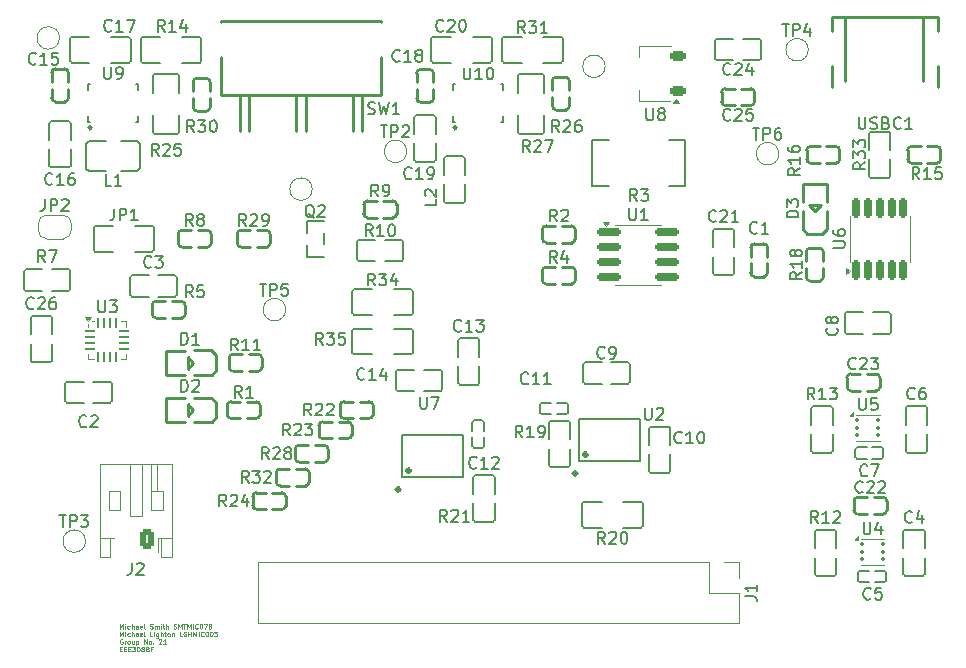
<source format=gbr>
%TF.GenerationSoftware,KiCad,Pcbnew,9.0.0*%
%TF.CreationDate,2025-03-28T16:19:56+02:00*%
%TF.ProjectId,powerSubsys full final,706f7765-7253-4756-9273-79732066756c,rev?*%
%TF.SameCoordinates,Original*%
%TF.FileFunction,Legend,Top*%
%TF.FilePolarity,Positive*%
%FSLAX46Y46*%
G04 Gerber Fmt 4.6, Leading zero omitted, Abs format (unit mm)*
G04 Created by KiCad (PCBNEW 9.0.0) date 2025-03-28 16:19:56*
%MOMM*%
%LPD*%
G01*
G04 APERTURE LIST*
G04 Aperture macros list*
%AMRoundRect*
0 Rectangle with rounded corners*
0 $1 Rounding radius*
0 $2 $3 $4 $5 $6 $7 $8 $9 X,Y pos of 4 corners*
0 Add a 4 corners polygon primitive as box body*
4,1,4,$2,$3,$4,$5,$6,$7,$8,$9,$2,$3,0*
0 Add four circle primitives for the rounded corners*
1,1,$1+$1,$2,$3*
1,1,$1+$1,$4,$5*
1,1,$1+$1,$6,$7*
1,1,$1+$1,$8,$9*
0 Add four rect primitives between the rounded corners*
20,1,$1+$1,$2,$3,$4,$5,0*
20,1,$1+$1,$4,$5,$6,$7,0*
20,1,$1+$1,$6,$7,$8,$9,0*
20,1,$1+$1,$8,$9,$2,$3,0*%
%AMFreePoly0*
4,1,29,2.200000,0.590000,1.430000,0.590000,1.430000,0.330000,2.200000,0.330000,2.200000,0.130000,1.430000,0.130000,1.430000,-0.130000,2.200000,-0.130000,2.200000,-0.330000,1.430000,-0.330000,1.430000,-0.590000,2.200000,-0.590000,2.200000,-0.790000,-2.200000,-0.790000,-2.200000,-0.590000,-1.430000,-0.590000,-1.430000,-0.330000,-2.200000,-0.330000,-2.200000,-0.130000,-1.430000,-0.130000,
-1.430000,0.130000,-2.200000,0.130000,-2.200000,0.330000,-1.430000,0.330000,-1.430000,0.590000,-2.200000,0.590000,-2.200000,0.790000,2.200000,0.790000,2.200000,0.590000,2.200000,0.590000,$1*%
%AMFreePoly1*
4,1,23,0.500000,-0.750000,0.000000,-0.750000,0.000000,-0.745722,-0.065263,-0.745722,-0.191342,-0.711940,-0.304381,-0.646677,-0.396677,-0.554381,-0.461940,-0.441342,-0.495722,-0.315263,-0.495722,-0.250000,-0.500000,-0.250000,-0.500000,0.250000,-0.495722,0.250000,-0.495722,0.315263,-0.461940,0.441342,-0.396677,0.554381,-0.304381,0.646677,-0.191342,0.711940,-0.065263,0.745722,0.000000,0.745722,
0.000000,0.750000,0.500000,0.750000,0.500000,-0.750000,0.500000,-0.750000,$1*%
%AMFreePoly2*
4,1,23,0.000000,0.745722,0.065263,0.745722,0.191342,0.711940,0.304381,0.646677,0.396677,0.554381,0.461940,0.441342,0.495722,0.315263,0.495722,0.250000,0.500000,0.250000,0.500000,-0.250000,0.495722,-0.250000,0.495722,-0.315263,0.461940,-0.441342,0.396677,-0.554381,0.304381,-0.646677,0.191342,-0.711940,0.065263,-0.745722,0.000000,-0.745722,0.000000,-0.750000,-0.500000,-0.750000,
-0.500000,0.750000,0.000000,0.750000,0.000000,0.745722,0.000000,0.745722,$1*%
%AMFreePoly3*
4,1,9,3.862500,-0.866500,0.737500,-0.866500,0.737500,-0.450000,-0.737500,-0.450000,-0.737500,0.450000,0.737500,0.450000,0.737500,0.866500,3.862500,0.866500,3.862500,-0.866500,3.862500,-0.866500,$1*%
G04 Aperture macros list end*
%ADD10C,0.100000*%
%ADD11C,0.150000*%
%ADD12C,0.152500*%
%ADD13C,0.120000*%
%ADD14C,0.254000*%
%ADD15C,0.300000*%
%ADD16C,0.200000*%
%ADD17C,0.250000*%
%ADD18R,1.410000X1.350000*%
%ADD19C,1.500000*%
%ADD20R,0.800000X0.900000*%
%ADD21R,1.350000X1.410000*%
%ADD22O,0.343000X1.731500*%
%ADD23R,1.485000X1.728000*%
%ADD24R,0.900000X0.800000*%
%ADD25R,0.540000X0.790000*%
%ADD26R,0.250000X0.700000*%
%ADD27FreePoly0,0.000000*%
%ADD28FreePoly1,0.000000*%
%ADD29FreePoly2,0.000000*%
%ADD30R,0.790000X0.540000*%
%ADD31O,1.524000X2.200000*%
%ADD32O,1.300000X2.500000*%
%ADD33R,0.250000X0.950000*%
%ADD34R,1.000000X1.399500*%
%ADD35R,1.728000X1.485000*%
%ADD36RoundRect,0.150000X0.150000X-0.687500X0.150000X0.687500X-0.150000X0.687500X-0.150000X-0.687500X0*%
%ADD37R,3.300000X2.100000*%
%ADD38R,1.399500X1.000000*%
%ADD39R,1.250000X0.700000*%
%ADD40RoundRect,0.062500X-0.375000X-0.062500X0.375000X-0.062500X0.375000X0.062500X-0.375000X0.062500X0*%
%ADD41RoundRect,0.062500X-0.062500X-0.375000X0.062500X-0.375000X0.062500X0.375000X-0.062500X0.375000X0*%
%ADD42R,1.600000X1.600000*%
%ADD43RoundRect,0.250000X0.350000X0.625000X-0.350000X0.625000X-0.350000X-0.625000X0.350000X-0.625000X0*%
%ADD44O,1.200000X1.750000*%
%ADD45R,1.282500X3.456000*%
%ADD46RoundRect,0.093750X-0.093750X-0.106250X0.093750X-0.106250X0.093750X0.106250X-0.093750X0.106250X0*%
%ADD47R,1.000000X1.600000*%
%ADD48R,1.635000X2.160000*%
%ADD49RoundRect,0.150000X-0.825000X-0.150000X0.825000X-0.150000X0.825000X0.150000X-0.825000X0.150000X0*%
%ADD50C,2.500000*%
%ADD51R,1.700000X1.700000*%
%ADD52O,1.700000X1.700000*%
%ADD53RoundRect,0.225000X0.425000X0.225000X-0.425000X0.225000X-0.425000X-0.225000X0.425000X-0.225000X0*%
%ADD54FreePoly3,180.000000*%
G04 APERTURE END LIST*
D10*
X192661027Y-121013913D02*
X192661027Y-120613913D01*
X192661027Y-120613913D02*
X192794360Y-120899627D01*
X192794360Y-120899627D02*
X192927693Y-120613913D01*
X192927693Y-120613913D02*
X192927693Y-121013913D01*
X193118170Y-121013913D02*
X193118170Y-120747246D01*
X193118170Y-120613913D02*
X193099122Y-120632961D01*
X193099122Y-120632961D02*
X193118170Y-120652008D01*
X193118170Y-120652008D02*
X193137217Y-120632961D01*
X193137217Y-120632961D02*
X193118170Y-120613913D01*
X193118170Y-120613913D02*
X193118170Y-120652008D01*
X193480074Y-120994866D02*
X193441979Y-121013913D01*
X193441979Y-121013913D02*
X193365788Y-121013913D01*
X193365788Y-121013913D02*
X193327693Y-120994866D01*
X193327693Y-120994866D02*
X193308646Y-120975818D01*
X193308646Y-120975818D02*
X193289598Y-120937723D01*
X193289598Y-120937723D02*
X193289598Y-120823437D01*
X193289598Y-120823437D02*
X193308646Y-120785342D01*
X193308646Y-120785342D02*
X193327693Y-120766294D01*
X193327693Y-120766294D02*
X193365788Y-120747246D01*
X193365788Y-120747246D02*
X193441979Y-120747246D01*
X193441979Y-120747246D02*
X193480074Y-120766294D01*
X193651503Y-121013913D02*
X193651503Y-120613913D01*
X193822931Y-121013913D02*
X193822931Y-120804389D01*
X193822931Y-120804389D02*
X193803884Y-120766294D01*
X193803884Y-120766294D02*
X193765788Y-120747246D01*
X193765788Y-120747246D02*
X193708645Y-120747246D01*
X193708645Y-120747246D02*
X193670550Y-120766294D01*
X193670550Y-120766294D02*
X193651503Y-120785342D01*
X194184836Y-121013913D02*
X194184836Y-120804389D01*
X194184836Y-120804389D02*
X194165789Y-120766294D01*
X194165789Y-120766294D02*
X194127693Y-120747246D01*
X194127693Y-120747246D02*
X194051503Y-120747246D01*
X194051503Y-120747246D02*
X194013408Y-120766294D01*
X194184836Y-120994866D02*
X194146741Y-121013913D01*
X194146741Y-121013913D02*
X194051503Y-121013913D01*
X194051503Y-121013913D02*
X194013408Y-120994866D01*
X194013408Y-120994866D02*
X193994360Y-120956770D01*
X193994360Y-120956770D02*
X193994360Y-120918675D01*
X193994360Y-120918675D02*
X194013408Y-120880580D01*
X194013408Y-120880580D02*
X194051503Y-120861532D01*
X194051503Y-120861532D02*
X194146741Y-120861532D01*
X194146741Y-120861532D02*
X194184836Y-120842485D01*
X194527694Y-120994866D02*
X194489598Y-121013913D01*
X194489598Y-121013913D02*
X194413408Y-121013913D01*
X194413408Y-121013913D02*
X194375313Y-120994866D01*
X194375313Y-120994866D02*
X194356265Y-120956770D01*
X194356265Y-120956770D02*
X194356265Y-120804389D01*
X194356265Y-120804389D02*
X194375313Y-120766294D01*
X194375313Y-120766294D02*
X194413408Y-120747246D01*
X194413408Y-120747246D02*
X194489598Y-120747246D01*
X194489598Y-120747246D02*
X194527694Y-120766294D01*
X194527694Y-120766294D02*
X194546741Y-120804389D01*
X194546741Y-120804389D02*
X194546741Y-120842485D01*
X194546741Y-120842485D02*
X194356265Y-120880580D01*
X194775312Y-121013913D02*
X194737217Y-120994866D01*
X194737217Y-120994866D02*
X194718170Y-120956770D01*
X194718170Y-120956770D02*
X194718170Y-120613913D01*
X195213408Y-120994866D02*
X195270551Y-121013913D01*
X195270551Y-121013913D02*
X195365789Y-121013913D01*
X195365789Y-121013913D02*
X195403884Y-120994866D01*
X195403884Y-120994866D02*
X195422932Y-120975818D01*
X195422932Y-120975818D02*
X195441979Y-120937723D01*
X195441979Y-120937723D02*
X195441979Y-120899627D01*
X195441979Y-120899627D02*
X195422932Y-120861532D01*
X195422932Y-120861532D02*
X195403884Y-120842485D01*
X195403884Y-120842485D02*
X195365789Y-120823437D01*
X195365789Y-120823437D02*
X195289598Y-120804389D01*
X195289598Y-120804389D02*
X195251503Y-120785342D01*
X195251503Y-120785342D02*
X195232456Y-120766294D01*
X195232456Y-120766294D02*
X195213408Y-120728199D01*
X195213408Y-120728199D02*
X195213408Y-120690104D01*
X195213408Y-120690104D02*
X195232456Y-120652008D01*
X195232456Y-120652008D02*
X195251503Y-120632961D01*
X195251503Y-120632961D02*
X195289598Y-120613913D01*
X195289598Y-120613913D02*
X195384837Y-120613913D01*
X195384837Y-120613913D02*
X195441979Y-120632961D01*
X195613408Y-121013913D02*
X195613408Y-120747246D01*
X195613408Y-120785342D02*
X195632455Y-120766294D01*
X195632455Y-120766294D02*
X195670550Y-120747246D01*
X195670550Y-120747246D02*
X195727693Y-120747246D01*
X195727693Y-120747246D02*
X195765789Y-120766294D01*
X195765789Y-120766294D02*
X195784836Y-120804389D01*
X195784836Y-120804389D02*
X195784836Y-121013913D01*
X195784836Y-120804389D02*
X195803884Y-120766294D01*
X195803884Y-120766294D02*
X195841979Y-120747246D01*
X195841979Y-120747246D02*
X195899122Y-120747246D01*
X195899122Y-120747246D02*
X195937217Y-120766294D01*
X195937217Y-120766294D02*
X195956265Y-120804389D01*
X195956265Y-120804389D02*
X195956265Y-121013913D01*
X196146741Y-121013913D02*
X196146741Y-120747246D01*
X196146741Y-120613913D02*
X196127693Y-120632961D01*
X196127693Y-120632961D02*
X196146741Y-120652008D01*
X196146741Y-120652008D02*
X196165788Y-120632961D01*
X196165788Y-120632961D02*
X196146741Y-120613913D01*
X196146741Y-120613913D02*
X196146741Y-120652008D01*
X196280074Y-120747246D02*
X196432455Y-120747246D01*
X196337217Y-120613913D02*
X196337217Y-120956770D01*
X196337217Y-120956770D02*
X196356264Y-120994866D01*
X196356264Y-120994866D02*
X196394359Y-121013913D01*
X196394359Y-121013913D02*
X196432455Y-121013913D01*
X196565788Y-121013913D02*
X196565788Y-120613913D01*
X196737216Y-121013913D02*
X196737216Y-120804389D01*
X196737216Y-120804389D02*
X196718169Y-120766294D01*
X196718169Y-120766294D02*
X196680073Y-120747246D01*
X196680073Y-120747246D02*
X196622930Y-120747246D01*
X196622930Y-120747246D02*
X196584835Y-120766294D01*
X196584835Y-120766294D02*
X196565788Y-120785342D01*
X197213407Y-120994866D02*
X197270550Y-121013913D01*
X197270550Y-121013913D02*
X197365788Y-121013913D01*
X197365788Y-121013913D02*
X197403883Y-120994866D01*
X197403883Y-120994866D02*
X197422931Y-120975818D01*
X197422931Y-120975818D02*
X197441978Y-120937723D01*
X197441978Y-120937723D02*
X197441978Y-120899627D01*
X197441978Y-120899627D02*
X197422931Y-120861532D01*
X197422931Y-120861532D02*
X197403883Y-120842485D01*
X197403883Y-120842485D02*
X197365788Y-120823437D01*
X197365788Y-120823437D02*
X197289597Y-120804389D01*
X197289597Y-120804389D02*
X197251502Y-120785342D01*
X197251502Y-120785342D02*
X197232455Y-120766294D01*
X197232455Y-120766294D02*
X197213407Y-120728199D01*
X197213407Y-120728199D02*
X197213407Y-120690104D01*
X197213407Y-120690104D02*
X197232455Y-120652008D01*
X197232455Y-120652008D02*
X197251502Y-120632961D01*
X197251502Y-120632961D02*
X197289597Y-120613913D01*
X197289597Y-120613913D02*
X197384836Y-120613913D01*
X197384836Y-120613913D02*
X197441978Y-120632961D01*
X197613407Y-121013913D02*
X197613407Y-120613913D01*
X197613407Y-120613913D02*
X197746740Y-120899627D01*
X197746740Y-120899627D02*
X197880073Y-120613913D01*
X197880073Y-120613913D02*
X197880073Y-121013913D01*
X198013407Y-120613913D02*
X198241978Y-120613913D01*
X198127692Y-121013913D02*
X198127692Y-120613913D01*
X198375312Y-121013913D02*
X198375312Y-120613913D01*
X198375312Y-120613913D02*
X198508645Y-120899627D01*
X198508645Y-120899627D02*
X198641978Y-120613913D01*
X198641978Y-120613913D02*
X198641978Y-121013913D01*
X198832455Y-121013913D02*
X198832455Y-120613913D01*
X199251502Y-120975818D02*
X199232454Y-120994866D01*
X199232454Y-120994866D02*
X199175312Y-121013913D01*
X199175312Y-121013913D02*
X199137216Y-121013913D01*
X199137216Y-121013913D02*
X199080073Y-120994866D01*
X199080073Y-120994866D02*
X199041978Y-120956770D01*
X199041978Y-120956770D02*
X199022931Y-120918675D01*
X199022931Y-120918675D02*
X199003883Y-120842485D01*
X199003883Y-120842485D02*
X199003883Y-120785342D01*
X199003883Y-120785342D02*
X199022931Y-120709151D01*
X199022931Y-120709151D02*
X199041978Y-120671056D01*
X199041978Y-120671056D02*
X199080073Y-120632961D01*
X199080073Y-120632961D02*
X199137216Y-120613913D01*
X199137216Y-120613913D02*
X199175312Y-120613913D01*
X199175312Y-120613913D02*
X199232454Y-120632961D01*
X199232454Y-120632961D02*
X199251502Y-120652008D01*
X199499121Y-120613913D02*
X199537216Y-120613913D01*
X199537216Y-120613913D02*
X199575312Y-120632961D01*
X199575312Y-120632961D02*
X199594359Y-120652008D01*
X199594359Y-120652008D02*
X199613407Y-120690104D01*
X199613407Y-120690104D02*
X199632454Y-120766294D01*
X199632454Y-120766294D02*
X199632454Y-120861532D01*
X199632454Y-120861532D02*
X199613407Y-120937723D01*
X199613407Y-120937723D02*
X199594359Y-120975818D01*
X199594359Y-120975818D02*
X199575312Y-120994866D01*
X199575312Y-120994866D02*
X199537216Y-121013913D01*
X199537216Y-121013913D02*
X199499121Y-121013913D01*
X199499121Y-121013913D02*
X199461026Y-120994866D01*
X199461026Y-120994866D02*
X199441978Y-120975818D01*
X199441978Y-120975818D02*
X199422931Y-120937723D01*
X199422931Y-120937723D02*
X199403883Y-120861532D01*
X199403883Y-120861532D02*
X199403883Y-120766294D01*
X199403883Y-120766294D02*
X199422931Y-120690104D01*
X199422931Y-120690104D02*
X199441978Y-120652008D01*
X199441978Y-120652008D02*
X199461026Y-120632961D01*
X199461026Y-120632961D02*
X199499121Y-120613913D01*
X199765787Y-120613913D02*
X200032454Y-120613913D01*
X200032454Y-120613913D02*
X199861025Y-121013913D01*
X200241977Y-120785342D02*
X200203882Y-120766294D01*
X200203882Y-120766294D02*
X200184835Y-120747246D01*
X200184835Y-120747246D02*
X200165787Y-120709151D01*
X200165787Y-120709151D02*
X200165787Y-120690104D01*
X200165787Y-120690104D02*
X200184835Y-120652008D01*
X200184835Y-120652008D02*
X200203882Y-120632961D01*
X200203882Y-120632961D02*
X200241977Y-120613913D01*
X200241977Y-120613913D02*
X200318168Y-120613913D01*
X200318168Y-120613913D02*
X200356263Y-120632961D01*
X200356263Y-120632961D02*
X200375311Y-120652008D01*
X200375311Y-120652008D02*
X200394358Y-120690104D01*
X200394358Y-120690104D02*
X200394358Y-120709151D01*
X200394358Y-120709151D02*
X200375311Y-120747246D01*
X200375311Y-120747246D02*
X200356263Y-120766294D01*
X200356263Y-120766294D02*
X200318168Y-120785342D01*
X200318168Y-120785342D02*
X200241977Y-120785342D01*
X200241977Y-120785342D02*
X200203882Y-120804389D01*
X200203882Y-120804389D02*
X200184835Y-120823437D01*
X200184835Y-120823437D02*
X200165787Y-120861532D01*
X200165787Y-120861532D02*
X200165787Y-120937723D01*
X200165787Y-120937723D02*
X200184835Y-120975818D01*
X200184835Y-120975818D02*
X200203882Y-120994866D01*
X200203882Y-120994866D02*
X200241977Y-121013913D01*
X200241977Y-121013913D02*
X200318168Y-121013913D01*
X200318168Y-121013913D02*
X200356263Y-120994866D01*
X200356263Y-120994866D02*
X200375311Y-120975818D01*
X200375311Y-120975818D02*
X200394358Y-120937723D01*
X200394358Y-120937723D02*
X200394358Y-120861532D01*
X200394358Y-120861532D02*
X200375311Y-120823437D01*
X200375311Y-120823437D02*
X200356263Y-120804389D01*
X200356263Y-120804389D02*
X200318168Y-120785342D01*
X192661027Y-121657891D02*
X192661027Y-121257891D01*
X192661027Y-121257891D02*
X192794360Y-121543605D01*
X192794360Y-121543605D02*
X192927693Y-121257891D01*
X192927693Y-121257891D02*
X192927693Y-121657891D01*
X193118170Y-121657891D02*
X193118170Y-121391224D01*
X193118170Y-121257891D02*
X193099122Y-121276939D01*
X193099122Y-121276939D02*
X193118170Y-121295986D01*
X193118170Y-121295986D02*
X193137217Y-121276939D01*
X193137217Y-121276939D02*
X193118170Y-121257891D01*
X193118170Y-121257891D02*
X193118170Y-121295986D01*
X193480074Y-121638844D02*
X193441979Y-121657891D01*
X193441979Y-121657891D02*
X193365788Y-121657891D01*
X193365788Y-121657891D02*
X193327693Y-121638844D01*
X193327693Y-121638844D02*
X193308646Y-121619796D01*
X193308646Y-121619796D02*
X193289598Y-121581701D01*
X193289598Y-121581701D02*
X193289598Y-121467415D01*
X193289598Y-121467415D02*
X193308646Y-121429320D01*
X193308646Y-121429320D02*
X193327693Y-121410272D01*
X193327693Y-121410272D02*
X193365788Y-121391224D01*
X193365788Y-121391224D02*
X193441979Y-121391224D01*
X193441979Y-121391224D02*
X193480074Y-121410272D01*
X193651503Y-121657891D02*
X193651503Y-121257891D01*
X193822931Y-121657891D02*
X193822931Y-121448367D01*
X193822931Y-121448367D02*
X193803884Y-121410272D01*
X193803884Y-121410272D02*
X193765788Y-121391224D01*
X193765788Y-121391224D02*
X193708645Y-121391224D01*
X193708645Y-121391224D02*
X193670550Y-121410272D01*
X193670550Y-121410272D02*
X193651503Y-121429320D01*
X194184836Y-121657891D02*
X194184836Y-121448367D01*
X194184836Y-121448367D02*
X194165789Y-121410272D01*
X194165789Y-121410272D02*
X194127693Y-121391224D01*
X194127693Y-121391224D02*
X194051503Y-121391224D01*
X194051503Y-121391224D02*
X194013408Y-121410272D01*
X194184836Y-121638844D02*
X194146741Y-121657891D01*
X194146741Y-121657891D02*
X194051503Y-121657891D01*
X194051503Y-121657891D02*
X194013408Y-121638844D01*
X194013408Y-121638844D02*
X193994360Y-121600748D01*
X193994360Y-121600748D02*
X193994360Y-121562653D01*
X193994360Y-121562653D02*
X194013408Y-121524558D01*
X194013408Y-121524558D02*
X194051503Y-121505510D01*
X194051503Y-121505510D02*
X194146741Y-121505510D01*
X194146741Y-121505510D02*
X194184836Y-121486463D01*
X194527694Y-121638844D02*
X194489598Y-121657891D01*
X194489598Y-121657891D02*
X194413408Y-121657891D01*
X194413408Y-121657891D02*
X194375313Y-121638844D01*
X194375313Y-121638844D02*
X194356265Y-121600748D01*
X194356265Y-121600748D02*
X194356265Y-121448367D01*
X194356265Y-121448367D02*
X194375313Y-121410272D01*
X194375313Y-121410272D02*
X194413408Y-121391224D01*
X194413408Y-121391224D02*
X194489598Y-121391224D01*
X194489598Y-121391224D02*
X194527694Y-121410272D01*
X194527694Y-121410272D02*
X194546741Y-121448367D01*
X194546741Y-121448367D02*
X194546741Y-121486463D01*
X194546741Y-121486463D02*
X194356265Y-121524558D01*
X194775312Y-121657891D02*
X194737217Y-121638844D01*
X194737217Y-121638844D02*
X194718170Y-121600748D01*
X194718170Y-121600748D02*
X194718170Y-121257891D01*
X195422932Y-121657891D02*
X195232456Y-121657891D01*
X195232456Y-121657891D02*
X195232456Y-121257891D01*
X195556266Y-121657891D02*
X195556266Y-121391224D01*
X195556266Y-121257891D02*
X195537218Y-121276939D01*
X195537218Y-121276939D02*
X195556266Y-121295986D01*
X195556266Y-121295986D02*
X195575313Y-121276939D01*
X195575313Y-121276939D02*
X195556266Y-121257891D01*
X195556266Y-121257891D02*
X195556266Y-121295986D01*
X195918170Y-121391224D02*
X195918170Y-121715034D01*
X195918170Y-121715034D02*
X195899123Y-121753129D01*
X195899123Y-121753129D02*
X195880075Y-121772177D01*
X195880075Y-121772177D02*
X195841980Y-121791224D01*
X195841980Y-121791224D02*
X195784837Y-121791224D01*
X195784837Y-121791224D02*
X195746742Y-121772177D01*
X195918170Y-121638844D02*
X195880075Y-121657891D01*
X195880075Y-121657891D02*
X195803884Y-121657891D01*
X195803884Y-121657891D02*
X195765789Y-121638844D01*
X195765789Y-121638844D02*
X195746742Y-121619796D01*
X195746742Y-121619796D02*
X195727694Y-121581701D01*
X195727694Y-121581701D02*
X195727694Y-121467415D01*
X195727694Y-121467415D02*
X195746742Y-121429320D01*
X195746742Y-121429320D02*
X195765789Y-121410272D01*
X195765789Y-121410272D02*
X195803884Y-121391224D01*
X195803884Y-121391224D02*
X195880075Y-121391224D01*
X195880075Y-121391224D02*
X195918170Y-121410272D01*
X196108647Y-121657891D02*
X196108647Y-121257891D01*
X196280075Y-121657891D02*
X196280075Y-121448367D01*
X196280075Y-121448367D02*
X196261028Y-121410272D01*
X196261028Y-121410272D02*
X196222932Y-121391224D01*
X196222932Y-121391224D02*
X196165789Y-121391224D01*
X196165789Y-121391224D02*
X196127694Y-121410272D01*
X196127694Y-121410272D02*
X196108647Y-121429320D01*
X196413409Y-121391224D02*
X196565790Y-121391224D01*
X196470552Y-121257891D02*
X196470552Y-121600748D01*
X196470552Y-121600748D02*
X196489599Y-121638844D01*
X196489599Y-121638844D02*
X196527694Y-121657891D01*
X196527694Y-121657891D02*
X196565790Y-121657891D01*
X196756265Y-121657891D02*
X196718170Y-121638844D01*
X196718170Y-121638844D02*
X196699123Y-121619796D01*
X196699123Y-121619796D02*
X196680075Y-121581701D01*
X196680075Y-121581701D02*
X196680075Y-121467415D01*
X196680075Y-121467415D02*
X196699123Y-121429320D01*
X196699123Y-121429320D02*
X196718170Y-121410272D01*
X196718170Y-121410272D02*
X196756265Y-121391224D01*
X196756265Y-121391224D02*
X196813408Y-121391224D01*
X196813408Y-121391224D02*
X196851504Y-121410272D01*
X196851504Y-121410272D02*
X196870551Y-121429320D01*
X196870551Y-121429320D02*
X196889599Y-121467415D01*
X196889599Y-121467415D02*
X196889599Y-121581701D01*
X196889599Y-121581701D02*
X196870551Y-121619796D01*
X196870551Y-121619796D02*
X196851504Y-121638844D01*
X196851504Y-121638844D02*
X196813408Y-121657891D01*
X196813408Y-121657891D02*
X196756265Y-121657891D01*
X197061028Y-121391224D02*
X197061028Y-121657891D01*
X197061028Y-121429320D02*
X197080075Y-121410272D01*
X197080075Y-121410272D02*
X197118170Y-121391224D01*
X197118170Y-121391224D02*
X197175313Y-121391224D01*
X197175313Y-121391224D02*
X197213409Y-121410272D01*
X197213409Y-121410272D02*
X197232456Y-121448367D01*
X197232456Y-121448367D02*
X197232456Y-121657891D01*
X197918171Y-121657891D02*
X197727695Y-121657891D01*
X197727695Y-121657891D02*
X197727695Y-121257891D01*
X198261028Y-121276939D02*
X198222933Y-121257891D01*
X198222933Y-121257891D02*
X198165790Y-121257891D01*
X198165790Y-121257891D02*
X198108647Y-121276939D01*
X198108647Y-121276939D02*
X198070552Y-121315034D01*
X198070552Y-121315034D02*
X198051505Y-121353129D01*
X198051505Y-121353129D02*
X198032457Y-121429320D01*
X198032457Y-121429320D02*
X198032457Y-121486463D01*
X198032457Y-121486463D02*
X198051505Y-121562653D01*
X198051505Y-121562653D02*
X198070552Y-121600748D01*
X198070552Y-121600748D02*
X198108647Y-121638844D01*
X198108647Y-121638844D02*
X198165790Y-121657891D01*
X198165790Y-121657891D02*
X198203886Y-121657891D01*
X198203886Y-121657891D02*
X198261028Y-121638844D01*
X198261028Y-121638844D02*
X198280076Y-121619796D01*
X198280076Y-121619796D02*
X198280076Y-121486463D01*
X198280076Y-121486463D02*
X198203886Y-121486463D01*
X198451505Y-121657891D02*
X198451505Y-121257891D01*
X198451505Y-121448367D02*
X198680076Y-121448367D01*
X198680076Y-121657891D02*
X198680076Y-121257891D01*
X198870553Y-121657891D02*
X198870553Y-121257891D01*
X198870553Y-121257891D02*
X199003886Y-121543605D01*
X199003886Y-121543605D02*
X199137219Y-121257891D01*
X199137219Y-121257891D02*
X199137219Y-121657891D01*
X199327696Y-121657891D02*
X199327696Y-121257891D01*
X199746743Y-121619796D02*
X199727695Y-121638844D01*
X199727695Y-121638844D02*
X199670553Y-121657891D01*
X199670553Y-121657891D02*
X199632457Y-121657891D01*
X199632457Y-121657891D02*
X199575314Y-121638844D01*
X199575314Y-121638844D02*
X199537219Y-121600748D01*
X199537219Y-121600748D02*
X199518172Y-121562653D01*
X199518172Y-121562653D02*
X199499124Y-121486463D01*
X199499124Y-121486463D02*
X199499124Y-121429320D01*
X199499124Y-121429320D02*
X199518172Y-121353129D01*
X199518172Y-121353129D02*
X199537219Y-121315034D01*
X199537219Y-121315034D02*
X199575314Y-121276939D01*
X199575314Y-121276939D02*
X199632457Y-121257891D01*
X199632457Y-121257891D02*
X199670553Y-121257891D01*
X199670553Y-121257891D02*
X199727695Y-121276939D01*
X199727695Y-121276939D02*
X199746743Y-121295986D01*
X199994362Y-121257891D02*
X200032457Y-121257891D01*
X200032457Y-121257891D02*
X200070553Y-121276939D01*
X200070553Y-121276939D02*
X200089600Y-121295986D01*
X200089600Y-121295986D02*
X200108648Y-121334082D01*
X200108648Y-121334082D02*
X200127695Y-121410272D01*
X200127695Y-121410272D02*
X200127695Y-121505510D01*
X200127695Y-121505510D02*
X200108648Y-121581701D01*
X200108648Y-121581701D02*
X200089600Y-121619796D01*
X200089600Y-121619796D02*
X200070553Y-121638844D01*
X200070553Y-121638844D02*
X200032457Y-121657891D01*
X200032457Y-121657891D02*
X199994362Y-121657891D01*
X199994362Y-121657891D02*
X199956267Y-121638844D01*
X199956267Y-121638844D02*
X199937219Y-121619796D01*
X199937219Y-121619796D02*
X199918172Y-121581701D01*
X199918172Y-121581701D02*
X199899124Y-121505510D01*
X199899124Y-121505510D02*
X199899124Y-121410272D01*
X199899124Y-121410272D02*
X199918172Y-121334082D01*
X199918172Y-121334082D02*
X199937219Y-121295986D01*
X199937219Y-121295986D02*
X199956267Y-121276939D01*
X199956267Y-121276939D02*
X199994362Y-121257891D01*
X200375314Y-121257891D02*
X200413409Y-121257891D01*
X200413409Y-121257891D02*
X200451505Y-121276939D01*
X200451505Y-121276939D02*
X200470552Y-121295986D01*
X200470552Y-121295986D02*
X200489600Y-121334082D01*
X200489600Y-121334082D02*
X200508647Y-121410272D01*
X200508647Y-121410272D02*
X200508647Y-121505510D01*
X200508647Y-121505510D02*
X200489600Y-121581701D01*
X200489600Y-121581701D02*
X200470552Y-121619796D01*
X200470552Y-121619796D02*
X200451505Y-121638844D01*
X200451505Y-121638844D02*
X200413409Y-121657891D01*
X200413409Y-121657891D02*
X200375314Y-121657891D01*
X200375314Y-121657891D02*
X200337219Y-121638844D01*
X200337219Y-121638844D02*
X200318171Y-121619796D01*
X200318171Y-121619796D02*
X200299124Y-121581701D01*
X200299124Y-121581701D02*
X200280076Y-121505510D01*
X200280076Y-121505510D02*
X200280076Y-121410272D01*
X200280076Y-121410272D02*
X200299124Y-121334082D01*
X200299124Y-121334082D02*
X200318171Y-121295986D01*
X200318171Y-121295986D02*
X200337219Y-121276939D01*
X200337219Y-121276939D02*
X200375314Y-121257891D01*
X200641980Y-121257891D02*
X200889599Y-121257891D01*
X200889599Y-121257891D02*
X200756266Y-121410272D01*
X200756266Y-121410272D02*
X200813409Y-121410272D01*
X200813409Y-121410272D02*
X200851504Y-121429320D01*
X200851504Y-121429320D02*
X200870552Y-121448367D01*
X200870552Y-121448367D02*
X200889599Y-121486463D01*
X200889599Y-121486463D02*
X200889599Y-121581701D01*
X200889599Y-121581701D02*
X200870552Y-121619796D01*
X200870552Y-121619796D02*
X200851504Y-121638844D01*
X200851504Y-121638844D02*
X200813409Y-121657891D01*
X200813409Y-121657891D02*
X200699123Y-121657891D01*
X200699123Y-121657891D02*
X200661028Y-121638844D01*
X200661028Y-121638844D02*
X200641980Y-121619796D01*
X192870550Y-121920917D02*
X192832455Y-121901869D01*
X192832455Y-121901869D02*
X192775312Y-121901869D01*
X192775312Y-121901869D02*
X192718169Y-121920917D01*
X192718169Y-121920917D02*
X192680074Y-121959012D01*
X192680074Y-121959012D02*
X192661027Y-121997107D01*
X192661027Y-121997107D02*
X192641979Y-122073298D01*
X192641979Y-122073298D02*
X192641979Y-122130441D01*
X192641979Y-122130441D02*
X192661027Y-122206631D01*
X192661027Y-122206631D02*
X192680074Y-122244726D01*
X192680074Y-122244726D02*
X192718169Y-122282822D01*
X192718169Y-122282822D02*
X192775312Y-122301869D01*
X192775312Y-122301869D02*
X192813408Y-122301869D01*
X192813408Y-122301869D02*
X192870550Y-122282822D01*
X192870550Y-122282822D02*
X192889598Y-122263774D01*
X192889598Y-122263774D02*
X192889598Y-122130441D01*
X192889598Y-122130441D02*
X192813408Y-122130441D01*
X193061027Y-122301869D02*
X193061027Y-122035202D01*
X193061027Y-122111393D02*
X193080074Y-122073298D01*
X193080074Y-122073298D02*
X193099122Y-122054250D01*
X193099122Y-122054250D02*
X193137217Y-122035202D01*
X193137217Y-122035202D02*
X193175312Y-122035202D01*
X193365788Y-122301869D02*
X193327693Y-122282822D01*
X193327693Y-122282822D02*
X193308646Y-122263774D01*
X193308646Y-122263774D02*
X193289598Y-122225679D01*
X193289598Y-122225679D02*
X193289598Y-122111393D01*
X193289598Y-122111393D02*
X193308646Y-122073298D01*
X193308646Y-122073298D02*
X193327693Y-122054250D01*
X193327693Y-122054250D02*
X193365788Y-122035202D01*
X193365788Y-122035202D02*
X193422931Y-122035202D01*
X193422931Y-122035202D02*
X193461027Y-122054250D01*
X193461027Y-122054250D02*
X193480074Y-122073298D01*
X193480074Y-122073298D02*
X193499122Y-122111393D01*
X193499122Y-122111393D02*
X193499122Y-122225679D01*
X193499122Y-122225679D02*
X193480074Y-122263774D01*
X193480074Y-122263774D02*
X193461027Y-122282822D01*
X193461027Y-122282822D02*
X193422931Y-122301869D01*
X193422931Y-122301869D02*
X193365788Y-122301869D01*
X193841979Y-122035202D02*
X193841979Y-122301869D01*
X193670551Y-122035202D02*
X193670551Y-122244726D01*
X193670551Y-122244726D02*
X193689598Y-122282822D01*
X193689598Y-122282822D02*
X193727693Y-122301869D01*
X193727693Y-122301869D02*
X193784836Y-122301869D01*
X193784836Y-122301869D02*
X193822932Y-122282822D01*
X193822932Y-122282822D02*
X193841979Y-122263774D01*
X194032456Y-122035202D02*
X194032456Y-122435202D01*
X194032456Y-122054250D02*
X194070551Y-122035202D01*
X194070551Y-122035202D02*
X194146741Y-122035202D01*
X194146741Y-122035202D02*
X194184837Y-122054250D01*
X194184837Y-122054250D02*
X194203884Y-122073298D01*
X194203884Y-122073298D02*
X194222932Y-122111393D01*
X194222932Y-122111393D02*
X194222932Y-122225679D01*
X194222932Y-122225679D02*
X194203884Y-122263774D01*
X194203884Y-122263774D02*
X194184837Y-122282822D01*
X194184837Y-122282822D02*
X194146741Y-122301869D01*
X194146741Y-122301869D02*
X194070551Y-122301869D01*
X194070551Y-122301869D02*
X194032456Y-122282822D01*
X194699123Y-122301869D02*
X194699123Y-121901869D01*
X194699123Y-121901869D02*
X194927694Y-122301869D01*
X194927694Y-122301869D02*
X194927694Y-121901869D01*
X195175313Y-122301869D02*
X195137218Y-122282822D01*
X195137218Y-122282822D02*
X195118171Y-122263774D01*
X195118171Y-122263774D02*
X195099123Y-122225679D01*
X195099123Y-122225679D02*
X195099123Y-122111393D01*
X195099123Y-122111393D02*
X195118171Y-122073298D01*
X195118171Y-122073298D02*
X195137218Y-122054250D01*
X195137218Y-122054250D02*
X195175313Y-122035202D01*
X195175313Y-122035202D02*
X195232456Y-122035202D01*
X195232456Y-122035202D02*
X195270552Y-122054250D01*
X195270552Y-122054250D02*
X195289599Y-122073298D01*
X195289599Y-122073298D02*
X195308647Y-122111393D01*
X195308647Y-122111393D02*
X195308647Y-122225679D01*
X195308647Y-122225679D02*
X195289599Y-122263774D01*
X195289599Y-122263774D02*
X195270552Y-122282822D01*
X195270552Y-122282822D02*
X195232456Y-122301869D01*
X195232456Y-122301869D02*
X195175313Y-122301869D01*
X195480076Y-122263774D02*
X195499123Y-122282822D01*
X195499123Y-122282822D02*
X195480076Y-122301869D01*
X195480076Y-122301869D02*
X195461028Y-122282822D01*
X195461028Y-122282822D02*
X195480076Y-122263774D01*
X195480076Y-122263774D02*
X195480076Y-122301869D01*
X195956266Y-121939964D02*
X195975314Y-121920917D01*
X195975314Y-121920917D02*
X196013409Y-121901869D01*
X196013409Y-121901869D02*
X196108647Y-121901869D01*
X196108647Y-121901869D02*
X196146742Y-121920917D01*
X196146742Y-121920917D02*
X196165790Y-121939964D01*
X196165790Y-121939964D02*
X196184837Y-121978060D01*
X196184837Y-121978060D02*
X196184837Y-122016155D01*
X196184837Y-122016155D02*
X196165790Y-122073298D01*
X196165790Y-122073298D02*
X195937218Y-122301869D01*
X195937218Y-122301869D02*
X196184837Y-122301869D01*
X196565789Y-122301869D02*
X196337218Y-122301869D01*
X196451504Y-122301869D02*
X196451504Y-121901869D01*
X196451504Y-121901869D02*
X196413408Y-121959012D01*
X196413408Y-121959012D02*
X196375313Y-121997107D01*
X196375313Y-121997107D02*
X196337218Y-122016155D01*
X192661027Y-122736323D02*
X192794360Y-122736323D01*
X192851503Y-122945847D02*
X192661027Y-122945847D01*
X192661027Y-122945847D02*
X192661027Y-122545847D01*
X192661027Y-122545847D02*
X192851503Y-122545847D01*
X193022932Y-122736323D02*
X193156265Y-122736323D01*
X193213408Y-122945847D02*
X193022932Y-122945847D01*
X193022932Y-122945847D02*
X193022932Y-122545847D01*
X193022932Y-122545847D02*
X193213408Y-122545847D01*
X193384837Y-122736323D02*
X193518170Y-122736323D01*
X193575313Y-122945847D02*
X193384837Y-122945847D01*
X193384837Y-122945847D02*
X193384837Y-122545847D01*
X193384837Y-122545847D02*
X193575313Y-122545847D01*
X193708646Y-122545847D02*
X193956265Y-122545847D01*
X193956265Y-122545847D02*
X193822932Y-122698228D01*
X193822932Y-122698228D02*
X193880075Y-122698228D01*
X193880075Y-122698228D02*
X193918170Y-122717276D01*
X193918170Y-122717276D02*
X193937218Y-122736323D01*
X193937218Y-122736323D02*
X193956265Y-122774419D01*
X193956265Y-122774419D02*
X193956265Y-122869657D01*
X193956265Y-122869657D02*
X193937218Y-122907752D01*
X193937218Y-122907752D02*
X193918170Y-122926800D01*
X193918170Y-122926800D02*
X193880075Y-122945847D01*
X193880075Y-122945847D02*
X193765789Y-122945847D01*
X193765789Y-122945847D02*
X193727694Y-122926800D01*
X193727694Y-122926800D02*
X193708646Y-122907752D01*
X194203884Y-122545847D02*
X194241979Y-122545847D01*
X194241979Y-122545847D02*
X194280075Y-122564895D01*
X194280075Y-122564895D02*
X194299122Y-122583942D01*
X194299122Y-122583942D02*
X194318170Y-122622038D01*
X194318170Y-122622038D02*
X194337217Y-122698228D01*
X194337217Y-122698228D02*
X194337217Y-122793466D01*
X194337217Y-122793466D02*
X194318170Y-122869657D01*
X194318170Y-122869657D02*
X194299122Y-122907752D01*
X194299122Y-122907752D02*
X194280075Y-122926800D01*
X194280075Y-122926800D02*
X194241979Y-122945847D01*
X194241979Y-122945847D02*
X194203884Y-122945847D01*
X194203884Y-122945847D02*
X194165789Y-122926800D01*
X194165789Y-122926800D02*
X194146741Y-122907752D01*
X194146741Y-122907752D02*
X194127694Y-122869657D01*
X194127694Y-122869657D02*
X194108646Y-122793466D01*
X194108646Y-122793466D02*
X194108646Y-122698228D01*
X194108646Y-122698228D02*
X194127694Y-122622038D01*
X194127694Y-122622038D02*
X194146741Y-122583942D01*
X194146741Y-122583942D02*
X194165789Y-122564895D01*
X194165789Y-122564895D02*
X194203884Y-122545847D01*
X194565788Y-122717276D02*
X194527693Y-122698228D01*
X194527693Y-122698228D02*
X194508646Y-122679180D01*
X194508646Y-122679180D02*
X194489598Y-122641085D01*
X194489598Y-122641085D02*
X194489598Y-122622038D01*
X194489598Y-122622038D02*
X194508646Y-122583942D01*
X194508646Y-122583942D02*
X194527693Y-122564895D01*
X194527693Y-122564895D02*
X194565788Y-122545847D01*
X194565788Y-122545847D02*
X194641979Y-122545847D01*
X194641979Y-122545847D02*
X194680074Y-122564895D01*
X194680074Y-122564895D02*
X194699122Y-122583942D01*
X194699122Y-122583942D02*
X194718169Y-122622038D01*
X194718169Y-122622038D02*
X194718169Y-122641085D01*
X194718169Y-122641085D02*
X194699122Y-122679180D01*
X194699122Y-122679180D02*
X194680074Y-122698228D01*
X194680074Y-122698228D02*
X194641979Y-122717276D01*
X194641979Y-122717276D02*
X194565788Y-122717276D01*
X194565788Y-122717276D02*
X194527693Y-122736323D01*
X194527693Y-122736323D02*
X194508646Y-122755371D01*
X194508646Y-122755371D02*
X194489598Y-122793466D01*
X194489598Y-122793466D02*
X194489598Y-122869657D01*
X194489598Y-122869657D02*
X194508646Y-122907752D01*
X194508646Y-122907752D02*
X194527693Y-122926800D01*
X194527693Y-122926800D02*
X194565788Y-122945847D01*
X194565788Y-122945847D02*
X194641979Y-122945847D01*
X194641979Y-122945847D02*
X194680074Y-122926800D01*
X194680074Y-122926800D02*
X194699122Y-122907752D01*
X194699122Y-122907752D02*
X194718169Y-122869657D01*
X194718169Y-122869657D02*
X194718169Y-122793466D01*
X194718169Y-122793466D02*
X194699122Y-122755371D01*
X194699122Y-122755371D02*
X194680074Y-122736323D01*
X194680074Y-122736323D02*
X194641979Y-122717276D01*
X194946740Y-122717276D02*
X194908645Y-122698228D01*
X194908645Y-122698228D02*
X194889598Y-122679180D01*
X194889598Y-122679180D02*
X194870550Y-122641085D01*
X194870550Y-122641085D02*
X194870550Y-122622038D01*
X194870550Y-122622038D02*
X194889598Y-122583942D01*
X194889598Y-122583942D02*
X194908645Y-122564895D01*
X194908645Y-122564895D02*
X194946740Y-122545847D01*
X194946740Y-122545847D02*
X195022931Y-122545847D01*
X195022931Y-122545847D02*
X195061026Y-122564895D01*
X195061026Y-122564895D02*
X195080074Y-122583942D01*
X195080074Y-122583942D02*
X195099121Y-122622038D01*
X195099121Y-122622038D02*
X195099121Y-122641085D01*
X195099121Y-122641085D02*
X195080074Y-122679180D01*
X195080074Y-122679180D02*
X195061026Y-122698228D01*
X195061026Y-122698228D02*
X195022931Y-122717276D01*
X195022931Y-122717276D02*
X194946740Y-122717276D01*
X194946740Y-122717276D02*
X194908645Y-122736323D01*
X194908645Y-122736323D02*
X194889598Y-122755371D01*
X194889598Y-122755371D02*
X194870550Y-122793466D01*
X194870550Y-122793466D02*
X194870550Y-122869657D01*
X194870550Y-122869657D02*
X194889598Y-122907752D01*
X194889598Y-122907752D02*
X194908645Y-122926800D01*
X194908645Y-122926800D02*
X194946740Y-122945847D01*
X194946740Y-122945847D02*
X195022931Y-122945847D01*
X195022931Y-122945847D02*
X195061026Y-122926800D01*
X195061026Y-122926800D02*
X195080074Y-122907752D01*
X195080074Y-122907752D02*
X195099121Y-122869657D01*
X195099121Y-122869657D02*
X195099121Y-122793466D01*
X195099121Y-122793466D02*
X195080074Y-122755371D01*
X195080074Y-122755371D02*
X195061026Y-122736323D01*
X195061026Y-122736323D02*
X195022931Y-122717276D01*
X195403883Y-122736323D02*
X195270550Y-122736323D01*
X195270550Y-122945847D02*
X195270550Y-122545847D01*
X195270550Y-122545847D02*
X195461026Y-122545847D01*
D11*
X214057142Y-87775069D02*
X213723809Y-87298878D01*
X213485714Y-87775069D02*
X213485714Y-86775069D01*
X213485714Y-86775069D02*
X213866666Y-86775069D01*
X213866666Y-86775069D02*
X213961904Y-86822688D01*
X213961904Y-86822688D02*
X214009523Y-86870307D01*
X214009523Y-86870307D02*
X214057142Y-86965545D01*
X214057142Y-86965545D02*
X214057142Y-87108402D01*
X214057142Y-87108402D02*
X214009523Y-87203640D01*
X214009523Y-87203640D02*
X213961904Y-87251259D01*
X213961904Y-87251259D02*
X213866666Y-87298878D01*
X213866666Y-87298878D02*
X213485714Y-87298878D01*
X215009523Y-87775069D02*
X214438095Y-87775069D01*
X214723809Y-87775069D02*
X214723809Y-86775069D01*
X214723809Y-86775069D02*
X214628571Y-86917926D01*
X214628571Y-86917926D02*
X214533333Y-87013164D01*
X214533333Y-87013164D02*
X214438095Y-87060783D01*
X215628571Y-86775069D02*
X215723809Y-86775069D01*
X215723809Y-86775069D02*
X215819047Y-86822688D01*
X215819047Y-86822688D02*
X215866666Y-86870307D01*
X215866666Y-86870307D02*
X215914285Y-86965545D01*
X215914285Y-86965545D02*
X215961904Y-87156021D01*
X215961904Y-87156021D02*
X215961904Y-87394116D01*
X215961904Y-87394116D02*
X215914285Y-87584592D01*
X215914285Y-87584592D02*
X215866666Y-87679830D01*
X215866666Y-87679830D02*
X215819047Y-87727450D01*
X215819047Y-87727450D02*
X215723809Y-87775069D01*
X215723809Y-87775069D02*
X215628571Y-87775069D01*
X215628571Y-87775069D02*
X215533333Y-87727450D01*
X215533333Y-87727450D02*
X215485714Y-87679830D01*
X215485714Y-87679830D02*
X215438095Y-87584592D01*
X215438095Y-87584592D02*
X215390476Y-87394116D01*
X215390476Y-87394116D02*
X215390476Y-87156021D01*
X215390476Y-87156021D02*
X215438095Y-86965545D01*
X215438095Y-86965545D02*
X215485714Y-86870307D01*
X215485714Y-86870307D02*
X215533333Y-86822688D01*
X215533333Y-86822688D02*
X215628571Y-86775069D01*
X214738095Y-78406819D02*
X215309523Y-78406819D01*
X215023809Y-79406819D02*
X215023809Y-78406819D01*
X215642857Y-79406819D02*
X215642857Y-78406819D01*
X215642857Y-78406819D02*
X216023809Y-78406819D01*
X216023809Y-78406819D02*
X216119047Y-78454438D01*
X216119047Y-78454438D02*
X216166666Y-78502057D01*
X216166666Y-78502057D02*
X216214285Y-78597295D01*
X216214285Y-78597295D02*
X216214285Y-78740152D01*
X216214285Y-78740152D02*
X216166666Y-78835390D01*
X216166666Y-78835390D02*
X216119047Y-78883009D01*
X216119047Y-78883009D02*
X216023809Y-78930628D01*
X216023809Y-78930628D02*
X215642857Y-78930628D01*
X216595238Y-78502057D02*
X216642857Y-78454438D01*
X216642857Y-78454438D02*
X216738095Y-78406819D01*
X216738095Y-78406819D02*
X216976190Y-78406819D01*
X216976190Y-78406819D02*
X217071428Y-78454438D01*
X217071428Y-78454438D02*
X217119047Y-78502057D01*
X217119047Y-78502057D02*
X217166666Y-78597295D01*
X217166666Y-78597295D02*
X217166666Y-78692533D01*
X217166666Y-78692533D02*
X217119047Y-78835390D01*
X217119047Y-78835390D02*
X216547619Y-79406819D01*
X216547619Y-79406819D02*
X217166666Y-79406819D01*
X207057142Y-104654819D02*
X206723809Y-104178628D01*
X206485714Y-104654819D02*
X206485714Y-103654819D01*
X206485714Y-103654819D02*
X206866666Y-103654819D01*
X206866666Y-103654819D02*
X206961904Y-103702438D01*
X206961904Y-103702438D02*
X207009523Y-103750057D01*
X207009523Y-103750057D02*
X207057142Y-103845295D01*
X207057142Y-103845295D02*
X207057142Y-103988152D01*
X207057142Y-103988152D02*
X207009523Y-104083390D01*
X207009523Y-104083390D02*
X206961904Y-104131009D01*
X206961904Y-104131009D02*
X206866666Y-104178628D01*
X206866666Y-104178628D02*
X206485714Y-104178628D01*
X207438095Y-103750057D02*
X207485714Y-103702438D01*
X207485714Y-103702438D02*
X207580952Y-103654819D01*
X207580952Y-103654819D02*
X207819047Y-103654819D01*
X207819047Y-103654819D02*
X207914285Y-103702438D01*
X207914285Y-103702438D02*
X207961904Y-103750057D01*
X207961904Y-103750057D02*
X208009523Y-103845295D01*
X208009523Y-103845295D02*
X208009523Y-103940533D01*
X208009523Y-103940533D02*
X207961904Y-104083390D01*
X207961904Y-104083390D02*
X207390476Y-104654819D01*
X207390476Y-104654819D02*
X208009523Y-104654819D01*
X208342857Y-103654819D02*
X208961904Y-103654819D01*
X208961904Y-103654819D02*
X208628571Y-104035771D01*
X208628571Y-104035771D02*
X208771428Y-104035771D01*
X208771428Y-104035771D02*
X208866666Y-104083390D01*
X208866666Y-104083390D02*
X208914285Y-104131009D01*
X208914285Y-104131009D02*
X208961904Y-104226247D01*
X208961904Y-104226247D02*
X208961904Y-104464342D01*
X208961904Y-104464342D02*
X208914285Y-104559580D01*
X208914285Y-104559580D02*
X208866666Y-104607200D01*
X208866666Y-104607200D02*
X208771428Y-104654819D01*
X208771428Y-104654819D02*
X208485714Y-104654819D01*
X208485714Y-104654819D02*
X208390476Y-104607200D01*
X208390476Y-104607200D02*
X208342857Y-104559580D01*
X255775069Y-81530357D02*
X255298878Y-81863690D01*
X255775069Y-82101785D02*
X254775069Y-82101785D01*
X254775069Y-82101785D02*
X254775069Y-81720833D01*
X254775069Y-81720833D02*
X254822688Y-81625595D01*
X254822688Y-81625595D02*
X254870307Y-81577976D01*
X254870307Y-81577976D02*
X254965545Y-81530357D01*
X254965545Y-81530357D02*
X255108402Y-81530357D01*
X255108402Y-81530357D02*
X255203640Y-81577976D01*
X255203640Y-81577976D02*
X255251259Y-81625595D01*
X255251259Y-81625595D02*
X255298878Y-81720833D01*
X255298878Y-81720833D02*
X255298878Y-82101785D01*
X254775069Y-81197023D02*
X254775069Y-80577976D01*
X254775069Y-80577976D02*
X255156021Y-80911309D01*
X255156021Y-80911309D02*
X255156021Y-80768452D01*
X255156021Y-80768452D02*
X255203640Y-80673214D01*
X255203640Y-80673214D02*
X255251259Y-80625595D01*
X255251259Y-80625595D02*
X255346497Y-80577976D01*
X255346497Y-80577976D02*
X255584592Y-80577976D01*
X255584592Y-80577976D02*
X255679830Y-80625595D01*
X255679830Y-80625595D02*
X255727450Y-80673214D01*
X255727450Y-80673214D02*
X255775069Y-80768452D01*
X255775069Y-80768452D02*
X255775069Y-81054166D01*
X255775069Y-81054166D02*
X255727450Y-81149404D01*
X255727450Y-81149404D02*
X255679830Y-81197023D01*
X254775069Y-80244642D02*
X254775069Y-79625595D01*
X254775069Y-79625595D02*
X255156021Y-79958928D01*
X255156021Y-79958928D02*
X255156021Y-79816071D01*
X255156021Y-79816071D02*
X255203640Y-79720833D01*
X255203640Y-79720833D02*
X255251259Y-79673214D01*
X255251259Y-79673214D02*
X255346497Y-79625595D01*
X255346497Y-79625595D02*
X255584592Y-79625595D01*
X255584592Y-79625595D02*
X255679830Y-79673214D01*
X255679830Y-79673214D02*
X255727450Y-79720833D01*
X255727450Y-79720833D02*
X255775069Y-79816071D01*
X255775069Y-79816071D02*
X255775069Y-80101785D01*
X255775069Y-80101785D02*
X255727450Y-80197023D01*
X255727450Y-80197023D02*
X255679830Y-80244642D01*
X218089720Y-101389069D02*
X218089720Y-102198592D01*
X218089720Y-102198592D02*
X218137339Y-102293830D01*
X218137339Y-102293830D02*
X218184958Y-102341450D01*
X218184958Y-102341450D02*
X218280196Y-102389069D01*
X218280196Y-102389069D02*
X218470672Y-102389069D01*
X218470672Y-102389069D02*
X218565910Y-102341450D01*
X218565910Y-102341450D02*
X218613529Y-102293830D01*
X218613529Y-102293830D02*
X218661148Y-102198592D01*
X218661148Y-102198592D02*
X218661148Y-101389069D01*
X219042101Y-101389069D02*
X219708767Y-101389069D01*
X219708767Y-101389069D02*
X219280196Y-102389069D01*
X203357142Y-86917819D02*
X203023809Y-86441628D01*
X202785714Y-86917819D02*
X202785714Y-85917819D01*
X202785714Y-85917819D02*
X203166666Y-85917819D01*
X203166666Y-85917819D02*
X203261904Y-85965438D01*
X203261904Y-85965438D02*
X203309523Y-86013057D01*
X203309523Y-86013057D02*
X203357142Y-86108295D01*
X203357142Y-86108295D02*
X203357142Y-86251152D01*
X203357142Y-86251152D02*
X203309523Y-86346390D01*
X203309523Y-86346390D02*
X203261904Y-86394009D01*
X203261904Y-86394009D02*
X203166666Y-86441628D01*
X203166666Y-86441628D02*
X202785714Y-86441628D01*
X203738095Y-86013057D02*
X203785714Y-85965438D01*
X203785714Y-85965438D02*
X203880952Y-85917819D01*
X203880952Y-85917819D02*
X204119047Y-85917819D01*
X204119047Y-85917819D02*
X204214285Y-85965438D01*
X204214285Y-85965438D02*
X204261904Y-86013057D01*
X204261904Y-86013057D02*
X204309523Y-86108295D01*
X204309523Y-86108295D02*
X204309523Y-86203533D01*
X204309523Y-86203533D02*
X204261904Y-86346390D01*
X204261904Y-86346390D02*
X203690476Y-86917819D01*
X203690476Y-86917819D02*
X204309523Y-86917819D01*
X204785714Y-86917819D02*
X204976190Y-86917819D01*
X204976190Y-86917819D02*
X205071428Y-86870200D01*
X205071428Y-86870200D02*
X205119047Y-86822580D01*
X205119047Y-86822580D02*
X205214285Y-86679723D01*
X205214285Y-86679723D02*
X205261904Y-86489247D01*
X205261904Y-86489247D02*
X205261904Y-86108295D01*
X205261904Y-86108295D02*
X205214285Y-86013057D01*
X205214285Y-86013057D02*
X205166666Y-85965438D01*
X205166666Y-85965438D02*
X205071428Y-85917819D01*
X205071428Y-85917819D02*
X204880952Y-85917819D01*
X204880952Y-85917819D02*
X204785714Y-85965438D01*
X204785714Y-85965438D02*
X204738095Y-86013057D01*
X204738095Y-86013057D02*
X204690476Y-86108295D01*
X204690476Y-86108295D02*
X204690476Y-86346390D01*
X204690476Y-86346390D02*
X204738095Y-86441628D01*
X204738095Y-86441628D02*
X204785714Y-86489247D01*
X204785714Y-86489247D02*
X204880952Y-86536866D01*
X204880952Y-86536866D02*
X205071428Y-86536866D01*
X205071428Y-86536866D02*
X205166666Y-86489247D01*
X205166666Y-86489247D02*
X205214285Y-86441628D01*
X205214285Y-86441628D02*
X205261904Y-86346390D01*
X192166666Y-85454819D02*
X192166666Y-86169104D01*
X192166666Y-86169104D02*
X192119047Y-86311961D01*
X192119047Y-86311961D02*
X192023809Y-86407200D01*
X192023809Y-86407200D02*
X191880952Y-86454819D01*
X191880952Y-86454819D02*
X191785714Y-86454819D01*
X192642857Y-86454819D02*
X192642857Y-85454819D01*
X192642857Y-85454819D02*
X193023809Y-85454819D01*
X193023809Y-85454819D02*
X193119047Y-85502438D01*
X193119047Y-85502438D02*
X193166666Y-85550057D01*
X193166666Y-85550057D02*
X193214285Y-85645295D01*
X193214285Y-85645295D02*
X193214285Y-85788152D01*
X193214285Y-85788152D02*
X193166666Y-85883390D01*
X193166666Y-85883390D02*
X193119047Y-85931009D01*
X193119047Y-85931009D02*
X193023809Y-85978628D01*
X193023809Y-85978628D02*
X192642857Y-85978628D01*
X194166666Y-86454819D02*
X193595238Y-86454819D01*
X193880952Y-86454819D02*
X193880952Y-85454819D01*
X193880952Y-85454819D02*
X193785714Y-85597676D01*
X193785714Y-85597676D02*
X193690476Y-85692914D01*
X193690476Y-85692914D02*
X193595238Y-85740533D01*
X202649642Y-97454819D02*
X202316309Y-96978628D01*
X202078214Y-97454819D02*
X202078214Y-96454819D01*
X202078214Y-96454819D02*
X202459166Y-96454819D01*
X202459166Y-96454819D02*
X202554404Y-96502438D01*
X202554404Y-96502438D02*
X202602023Y-96550057D01*
X202602023Y-96550057D02*
X202649642Y-96645295D01*
X202649642Y-96645295D02*
X202649642Y-96788152D01*
X202649642Y-96788152D02*
X202602023Y-96883390D01*
X202602023Y-96883390D02*
X202554404Y-96931009D01*
X202554404Y-96931009D02*
X202459166Y-96978628D01*
X202459166Y-96978628D02*
X202078214Y-96978628D01*
X203602023Y-97454819D02*
X203030595Y-97454819D01*
X203316309Y-97454819D02*
X203316309Y-96454819D01*
X203316309Y-96454819D02*
X203221071Y-96597676D01*
X203221071Y-96597676D02*
X203125833Y-96692914D01*
X203125833Y-96692914D02*
X203030595Y-96740533D01*
X204554404Y-97454819D02*
X203982976Y-97454819D01*
X204268690Y-97454819D02*
X204268690Y-96454819D01*
X204268690Y-96454819D02*
X204173452Y-96597676D01*
X204173452Y-96597676D02*
X204078214Y-96692914D01*
X204078214Y-96692914D02*
X203982976Y-96740533D01*
X233732142Y-113820819D02*
X233398809Y-113344628D01*
X233160714Y-113820819D02*
X233160714Y-112820819D01*
X233160714Y-112820819D02*
X233541666Y-112820819D01*
X233541666Y-112820819D02*
X233636904Y-112868438D01*
X233636904Y-112868438D02*
X233684523Y-112916057D01*
X233684523Y-112916057D02*
X233732142Y-113011295D01*
X233732142Y-113011295D02*
X233732142Y-113154152D01*
X233732142Y-113154152D02*
X233684523Y-113249390D01*
X233684523Y-113249390D02*
X233636904Y-113297009D01*
X233636904Y-113297009D02*
X233541666Y-113344628D01*
X233541666Y-113344628D02*
X233160714Y-113344628D01*
X234113095Y-112916057D02*
X234160714Y-112868438D01*
X234160714Y-112868438D02*
X234255952Y-112820819D01*
X234255952Y-112820819D02*
X234494047Y-112820819D01*
X234494047Y-112820819D02*
X234589285Y-112868438D01*
X234589285Y-112868438D02*
X234636904Y-112916057D01*
X234636904Y-112916057D02*
X234684523Y-113011295D01*
X234684523Y-113011295D02*
X234684523Y-113106533D01*
X234684523Y-113106533D02*
X234636904Y-113249390D01*
X234636904Y-113249390D02*
X234065476Y-113820819D01*
X234065476Y-113820819D02*
X234684523Y-113820819D01*
X235303571Y-112820819D02*
X235398809Y-112820819D01*
X235398809Y-112820819D02*
X235494047Y-112868438D01*
X235494047Y-112868438D02*
X235541666Y-112916057D01*
X235541666Y-112916057D02*
X235589285Y-113011295D01*
X235589285Y-113011295D02*
X235636904Y-113201771D01*
X235636904Y-113201771D02*
X235636904Y-113439866D01*
X235636904Y-113439866D02*
X235589285Y-113630342D01*
X235589285Y-113630342D02*
X235541666Y-113725580D01*
X235541666Y-113725580D02*
X235494047Y-113773200D01*
X235494047Y-113773200D02*
X235398809Y-113820819D01*
X235398809Y-113820819D02*
X235303571Y-113820819D01*
X235303571Y-113820819D02*
X235208333Y-113773200D01*
X235208333Y-113773200D02*
X235160714Y-113725580D01*
X235160714Y-113725580D02*
X235113095Y-113630342D01*
X235113095Y-113630342D02*
X235065476Y-113439866D01*
X235065476Y-113439866D02*
X235065476Y-113201771D01*
X235065476Y-113201771D02*
X235113095Y-113011295D01*
X235113095Y-113011295D02*
X235160714Y-112916057D01*
X235160714Y-112916057D02*
X235208333Y-112868438D01*
X235208333Y-112868438D02*
X235303571Y-112820819D01*
X220357142Y-111954819D02*
X220023809Y-111478628D01*
X219785714Y-111954819D02*
X219785714Y-110954819D01*
X219785714Y-110954819D02*
X220166666Y-110954819D01*
X220166666Y-110954819D02*
X220261904Y-111002438D01*
X220261904Y-111002438D02*
X220309523Y-111050057D01*
X220309523Y-111050057D02*
X220357142Y-111145295D01*
X220357142Y-111145295D02*
X220357142Y-111288152D01*
X220357142Y-111288152D02*
X220309523Y-111383390D01*
X220309523Y-111383390D02*
X220261904Y-111431009D01*
X220261904Y-111431009D02*
X220166666Y-111478628D01*
X220166666Y-111478628D02*
X219785714Y-111478628D01*
X220738095Y-111050057D02*
X220785714Y-111002438D01*
X220785714Y-111002438D02*
X220880952Y-110954819D01*
X220880952Y-110954819D02*
X221119047Y-110954819D01*
X221119047Y-110954819D02*
X221214285Y-111002438D01*
X221214285Y-111002438D02*
X221261904Y-111050057D01*
X221261904Y-111050057D02*
X221309523Y-111145295D01*
X221309523Y-111145295D02*
X221309523Y-111240533D01*
X221309523Y-111240533D02*
X221261904Y-111383390D01*
X221261904Y-111383390D02*
X220690476Y-111954819D01*
X220690476Y-111954819D02*
X221309523Y-111954819D01*
X222261904Y-111954819D02*
X221690476Y-111954819D01*
X221976190Y-111954819D02*
X221976190Y-110954819D01*
X221976190Y-110954819D02*
X221880952Y-111097676D01*
X221880952Y-111097676D02*
X221785714Y-111192914D01*
X221785714Y-111192914D02*
X221690476Y-111240533D01*
X202976333Y-101454819D02*
X202643000Y-100978628D01*
X202404905Y-101454819D02*
X202404905Y-100454819D01*
X202404905Y-100454819D02*
X202785857Y-100454819D01*
X202785857Y-100454819D02*
X202881095Y-100502438D01*
X202881095Y-100502438D02*
X202928714Y-100550057D01*
X202928714Y-100550057D02*
X202976333Y-100645295D01*
X202976333Y-100645295D02*
X202976333Y-100788152D01*
X202976333Y-100788152D02*
X202928714Y-100883390D01*
X202928714Y-100883390D02*
X202881095Y-100931009D01*
X202881095Y-100931009D02*
X202785857Y-100978628D01*
X202785857Y-100978628D02*
X202404905Y-100978628D01*
X203928714Y-101454819D02*
X203357286Y-101454819D01*
X203643000Y-101454819D02*
X203643000Y-100454819D01*
X203643000Y-100454819D02*
X203547762Y-100597676D01*
X203547762Y-100597676D02*
X203452524Y-100692914D01*
X203452524Y-100692914D02*
X203357286Y-100740533D01*
X229658333Y-90032819D02*
X229325000Y-89556628D01*
X229086905Y-90032819D02*
X229086905Y-89032819D01*
X229086905Y-89032819D02*
X229467857Y-89032819D01*
X229467857Y-89032819D02*
X229563095Y-89080438D01*
X229563095Y-89080438D02*
X229610714Y-89128057D01*
X229610714Y-89128057D02*
X229658333Y-89223295D01*
X229658333Y-89223295D02*
X229658333Y-89366152D01*
X229658333Y-89366152D02*
X229610714Y-89461390D01*
X229610714Y-89461390D02*
X229563095Y-89509009D01*
X229563095Y-89509009D02*
X229467857Y-89556628D01*
X229467857Y-89556628D02*
X229086905Y-89556628D01*
X230515476Y-89366152D02*
X230515476Y-90032819D01*
X230277381Y-88985200D02*
X230039286Y-89699485D01*
X230039286Y-89699485D02*
X230658333Y-89699485D01*
X219454819Y-84666666D02*
X219454819Y-85142856D01*
X219454819Y-85142856D02*
X218454819Y-85142856D01*
X218550057Y-84380951D02*
X218502438Y-84333332D01*
X218502438Y-84333332D02*
X218454819Y-84238094D01*
X218454819Y-84238094D02*
X218454819Y-83999999D01*
X218454819Y-83999999D02*
X218502438Y-83904761D01*
X218502438Y-83904761D02*
X218550057Y-83857142D01*
X218550057Y-83857142D02*
X218645295Y-83809523D01*
X218645295Y-83809523D02*
X218740533Y-83809523D01*
X218740533Y-83809523D02*
X218883390Y-83857142D01*
X218883390Y-83857142D02*
X219454819Y-84428570D01*
X219454819Y-84428570D02*
X219454819Y-83809523D01*
X229857142Y-78954819D02*
X229523809Y-78478628D01*
X229285714Y-78954819D02*
X229285714Y-77954819D01*
X229285714Y-77954819D02*
X229666666Y-77954819D01*
X229666666Y-77954819D02*
X229761904Y-78002438D01*
X229761904Y-78002438D02*
X229809523Y-78050057D01*
X229809523Y-78050057D02*
X229857142Y-78145295D01*
X229857142Y-78145295D02*
X229857142Y-78288152D01*
X229857142Y-78288152D02*
X229809523Y-78383390D01*
X229809523Y-78383390D02*
X229761904Y-78431009D01*
X229761904Y-78431009D02*
X229666666Y-78478628D01*
X229666666Y-78478628D02*
X229285714Y-78478628D01*
X230238095Y-78050057D02*
X230285714Y-78002438D01*
X230285714Y-78002438D02*
X230380952Y-77954819D01*
X230380952Y-77954819D02*
X230619047Y-77954819D01*
X230619047Y-77954819D02*
X230714285Y-78002438D01*
X230714285Y-78002438D02*
X230761904Y-78050057D01*
X230761904Y-78050057D02*
X230809523Y-78145295D01*
X230809523Y-78145295D02*
X230809523Y-78240533D01*
X230809523Y-78240533D02*
X230761904Y-78383390D01*
X230761904Y-78383390D02*
X230190476Y-78954819D01*
X230190476Y-78954819D02*
X230809523Y-78954819D01*
X231666666Y-77954819D02*
X231476190Y-77954819D01*
X231476190Y-77954819D02*
X231380952Y-78002438D01*
X231380952Y-78002438D02*
X231333333Y-78050057D01*
X231333333Y-78050057D02*
X231238095Y-78192914D01*
X231238095Y-78192914D02*
X231190476Y-78383390D01*
X231190476Y-78383390D02*
X231190476Y-78764342D01*
X231190476Y-78764342D02*
X231238095Y-78859580D01*
X231238095Y-78859580D02*
X231285714Y-78907200D01*
X231285714Y-78907200D02*
X231380952Y-78954819D01*
X231380952Y-78954819D02*
X231571428Y-78954819D01*
X231571428Y-78954819D02*
X231666666Y-78907200D01*
X231666666Y-78907200D02*
X231714285Y-78859580D01*
X231714285Y-78859580D02*
X231761904Y-78764342D01*
X231761904Y-78764342D02*
X231761904Y-78526247D01*
X231761904Y-78526247D02*
X231714285Y-78431009D01*
X231714285Y-78431009D02*
X231666666Y-78383390D01*
X231666666Y-78383390D02*
X231571428Y-78335771D01*
X231571428Y-78335771D02*
X231380952Y-78335771D01*
X231380952Y-78335771D02*
X231285714Y-78383390D01*
X231285714Y-78383390D02*
X231238095Y-78431009D01*
X231238095Y-78431009D02*
X231190476Y-78526247D01*
X222857142Y-107359580D02*
X222809523Y-107407200D01*
X222809523Y-107407200D02*
X222666666Y-107454819D01*
X222666666Y-107454819D02*
X222571428Y-107454819D01*
X222571428Y-107454819D02*
X222428571Y-107407200D01*
X222428571Y-107407200D02*
X222333333Y-107311961D01*
X222333333Y-107311961D02*
X222285714Y-107216723D01*
X222285714Y-107216723D02*
X222238095Y-107026247D01*
X222238095Y-107026247D02*
X222238095Y-106883390D01*
X222238095Y-106883390D02*
X222285714Y-106692914D01*
X222285714Y-106692914D02*
X222333333Y-106597676D01*
X222333333Y-106597676D02*
X222428571Y-106502438D01*
X222428571Y-106502438D02*
X222571428Y-106454819D01*
X222571428Y-106454819D02*
X222666666Y-106454819D01*
X222666666Y-106454819D02*
X222809523Y-106502438D01*
X222809523Y-106502438D02*
X222857142Y-106550057D01*
X223809523Y-107454819D02*
X223238095Y-107454819D01*
X223523809Y-107454819D02*
X223523809Y-106454819D01*
X223523809Y-106454819D02*
X223428571Y-106597676D01*
X223428571Y-106597676D02*
X223333333Y-106692914D01*
X223333333Y-106692914D02*
X223238095Y-106740533D01*
X224190476Y-106550057D02*
X224238095Y-106502438D01*
X224238095Y-106502438D02*
X224333333Y-106454819D01*
X224333333Y-106454819D02*
X224571428Y-106454819D01*
X224571428Y-106454819D02*
X224666666Y-106502438D01*
X224666666Y-106502438D02*
X224714285Y-106550057D01*
X224714285Y-106550057D02*
X224761904Y-106645295D01*
X224761904Y-106645295D02*
X224761904Y-106740533D01*
X224761904Y-106740533D02*
X224714285Y-106883390D01*
X224714285Y-106883390D02*
X224142857Y-107454819D01*
X224142857Y-107454819D02*
X224761904Y-107454819D01*
X185357142Y-93859580D02*
X185309523Y-93907200D01*
X185309523Y-93907200D02*
X185166666Y-93954819D01*
X185166666Y-93954819D02*
X185071428Y-93954819D01*
X185071428Y-93954819D02*
X184928571Y-93907200D01*
X184928571Y-93907200D02*
X184833333Y-93811961D01*
X184833333Y-93811961D02*
X184785714Y-93716723D01*
X184785714Y-93716723D02*
X184738095Y-93526247D01*
X184738095Y-93526247D02*
X184738095Y-93383390D01*
X184738095Y-93383390D02*
X184785714Y-93192914D01*
X184785714Y-93192914D02*
X184833333Y-93097676D01*
X184833333Y-93097676D02*
X184928571Y-93002438D01*
X184928571Y-93002438D02*
X185071428Y-92954819D01*
X185071428Y-92954819D02*
X185166666Y-92954819D01*
X185166666Y-92954819D02*
X185309523Y-93002438D01*
X185309523Y-93002438D02*
X185357142Y-93050057D01*
X185738095Y-93050057D02*
X185785714Y-93002438D01*
X185785714Y-93002438D02*
X185880952Y-92954819D01*
X185880952Y-92954819D02*
X186119047Y-92954819D01*
X186119047Y-92954819D02*
X186214285Y-93002438D01*
X186214285Y-93002438D02*
X186261904Y-93050057D01*
X186261904Y-93050057D02*
X186309523Y-93145295D01*
X186309523Y-93145295D02*
X186309523Y-93240533D01*
X186309523Y-93240533D02*
X186261904Y-93383390D01*
X186261904Y-93383390D02*
X185690476Y-93954819D01*
X185690476Y-93954819D02*
X186309523Y-93954819D01*
X187166666Y-92954819D02*
X186976190Y-92954819D01*
X186976190Y-92954819D02*
X186880952Y-93002438D01*
X186880952Y-93002438D02*
X186833333Y-93050057D01*
X186833333Y-93050057D02*
X186738095Y-93192914D01*
X186738095Y-93192914D02*
X186690476Y-93383390D01*
X186690476Y-93383390D02*
X186690476Y-93764342D01*
X186690476Y-93764342D02*
X186738095Y-93859580D01*
X186738095Y-93859580D02*
X186785714Y-93907200D01*
X186785714Y-93907200D02*
X186880952Y-93954819D01*
X186880952Y-93954819D02*
X187071428Y-93954819D01*
X187071428Y-93954819D02*
X187166666Y-93907200D01*
X187166666Y-93907200D02*
X187214285Y-93859580D01*
X187214285Y-93859580D02*
X187261904Y-93764342D01*
X187261904Y-93764342D02*
X187261904Y-93526247D01*
X187261904Y-93526247D02*
X187214285Y-93431009D01*
X187214285Y-93431009D02*
X187166666Y-93383390D01*
X187166666Y-93383390D02*
X187071428Y-93335771D01*
X187071428Y-93335771D02*
X186880952Y-93335771D01*
X186880952Y-93335771D02*
X186785714Y-93383390D01*
X186785714Y-93383390D02*
X186738095Y-93431009D01*
X186738095Y-93431009D02*
X186690476Y-93526247D01*
X187538095Y-111406819D02*
X188109523Y-111406819D01*
X187823809Y-112406819D02*
X187823809Y-111406819D01*
X188442857Y-112406819D02*
X188442857Y-111406819D01*
X188442857Y-111406819D02*
X188823809Y-111406819D01*
X188823809Y-111406819D02*
X188919047Y-111454438D01*
X188919047Y-111454438D02*
X188966666Y-111502057D01*
X188966666Y-111502057D02*
X189014285Y-111597295D01*
X189014285Y-111597295D02*
X189014285Y-111740152D01*
X189014285Y-111740152D02*
X188966666Y-111835390D01*
X188966666Y-111835390D02*
X188919047Y-111883009D01*
X188919047Y-111883009D02*
X188823809Y-111930628D01*
X188823809Y-111930628D02*
X188442857Y-111930628D01*
X189347619Y-111406819D02*
X189966666Y-111406819D01*
X189966666Y-111406819D02*
X189633333Y-111787771D01*
X189633333Y-111787771D02*
X189776190Y-111787771D01*
X189776190Y-111787771D02*
X189871428Y-111835390D01*
X189871428Y-111835390D02*
X189919047Y-111883009D01*
X189919047Y-111883009D02*
X189966666Y-111978247D01*
X189966666Y-111978247D02*
X189966666Y-112216342D01*
X189966666Y-112216342D02*
X189919047Y-112311580D01*
X189919047Y-112311580D02*
X189871428Y-112359200D01*
X189871428Y-112359200D02*
X189776190Y-112406819D01*
X189776190Y-112406819D02*
X189490476Y-112406819D01*
X189490476Y-112406819D02*
X189395238Y-112359200D01*
X189395238Y-112359200D02*
X189347619Y-112311580D01*
X191330595Y-73454819D02*
X191330595Y-74264342D01*
X191330595Y-74264342D02*
X191378214Y-74359580D01*
X191378214Y-74359580D02*
X191425833Y-74407200D01*
X191425833Y-74407200D02*
X191521071Y-74454819D01*
X191521071Y-74454819D02*
X191711547Y-74454819D01*
X191711547Y-74454819D02*
X191806785Y-74407200D01*
X191806785Y-74407200D02*
X191854404Y-74359580D01*
X191854404Y-74359580D02*
X191902023Y-74264342D01*
X191902023Y-74264342D02*
X191902023Y-73454819D01*
X192425833Y-74454819D02*
X192616309Y-74454819D01*
X192616309Y-74454819D02*
X192711547Y-74407200D01*
X192711547Y-74407200D02*
X192759166Y-74359580D01*
X192759166Y-74359580D02*
X192854404Y-74216723D01*
X192854404Y-74216723D02*
X192902023Y-74026247D01*
X192902023Y-74026247D02*
X192902023Y-73645295D01*
X192902023Y-73645295D02*
X192854404Y-73550057D01*
X192854404Y-73550057D02*
X192806785Y-73502438D01*
X192806785Y-73502438D02*
X192711547Y-73454819D01*
X192711547Y-73454819D02*
X192521071Y-73454819D01*
X192521071Y-73454819D02*
X192425833Y-73502438D01*
X192425833Y-73502438D02*
X192378214Y-73550057D01*
X192378214Y-73550057D02*
X192330595Y-73645295D01*
X192330595Y-73645295D02*
X192330595Y-73883390D01*
X192330595Y-73883390D02*
X192378214Y-73978628D01*
X192378214Y-73978628D02*
X192425833Y-74026247D01*
X192425833Y-74026247D02*
X192521071Y-74073866D01*
X192521071Y-74073866D02*
X192711547Y-74073866D01*
X192711547Y-74073866D02*
X192806785Y-74026247D01*
X192806785Y-74026247D02*
X192854404Y-73978628D01*
X192854404Y-73978628D02*
X192902023Y-73883390D01*
X250417819Y-90830357D02*
X249941628Y-91163690D01*
X250417819Y-91401785D02*
X249417819Y-91401785D01*
X249417819Y-91401785D02*
X249417819Y-91020833D01*
X249417819Y-91020833D02*
X249465438Y-90925595D01*
X249465438Y-90925595D02*
X249513057Y-90877976D01*
X249513057Y-90877976D02*
X249608295Y-90830357D01*
X249608295Y-90830357D02*
X249751152Y-90830357D01*
X249751152Y-90830357D02*
X249846390Y-90877976D01*
X249846390Y-90877976D02*
X249894009Y-90925595D01*
X249894009Y-90925595D02*
X249941628Y-91020833D01*
X249941628Y-91020833D02*
X249941628Y-91401785D01*
X250417819Y-89877976D02*
X250417819Y-90449404D01*
X250417819Y-90163690D02*
X249417819Y-90163690D01*
X249417819Y-90163690D02*
X249560676Y-90258928D01*
X249560676Y-90258928D02*
X249655914Y-90354166D01*
X249655914Y-90354166D02*
X249703533Y-90449404D01*
X249846390Y-89306547D02*
X249798771Y-89401785D01*
X249798771Y-89401785D02*
X249751152Y-89449404D01*
X249751152Y-89449404D02*
X249655914Y-89497023D01*
X249655914Y-89497023D02*
X249608295Y-89497023D01*
X249608295Y-89497023D02*
X249513057Y-89449404D01*
X249513057Y-89449404D02*
X249465438Y-89401785D01*
X249465438Y-89401785D02*
X249417819Y-89306547D01*
X249417819Y-89306547D02*
X249417819Y-89116071D01*
X249417819Y-89116071D02*
X249465438Y-89020833D01*
X249465438Y-89020833D02*
X249513057Y-88973214D01*
X249513057Y-88973214D02*
X249608295Y-88925595D01*
X249608295Y-88925595D02*
X249655914Y-88925595D01*
X249655914Y-88925595D02*
X249751152Y-88973214D01*
X249751152Y-88973214D02*
X249798771Y-89020833D01*
X249798771Y-89020833D02*
X249846390Y-89116071D01*
X249846390Y-89116071D02*
X249846390Y-89306547D01*
X249846390Y-89306547D02*
X249894009Y-89401785D01*
X249894009Y-89401785D02*
X249941628Y-89449404D01*
X249941628Y-89449404D02*
X250036866Y-89497023D01*
X250036866Y-89497023D02*
X250227342Y-89497023D01*
X250227342Y-89497023D02*
X250322580Y-89449404D01*
X250322580Y-89449404D02*
X250370200Y-89401785D01*
X250370200Y-89401785D02*
X250417819Y-89306547D01*
X250417819Y-89306547D02*
X250417819Y-89116071D01*
X250417819Y-89116071D02*
X250370200Y-89020833D01*
X250370200Y-89020833D02*
X250322580Y-88973214D01*
X250322580Y-88973214D02*
X250227342Y-88925595D01*
X250227342Y-88925595D02*
X250036866Y-88925595D01*
X250036866Y-88925595D02*
X249941628Y-88973214D01*
X249941628Y-88973214D02*
X249894009Y-89020833D01*
X249894009Y-89020833D02*
X249846390Y-89116071D01*
X186316666Y-84654819D02*
X186316666Y-85369104D01*
X186316666Y-85369104D02*
X186269047Y-85511961D01*
X186269047Y-85511961D02*
X186173809Y-85607200D01*
X186173809Y-85607200D02*
X186030952Y-85654819D01*
X186030952Y-85654819D02*
X185935714Y-85654819D01*
X186792857Y-85654819D02*
X186792857Y-84654819D01*
X186792857Y-84654819D02*
X187173809Y-84654819D01*
X187173809Y-84654819D02*
X187269047Y-84702438D01*
X187269047Y-84702438D02*
X187316666Y-84750057D01*
X187316666Y-84750057D02*
X187364285Y-84845295D01*
X187364285Y-84845295D02*
X187364285Y-84988152D01*
X187364285Y-84988152D02*
X187316666Y-85083390D01*
X187316666Y-85083390D02*
X187269047Y-85131009D01*
X187269047Y-85131009D02*
X187173809Y-85178628D01*
X187173809Y-85178628D02*
X186792857Y-85178628D01*
X187745238Y-84750057D02*
X187792857Y-84702438D01*
X187792857Y-84702438D02*
X187888095Y-84654819D01*
X187888095Y-84654819D02*
X188126190Y-84654819D01*
X188126190Y-84654819D02*
X188221428Y-84702438D01*
X188221428Y-84702438D02*
X188269047Y-84750057D01*
X188269047Y-84750057D02*
X188316666Y-84845295D01*
X188316666Y-84845295D02*
X188316666Y-84940533D01*
X188316666Y-84940533D02*
X188269047Y-85083390D01*
X188269047Y-85083390D02*
X187697619Y-85654819D01*
X187697619Y-85654819D02*
X188316666Y-85654819D01*
X227232142Y-100225580D02*
X227184523Y-100273200D01*
X227184523Y-100273200D02*
X227041666Y-100320819D01*
X227041666Y-100320819D02*
X226946428Y-100320819D01*
X226946428Y-100320819D02*
X226803571Y-100273200D01*
X226803571Y-100273200D02*
X226708333Y-100177961D01*
X226708333Y-100177961D02*
X226660714Y-100082723D01*
X226660714Y-100082723D02*
X226613095Y-99892247D01*
X226613095Y-99892247D02*
X226613095Y-99749390D01*
X226613095Y-99749390D02*
X226660714Y-99558914D01*
X226660714Y-99558914D02*
X226708333Y-99463676D01*
X226708333Y-99463676D02*
X226803571Y-99368438D01*
X226803571Y-99368438D02*
X226946428Y-99320819D01*
X226946428Y-99320819D02*
X227041666Y-99320819D01*
X227041666Y-99320819D02*
X227184523Y-99368438D01*
X227184523Y-99368438D02*
X227232142Y-99416057D01*
X228184523Y-100320819D02*
X227613095Y-100320819D01*
X227898809Y-100320819D02*
X227898809Y-99320819D01*
X227898809Y-99320819D02*
X227803571Y-99463676D01*
X227803571Y-99463676D02*
X227708333Y-99558914D01*
X227708333Y-99558914D02*
X227613095Y-99606533D01*
X229136904Y-100320819D02*
X228565476Y-100320819D01*
X228851190Y-100320819D02*
X228851190Y-99320819D01*
X228851190Y-99320819D02*
X228755952Y-99463676D01*
X228755952Y-99463676D02*
X228660714Y-99558914D01*
X228660714Y-99558914D02*
X228565476Y-99606533D01*
X198833333Y-92954819D02*
X198500000Y-92478628D01*
X198261905Y-92954819D02*
X198261905Y-91954819D01*
X198261905Y-91954819D02*
X198642857Y-91954819D01*
X198642857Y-91954819D02*
X198738095Y-92002438D01*
X198738095Y-92002438D02*
X198785714Y-92050057D01*
X198785714Y-92050057D02*
X198833333Y-92145295D01*
X198833333Y-92145295D02*
X198833333Y-92288152D01*
X198833333Y-92288152D02*
X198785714Y-92383390D01*
X198785714Y-92383390D02*
X198738095Y-92431009D01*
X198738095Y-92431009D02*
X198642857Y-92478628D01*
X198642857Y-92478628D02*
X198261905Y-92478628D01*
X199738095Y-91954819D02*
X199261905Y-91954819D01*
X199261905Y-91954819D02*
X199214286Y-92431009D01*
X199214286Y-92431009D02*
X199261905Y-92383390D01*
X199261905Y-92383390D02*
X199357143Y-92335771D01*
X199357143Y-92335771D02*
X199595238Y-92335771D01*
X199595238Y-92335771D02*
X199690476Y-92383390D01*
X199690476Y-92383390D02*
X199738095Y-92431009D01*
X199738095Y-92431009D02*
X199785714Y-92526247D01*
X199785714Y-92526247D02*
X199785714Y-92764342D01*
X199785714Y-92764342D02*
X199738095Y-92859580D01*
X199738095Y-92859580D02*
X199690476Y-92907200D01*
X199690476Y-92907200D02*
X199595238Y-92954819D01*
X199595238Y-92954819D02*
X199357143Y-92954819D01*
X199357143Y-92954819D02*
X199261905Y-92907200D01*
X199261905Y-92907200D02*
X199214286Y-92859580D01*
X255211905Y-77703819D02*
X255211905Y-78513342D01*
X255211905Y-78513342D02*
X255259524Y-78608580D01*
X255259524Y-78608580D02*
X255307143Y-78656200D01*
X255307143Y-78656200D02*
X255402381Y-78703819D01*
X255402381Y-78703819D02*
X255592857Y-78703819D01*
X255592857Y-78703819D02*
X255688095Y-78656200D01*
X255688095Y-78656200D02*
X255735714Y-78608580D01*
X255735714Y-78608580D02*
X255783333Y-78513342D01*
X255783333Y-78513342D02*
X255783333Y-77703819D01*
X256211905Y-78656200D02*
X256354762Y-78703819D01*
X256354762Y-78703819D02*
X256592857Y-78703819D01*
X256592857Y-78703819D02*
X256688095Y-78656200D01*
X256688095Y-78656200D02*
X256735714Y-78608580D01*
X256735714Y-78608580D02*
X256783333Y-78513342D01*
X256783333Y-78513342D02*
X256783333Y-78418104D01*
X256783333Y-78418104D02*
X256735714Y-78322866D01*
X256735714Y-78322866D02*
X256688095Y-78275247D01*
X256688095Y-78275247D02*
X256592857Y-78227628D01*
X256592857Y-78227628D02*
X256402381Y-78180009D01*
X256402381Y-78180009D02*
X256307143Y-78132390D01*
X256307143Y-78132390D02*
X256259524Y-78084771D01*
X256259524Y-78084771D02*
X256211905Y-77989533D01*
X256211905Y-77989533D02*
X256211905Y-77894295D01*
X256211905Y-77894295D02*
X256259524Y-77799057D01*
X256259524Y-77799057D02*
X256307143Y-77751438D01*
X256307143Y-77751438D02*
X256402381Y-77703819D01*
X256402381Y-77703819D02*
X256640476Y-77703819D01*
X256640476Y-77703819D02*
X256783333Y-77751438D01*
X257545238Y-78180009D02*
X257688095Y-78227628D01*
X257688095Y-78227628D02*
X257735714Y-78275247D01*
X257735714Y-78275247D02*
X257783333Y-78370485D01*
X257783333Y-78370485D02*
X257783333Y-78513342D01*
X257783333Y-78513342D02*
X257735714Y-78608580D01*
X257735714Y-78608580D02*
X257688095Y-78656200D01*
X257688095Y-78656200D02*
X257592857Y-78703819D01*
X257592857Y-78703819D02*
X257211905Y-78703819D01*
X257211905Y-78703819D02*
X257211905Y-77703819D01*
X257211905Y-77703819D02*
X257545238Y-77703819D01*
X257545238Y-77703819D02*
X257640476Y-77751438D01*
X257640476Y-77751438D02*
X257688095Y-77799057D01*
X257688095Y-77799057D02*
X257735714Y-77894295D01*
X257735714Y-77894295D02*
X257735714Y-77989533D01*
X257735714Y-77989533D02*
X257688095Y-78084771D01*
X257688095Y-78084771D02*
X257640476Y-78132390D01*
X257640476Y-78132390D02*
X257545238Y-78180009D01*
X257545238Y-78180009D02*
X257211905Y-78180009D01*
X258783333Y-78608580D02*
X258735714Y-78656200D01*
X258735714Y-78656200D02*
X258592857Y-78703819D01*
X258592857Y-78703819D02*
X258497619Y-78703819D01*
X258497619Y-78703819D02*
X258354762Y-78656200D01*
X258354762Y-78656200D02*
X258259524Y-78560961D01*
X258259524Y-78560961D02*
X258211905Y-78465723D01*
X258211905Y-78465723D02*
X258164286Y-78275247D01*
X258164286Y-78275247D02*
X258164286Y-78132390D01*
X258164286Y-78132390D02*
X258211905Y-77941914D01*
X258211905Y-77941914D02*
X258259524Y-77846676D01*
X258259524Y-77846676D02*
X258354762Y-77751438D01*
X258354762Y-77751438D02*
X258497619Y-77703819D01*
X258497619Y-77703819D02*
X258592857Y-77703819D01*
X258592857Y-77703819D02*
X258735714Y-77751438D01*
X258735714Y-77751438D02*
X258783333Y-77799057D01*
X259735714Y-78703819D02*
X259164286Y-78703819D01*
X259450000Y-78703819D02*
X259450000Y-77703819D01*
X259450000Y-77703819D02*
X259354762Y-77846676D01*
X259354762Y-77846676D02*
X259259524Y-77941914D01*
X259259524Y-77941914D02*
X259164286Y-77989533D01*
X197854405Y-96954819D02*
X197854405Y-95954819D01*
X197854405Y-95954819D02*
X198092500Y-95954819D01*
X198092500Y-95954819D02*
X198235357Y-96002438D01*
X198235357Y-96002438D02*
X198330595Y-96097676D01*
X198330595Y-96097676D02*
X198378214Y-96192914D01*
X198378214Y-96192914D02*
X198425833Y-96383390D01*
X198425833Y-96383390D02*
X198425833Y-96526247D01*
X198425833Y-96526247D02*
X198378214Y-96716723D01*
X198378214Y-96716723D02*
X198330595Y-96811961D01*
X198330595Y-96811961D02*
X198235357Y-96907200D01*
X198235357Y-96907200D02*
X198092500Y-96954819D01*
X198092500Y-96954819D02*
X197854405Y-96954819D01*
X199378214Y-96954819D02*
X198806786Y-96954819D01*
X199092500Y-96954819D02*
X199092500Y-95954819D01*
X199092500Y-95954819D02*
X198997262Y-96097676D01*
X198997262Y-96097676D02*
X198902024Y-96192914D01*
X198902024Y-96192914D02*
X198806786Y-96240533D01*
X196449642Y-70454819D02*
X196116309Y-69978628D01*
X195878214Y-70454819D02*
X195878214Y-69454819D01*
X195878214Y-69454819D02*
X196259166Y-69454819D01*
X196259166Y-69454819D02*
X196354404Y-69502438D01*
X196354404Y-69502438D02*
X196402023Y-69550057D01*
X196402023Y-69550057D02*
X196449642Y-69645295D01*
X196449642Y-69645295D02*
X196449642Y-69788152D01*
X196449642Y-69788152D02*
X196402023Y-69883390D01*
X196402023Y-69883390D02*
X196354404Y-69931009D01*
X196354404Y-69931009D02*
X196259166Y-69978628D01*
X196259166Y-69978628D02*
X195878214Y-69978628D01*
X197402023Y-70454819D02*
X196830595Y-70454819D01*
X197116309Y-70454819D02*
X197116309Y-69454819D01*
X197116309Y-69454819D02*
X197021071Y-69597676D01*
X197021071Y-69597676D02*
X196925833Y-69692914D01*
X196925833Y-69692914D02*
X196830595Y-69740533D01*
X198259166Y-69788152D02*
X198259166Y-70454819D01*
X198021071Y-69407200D02*
X197782976Y-70121485D01*
X197782976Y-70121485D02*
X198402023Y-70121485D01*
X240232142Y-105225580D02*
X240184523Y-105273200D01*
X240184523Y-105273200D02*
X240041666Y-105320819D01*
X240041666Y-105320819D02*
X239946428Y-105320819D01*
X239946428Y-105320819D02*
X239803571Y-105273200D01*
X239803571Y-105273200D02*
X239708333Y-105177961D01*
X239708333Y-105177961D02*
X239660714Y-105082723D01*
X239660714Y-105082723D02*
X239613095Y-104892247D01*
X239613095Y-104892247D02*
X239613095Y-104749390D01*
X239613095Y-104749390D02*
X239660714Y-104558914D01*
X239660714Y-104558914D02*
X239708333Y-104463676D01*
X239708333Y-104463676D02*
X239803571Y-104368438D01*
X239803571Y-104368438D02*
X239946428Y-104320819D01*
X239946428Y-104320819D02*
X240041666Y-104320819D01*
X240041666Y-104320819D02*
X240184523Y-104368438D01*
X240184523Y-104368438D02*
X240232142Y-104416057D01*
X241184523Y-105320819D02*
X240613095Y-105320819D01*
X240898809Y-105320819D02*
X240898809Y-104320819D01*
X240898809Y-104320819D02*
X240803571Y-104463676D01*
X240803571Y-104463676D02*
X240708333Y-104558914D01*
X240708333Y-104558914D02*
X240613095Y-104606533D01*
X241803571Y-104320819D02*
X241898809Y-104320819D01*
X241898809Y-104320819D02*
X241994047Y-104368438D01*
X241994047Y-104368438D02*
X242041666Y-104416057D01*
X242041666Y-104416057D02*
X242089285Y-104511295D01*
X242089285Y-104511295D02*
X242136904Y-104701771D01*
X242136904Y-104701771D02*
X242136904Y-104939866D01*
X242136904Y-104939866D02*
X242089285Y-105130342D01*
X242089285Y-105130342D02*
X242041666Y-105225580D01*
X242041666Y-105225580D02*
X241994047Y-105273200D01*
X241994047Y-105273200D02*
X241898809Y-105320819D01*
X241898809Y-105320819D02*
X241803571Y-105320819D01*
X241803571Y-105320819D02*
X241708333Y-105273200D01*
X241708333Y-105273200D02*
X241660714Y-105225580D01*
X241660714Y-105225580D02*
X241613095Y-105130342D01*
X241613095Y-105130342D02*
X241565476Y-104939866D01*
X241565476Y-104939866D02*
X241565476Y-104701771D01*
X241565476Y-104701771D02*
X241613095Y-104511295D01*
X241613095Y-104511295D02*
X241660714Y-104416057D01*
X241660714Y-104416057D02*
X241708333Y-104368438D01*
X241708333Y-104368438D02*
X241803571Y-104320819D01*
X255557142Y-109422580D02*
X255509523Y-109470200D01*
X255509523Y-109470200D02*
X255366666Y-109517819D01*
X255366666Y-109517819D02*
X255271428Y-109517819D01*
X255271428Y-109517819D02*
X255128571Y-109470200D01*
X255128571Y-109470200D02*
X255033333Y-109374961D01*
X255033333Y-109374961D02*
X254985714Y-109279723D01*
X254985714Y-109279723D02*
X254938095Y-109089247D01*
X254938095Y-109089247D02*
X254938095Y-108946390D01*
X254938095Y-108946390D02*
X254985714Y-108755914D01*
X254985714Y-108755914D02*
X255033333Y-108660676D01*
X255033333Y-108660676D02*
X255128571Y-108565438D01*
X255128571Y-108565438D02*
X255271428Y-108517819D01*
X255271428Y-108517819D02*
X255366666Y-108517819D01*
X255366666Y-108517819D02*
X255509523Y-108565438D01*
X255509523Y-108565438D02*
X255557142Y-108613057D01*
X255938095Y-108613057D02*
X255985714Y-108565438D01*
X255985714Y-108565438D02*
X256080952Y-108517819D01*
X256080952Y-108517819D02*
X256319047Y-108517819D01*
X256319047Y-108517819D02*
X256414285Y-108565438D01*
X256414285Y-108565438D02*
X256461904Y-108613057D01*
X256461904Y-108613057D02*
X256509523Y-108708295D01*
X256509523Y-108708295D02*
X256509523Y-108803533D01*
X256509523Y-108803533D02*
X256461904Y-108946390D01*
X256461904Y-108946390D02*
X255890476Y-109517819D01*
X255890476Y-109517819D02*
X256509523Y-109517819D01*
X256890476Y-108613057D02*
X256938095Y-108565438D01*
X256938095Y-108565438D02*
X257033333Y-108517819D01*
X257033333Y-108517819D02*
X257271428Y-108517819D01*
X257271428Y-108517819D02*
X257366666Y-108565438D01*
X257366666Y-108565438D02*
X257414285Y-108613057D01*
X257414285Y-108613057D02*
X257461904Y-108708295D01*
X257461904Y-108708295D02*
X257461904Y-108803533D01*
X257461904Y-108803533D02*
X257414285Y-108946390D01*
X257414285Y-108946390D02*
X256842857Y-109517819D01*
X256842857Y-109517819D02*
X257461904Y-109517819D01*
X209857142Y-96954819D02*
X209523809Y-96478628D01*
X209285714Y-96954819D02*
X209285714Y-95954819D01*
X209285714Y-95954819D02*
X209666666Y-95954819D01*
X209666666Y-95954819D02*
X209761904Y-96002438D01*
X209761904Y-96002438D02*
X209809523Y-96050057D01*
X209809523Y-96050057D02*
X209857142Y-96145295D01*
X209857142Y-96145295D02*
X209857142Y-96288152D01*
X209857142Y-96288152D02*
X209809523Y-96383390D01*
X209809523Y-96383390D02*
X209761904Y-96431009D01*
X209761904Y-96431009D02*
X209666666Y-96478628D01*
X209666666Y-96478628D02*
X209285714Y-96478628D01*
X210190476Y-95954819D02*
X210809523Y-95954819D01*
X210809523Y-95954819D02*
X210476190Y-96335771D01*
X210476190Y-96335771D02*
X210619047Y-96335771D01*
X210619047Y-96335771D02*
X210714285Y-96383390D01*
X210714285Y-96383390D02*
X210761904Y-96431009D01*
X210761904Y-96431009D02*
X210809523Y-96526247D01*
X210809523Y-96526247D02*
X210809523Y-96764342D01*
X210809523Y-96764342D02*
X210761904Y-96859580D01*
X210761904Y-96859580D02*
X210714285Y-96907200D01*
X210714285Y-96907200D02*
X210619047Y-96954819D01*
X210619047Y-96954819D02*
X210333333Y-96954819D01*
X210333333Y-96954819D02*
X210238095Y-96907200D01*
X210238095Y-96907200D02*
X210190476Y-96859580D01*
X211714285Y-95954819D02*
X211238095Y-95954819D01*
X211238095Y-95954819D02*
X211190476Y-96431009D01*
X211190476Y-96431009D02*
X211238095Y-96383390D01*
X211238095Y-96383390D02*
X211333333Y-96335771D01*
X211333333Y-96335771D02*
X211571428Y-96335771D01*
X211571428Y-96335771D02*
X211666666Y-96383390D01*
X211666666Y-96383390D02*
X211714285Y-96431009D01*
X211714285Y-96431009D02*
X211761904Y-96526247D01*
X211761904Y-96526247D02*
X211761904Y-96764342D01*
X211761904Y-96764342D02*
X211714285Y-96859580D01*
X211714285Y-96859580D02*
X211666666Y-96907200D01*
X211666666Y-96907200D02*
X211571428Y-96954819D01*
X211571428Y-96954819D02*
X211333333Y-96954819D01*
X211333333Y-96954819D02*
X211238095Y-96907200D01*
X211238095Y-96907200D02*
X211190476Y-96859580D01*
X195949642Y-80954819D02*
X195616309Y-80478628D01*
X195378214Y-80954819D02*
X195378214Y-79954819D01*
X195378214Y-79954819D02*
X195759166Y-79954819D01*
X195759166Y-79954819D02*
X195854404Y-80002438D01*
X195854404Y-80002438D02*
X195902023Y-80050057D01*
X195902023Y-80050057D02*
X195949642Y-80145295D01*
X195949642Y-80145295D02*
X195949642Y-80288152D01*
X195949642Y-80288152D02*
X195902023Y-80383390D01*
X195902023Y-80383390D02*
X195854404Y-80431009D01*
X195854404Y-80431009D02*
X195759166Y-80478628D01*
X195759166Y-80478628D02*
X195378214Y-80478628D01*
X196330595Y-80050057D02*
X196378214Y-80002438D01*
X196378214Y-80002438D02*
X196473452Y-79954819D01*
X196473452Y-79954819D02*
X196711547Y-79954819D01*
X196711547Y-79954819D02*
X196806785Y-80002438D01*
X196806785Y-80002438D02*
X196854404Y-80050057D01*
X196854404Y-80050057D02*
X196902023Y-80145295D01*
X196902023Y-80145295D02*
X196902023Y-80240533D01*
X196902023Y-80240533D02*
X196854404Y-80383390D01*
X196854404Y-80383390D02*
X196282976Y-80954819D01*
X196282976Y-80954819D02*
X196902023Y-80954819D01*
X197806785Y-79954819D02*
X197330595Y-79954819D01*
X197330595Y-79954819D02*
X197282976Y-80431009D01*
X197282976Y-80431009D02*
X197330595Y-80383390D01*
X197330595Y-80383390D02*
X197425833Y-80335771D01*
X197425833Y-80335771D02*
X197663928Y-80335771D01*
X197663928Y-80335771D02*
X197759166Y-80383390D01*
X197759166Y-80383390D02*
X197806785Y-80431009D01*
X197806785Y-80431009D02*
X197854404Y-80526247D01*
X197854404Y-80526247D02*
X197854404Y-80764342D01*
X197854404Y-80764342D02*
X197806785Y-80859580D01*
X197806785Y-80859580D02*
X197759166Y-80907200D01*
X197759166Y-80907200D02*
X197663928Y-80954819D01*
X197663928Y-80954819D02*
X197425833Y-80954819D01*
X197425833Y-80954819D02*
X197330595Y-80907200D01*
X197330595Y-80907200D02*
X197282976Y-80859580D01*
X248738095Y-69806819D02*
X249309523Y-69806819D01*
X249023809Y-70806819D02*
X249023809Y-69806819D01*
X249642857Y-70806819D02*
X249642857Y-69806819D01*
X249642857Y-69806819D02*
X250023809Y-69806819D01*
X250023809Y-69806819D02*
X250119047Y-69854438D01*
X250119047Y-69854438D02*
X250166666Y-69902057D01*
X250166666Y-69902057D02*
X250214285Y-69997295D01*
X250214285Y-69997295D02*
X250214285Y-70140152D01*
X250214285Y-70140152D02*
X250166666Y-70235390D01*
X250166666Y-70235390D02*
X250119047Y-70283009D01*
X250119047Y-70283009D02*
X250023809Y-70330628D01*
X250023809Y-70330628D02*
X249642857Y-70330628D01*
X251071428Y-70140152D02*
X251071428Y-70806819D01*
X250833333Y-69759200D02*
X250595238Y-70473485D01*
X250595238Y-70473485D02*
X251214285Y-70473485D01*
X243132142Y-86474580D02*
X243084523Y-86522200D01*
X243084523Y-86522200D02*
X242941666Y-86569819D01*
X242941666Y-86569819D02*
X242846428Y-86569819D01*
X242846428Y-86569819D02*
X242703571Y-86522200D01*
X242703571Y-86522200D02*
X242608333Y-86426961D01*
X242608333Y-86426961D02*
X242560714Y-86331723D01*
X242560714Y-86331723D02*
X242513095Y-86141247D01*
X242513095Y-86141247D02*
X242513095Y-85998390D01*
X242513095Y-85998390D02*
X242560714Y-85807914D01*
X242560714Y-85807914D02*
X242608333Y-85712676D01*
X242608333Y-85712676D02*
X242703571Y-85617438D01*
X242703571Y-85617438D02*
X242846428Y-85569819D01*
X242846428Y-85569819D02*
X242941666Y-85569819D01*
X242941666Y-85569819D02*
X243084523Y-85617438D01*
X243084523Y-85617438D02*
X243132142Y-85665057D01*
X243513095Y-85665057D02*
X243560714Y-85617438D01*
X243560714Y-85617438D02*
X243655952Y-85569819D01*
X243655952Y-85569819D02*
X243894047Y-85569819D01*
X243894047Y-85569819D02*
X243989285Y-85617438D01*
X243989285Y-85617438D02*
X244036904Y-85665057D01*
X244036904Y-85665057D02*
X244084523Y-85760295D01*
X244084523Y-85760295D02*
X244084523Y-85855533D01*
X244084523Y-85855533D02*
X244036904Y-85998390D01*
X244036904Y-85998390D02*
X243465476Y-86569819D01*
X243465476Y-86569819D02*
X244084523Y-86569819D01*
X245036904Y-86569819D02*
X244465476Y-86569819D01*
X244751190Y-86569819D02*
X244751190Y-85569819D01*
X244751190Y-85569819D02*
X244655952Y-85712676D01*
X244655952Y-85712676D02*
X244560714Y-85807914D01*
X244560714Y-85807914D02*
X244465476Y-85855533D01*
X227357142Y-80639819D02*
X227023809Y-80163628D01*
X226785714Y-80639819D02*
X226785714Y-79639819D01*
X226785714Y-79639819D02*
X227166666Y-79639819D01*
X227166666Y-79639819D02*
X227261904Y-79687438D01*
X227261904Y-79687438D02*
X227309523Y-79735057D01*
X227309523Y-79735057D02*
X227357142Y-79830295D01*
X227357142Y-79830295D02*
X227357142Y-79973152D01*
X227357142Y-79973152D02*
X227309523Y-80068390D01*
X227309523Y-80068390D02*
X227261904Y-80116009D01*
X227261904Y-80116009D02*
X227166666Y-80163628D01*
X227166666Y-80163628D02*
X226785714Y-80163628D01*
X227738095Y-79735057D02*
X227785714Y-79687438D01*
X227785714Y-79687438D02*
X227880952Y-79639819D01*
X227880952Y-79639819D02*
X228119047Y-79639819D01*
X228119047Y-79639819D02*
X228214285Y-79687438D01*
X228214285Y-79687438D02*
X228261904Y-79735057D01*
X228261904Y-79735057D02*
X228309523Y-79830295D01*
X228309523Y-79830295D02*
X228309523Y-79925533D01*
X228309523Y-79925533D02*
X228261904Y-80068390D01*
X228261904Y-80068390D02*
X227690476Y-80639819D01*
X227690476Y-80639819D02*
X228309523Y-80639819D01*
X228642857Y-79639819D02*
X229309523Y-79639819D01*
X229309523Y-79639819D02*
X228880952Y-80639819D01*
X186949642Y-83359580D02*
X186902023Y-83407200D01*
X186902023Y-83407200D02*
X186759166Y-83454819D01*
X186759166Y-83454819D02*
X186663928Y-83454819D01*
X186663928Y-83454819D02*
X186521071Y-83407200D01*
X186521071Y-83407200D02*
X186425833Y-83311961D01*
X186425833Y-83311961D02*
X186378214Y-83216723D01*
X186378214Y-83216723D02*
X186330595Y-83026247D01*
X186330595Y-83026247D02*
X186330595Y-82883390D01*
X186330595Y-82883390D02*
X186378214Y-82692914D01*
X186378214Y-82692914D02*
X186425833Y-82597676D01*
X186425833Y-82597676D02*
X186521071Y-82502438D01*
X186521071Y-82502438D02*
X186663928Y-82454819D01*
X186663928Y-82454819D02*
X186759166Y-82454819D01*
X186759166Y-82454819D02*
X186902023Y-82502438D01*
X186902023Y-82502438D02*
X186949642Y-82550057D01*
X187902023Y-83454819D02*
X187330595Y-83454819D01*
X187616309Y-83454819D02*
X187616309Y-82454819D01*
X187616309Y-82454819D02*
X187521071Y-82597676D01*
X187521071Y-82597676D02*
X187425833Y-82692914D01*
X187425833Y-82692914D02*
X187330595Y-82740533D01*
X188759166Y-82454819D02*
X188568690Y-82454819D01*
X188568690Y-82454819D02*
X188473452Y-82502438D01*
X188473452Y-82502438D02*
X188425833Y-82550057D01*
X188425833Y-82550057D02*
X188330595Y-82692914D01*
X188330595Y-82692914D02*
X188282976Y-82883390D01*
X188282976Y-82883390D02*
X188282976Y-83264342D01*
X188282976Y-83264342D02*
X188330595Y-83359580D01*
X188330595Y-83359580D02*
X188378214Y-83407200D01*
X188378214Y-83407200D02*
X188473452Y-83454819D01*
X188473452Y-83454819D02*
X188663928Y-83454819D01*
X188663928Y-83454819D02*
X188759166Y-83407200D01*
X188759166Y-83407200D02*
X188806785Y-83359580D01*
X188806785Y-83359580D02*
X188854404Y-83264342D01*
X188854404Y-83264342D02*
X188854404Y-83026247D01*
X188854404Y-83026247D02*
X188806785Y-82931009D01*
X188806785Y-82931009D02*
X188759166Y-82883390D01*
X188759166Y-82883390D02*
X188663928Y-82835771D01*
X188663928Y-82835771D02*
X188473452Y-82835771D01*
X188473452Y-82835771D02*
X188378214Y-82883390D01*
X188378214Y-82883390D02*
X188330595Y-82931009D01*
X188330595Y-82931009D02*
X188282976Y-83026247D01*
X214264642Y-91948569D02*
X213931309Y-91472378D01*
X213693214Y-91948569D02*
X213693214Y-90948569D01*
X213693214Y-90948569D02*
X214074166Y-90948569D01*
X214074166Y-90948569D02*
X214169404Y-90996188D01*
X214169404Y-90996188D02*
X214217023Y-91043807D01*
X214217023Y-91043807D02*
X214264642Y-91139045D01*
X214264642Y-91139045D02*
X214264642Y-91281902D01*
X214264642Y-91281902D02*
X214217023Y-91377140D01*
X214217023Y-91377140D02*
X214169404Y-91424759D01*
X214169404Y-91424759D02*
X214074166Y-91472378D01*
X214074166Y-91472378D02*
X213693214Y-91472378D01*
X214597976Y-90948569D02*
X215217023Y-90948569D01*
X215217023Y-90948569D02*
X214883690Y-91329521D01*
X214883690Y-91329521D02*
X215026547Y-91329521D01*
X215026547Y-91329521D02*
X215121785Y-91377140D01*
X215121785Y-91377140D02*
X215169404Y-91424759D01*
X215169404Y-91424759D02*
X215217023Y-91519997D01*
X215217023Y-91519997D02*
X215217023Y-91758092D01*
X215217023Y-91758092D02*
X215169404Y-91853330D01*
X215169404Y-91853330D02*
X215121785Y-91900950D01*
X215121785Y-91900950D02*
X215026547Y-91948569D01*
X215026547Y-91948569D02*
X214740833Y-91948569D01*
X214740833Y-91948569D02*
X214645595Y-91900950D01*
X214645595Y-91900950D02*
X214597976Y-91853330D01*
X216074166Y-91281902D02*
X216074166Y-91948569D01*
X215836071Y-90900950D02*
X215597976Y-91615235D01*
X215597976Y-91615235D02*
X216217023Y-91615235D01*
X253054819Y-88761904D02*
X253864342Y-88761904D01*
X253864342Y-88761904D02*
X253959580Y-88714285D01*
X253959580Y-88714285D02*
X254007200Y-88666666D01*
X254007200Y-88666666D02*
X254054819Y-88571428D01*
X254054819Y-88571428D02*
X254054819Y-88380952D01*
X254054819Y-88380952D02*
X254007200Y-88285714D01*
X254007200Y-88285714D02*
X253959580Y-88238095D01*
X253959580Y-88238095D02*
X253864342Y-88190476D01*
X253864342Y-88190476D02*
X253054819Y-88190476D01*
X253054819Y-87285714D02*
X253054819Y-87476190D01*
X253054819Y-87476190D02*
X253102438Y-87571428D01*
X253102438Y-87571428D02*
X253150057Y-87619047D01*
X253150057Y-87619047D02*
X253292914Y-87714285D01*
X253292914Y-87714285D02*
X253483390Y-87761904D01*
X253483390Y-87761904D02*
X253864342Y-87761904D01*
X253864342Y-87761904D02*
X253959580Y-87714285D01*
X253959580Y-87714285D02*
X254007200Y-87666666D01*
X254007200Y-87666666D02*
X254054819Y-87571428D01*
X254054819Y-87571428D02*
X254054819Y-87380952D01*
X254054819Y-87380952D02*
X254007200Y-87285714D01*
X254007200Y-87285714D02*
X253959580Y-87238095D01*
X253959580Y-87238095D02*
X253864342Y-87190476D01*
X253864342Y-87190476D02*
X253626247Y-87190476D01*
X253626247Y-87190476D02*
X253531009Y-87238095D01*
X253531009Y-87238095D02*
X253483390Y-87285714D01*
X253483390Y-87285714D02*
X253435771Y-87380952D01*
X253435771Y-87380952D02*
X253435771Y-87571428D01*
X253435771Y-87571428D02*
X253483390Y-87666666D01*
X253483390Y-87666666D02*
X253531009Y-87714285D01*
X253531009Y-87714285D02*
X253626247Y-87761904D01*
X195333333Y-90359580D02*
X195285714Y-90407200D01*
X195285714Y-90407200D02*
X195142857Y-90454819D01*
X195142857Y-90454819D02*
X195047619Y-90454819D01*
X195047619Y-90454819D02*
X194904762Y-90407200D01*
X194904762Y-90407200D02*
X194809524Y-90311961D01*
X194809524Y-90311961D02*
X194761905Y-90216723D01*
X194761905Y-90216723D02*
X194714286Y-90026247D01*
X194714286Y-90026247D02*
X194714286Y-89883390D01*
X194714286Y-89883390D02*
X194761905Y-89692914D01*
X194761905Y-89692914D02*
X194809524Y-89597676D01*
X194809524Y-89597676D02*
X194904762Y-89502438D01*
X194904762Y-89502438D02*
X195047619Y-89454819D01*
X195047619Y-89454819D02*
X195142857Y-89454819D01*
X195142857Y-89454819D02*
X195285714Y-89502438D01*
X195285714Y-89502438D02*
X195333333Y-89550057D01*
X195666667Y-89454819D02*
X196285714Y-89454819D01*
X196285714Y-89454819D02*
X195952381Y-89835771D01*
X195952381Y-89835771D02*
X196095238Y-89835771D01*
X196095238Y-89835771D02*
X196190476Y-89883390D01*
X196190476Y-89883390D02*
X196238095Y-89931009D01*
X196238095Y-89931009D02*
X196285714Y-90026247D01*
X196285714Y-90026247D02*
X196285714Y-90264342D01*
X196285714Y-90264342D02*
X196238095Y-90359580D01*
X196238095Y-90359580D02*
X196190476Y-90407200D01*
X196190476Y-90407200D02*
X196095238Y-90454819D01*
X196095238Y-90454819D02*
X195809524Y-90454819D01*
X195809524Y-90454819D02*
X195714286Y-90407200D01*
X195714286Y-90407200D02*
X195666667Y-90359580D01*
X259945833Y-101509580D02*
X259898214Y-101557200D01*
X259898214Y-101557200D02*
X259755357Y-101604819D01*
X259755357Y-101604819D02*
X259660119Y-101604819D01*
X259660119Y-101604819D02*
X259517262Y-101557200D01*
X259517262Y-101557200D02*
X259422024Y-101461961D01*
X259422024Y-101461961D02*
X259374405Y-101366723D01*
X259374405Y-101366723D02*
X259326786Y-101176247D01*
X259326786Y-101176247D02*
X259326786Y-101033390D01*
X259326786Y-101033390D02*
X259374405Y-100842914D01*
X259374405Y-100842914D02*
X259422024Y-100747676D01*
X259422024Y-100747676D02*
X259517262Y-100652438D01*
X259517262Y-100652438D02*
X259660119Y-100604819D01*
X259660119Y-100604819D02*
X259755357Y-100604819D01*
X259755357Y-100604819D02*
X259898214Y-100652438D01*
X259898214Y-100652438D02*
X259945833Y-100700057D01*
X260802976Y-100604819D02*
X260612500Y-100604819D01*
X260612500Y-100604819D02*
X260517262Y-100652438D01*
X260517262Y-100652438D02*
X260469643Y-100700057D01*
X260469643Y-100700057D02*
X260374405Y-100842914D01*
X260374405Y-100842914D02*
X260326786Y-101033390D01*
X260326786Y-101033390D02*
X260326786Y-101414342D01*
X260326786Y-101414342D02*
X260374405Y-101509580D01*
X260374405Y-101509580D02*
X260422024Y-101557200D01*
X260422024Y-101557200D02*
X260517262Y-101604819D01*
X260517262Y-101604819D02*
X260707738Y-101604819D01*
X260707738Y-101604819D02*
X260802976Y-101557200D01*
X260802976Y-101557200D02*
X260850595Y-101509580D01*
X260850595Y-101509580D02*
X260898214Y-101414342D01*
X260898214Y-101414342D02*
X260898214Y-101176247D01*
X260898214Y-101176247D02*
X260850595Y-101081009D01*
X260850595Y-101081009D02*
X260802976Y-101033390D01*
X260802976Y-101033390D02*
X260707738Y-100985771D01*
X260707738Y-100985771D02*
X260517262Y-100985771D01*
X260517262Y-100985771D02*
X260422024Y-101033390D01*
X260422024Y-101033390D02*
X260374405Y-101081009D01*
X260374405Y-101081009D02*
X260326786Y-101176247D01*
X226949642Y-70586069D02*
X226616309Y-70109878D01*
X226378214Y-70586069D02*
X226378214Y-69586069D01*
X226378214Y-69586069D02*
X226759166Y-69586069D01*
X226759166Y-69586069D02*
X226854404Y-69633688D01*
X226854404Y-69633688D02*
X226902023Y-69681307D01*
X226902023Y-69681307D02*
X226949642Y-69776545D01*
X226949642Y-69776545D02*
X226949642Y-69919402D01*
X226949642Y-69919402D02*
X226902023Y-70014640D01*
X226902023Y-70014640D02*
X226854404Y-70062259D01*
X226854404Y-70062259D02*
X226759166Y-70109878D01*
X226759166Y-70109878D02*
X226378214Y-70109878D01*
X227282976Y-69586069D02*
X227902023Y-69586069D01*
X227902023Y-69586069D02*
X227568690Y-69967021D01*
X227568690Y-69967021D02*
X227711547Y-69967021D01*
X227711547Y-69967021D02*
X227806785Y-70014640D01*
X227806785Y-70014640D02*
X227854404Y-70062259D01*
X227854404Y-70062259D02*
X227902023Y-70157497D01*
X227902023Y-70157497D02*
X227902023Y-70395592D01*
X227902023Y-70395592D02*
X227854404Y-70490830D01*
X227854404Y-70490830D02*
X227806785Y-70538450D01*
X227806785Y-70538450D02*
X227711547Y-70586069D01*
X227711547Y-70586069D02*
X227425833Y-70586069D01*
X227425833Y-70586069D02*
X227330595Y-70538450D01*
X227330595Y-70538450D02*
X227282976Y-70490830D01*
X228854404Y-70586069D02*
X228282976Y-70586069D01*
X228568690Y-70586069D02*
X228568690Y-69586069D01*
X228568690Y-69586069D02*
X228473452Y-69728926D01*
X228473452Y-69728926D02*
X228378214Y-69824164D01*
X228378214Y-69824164D02*
X228282976Y-69871783D01*
X213357142Y-99859580D02*
X213309523Y-99907200D01*
X213309523Y-99907200D02*
X213166666Y-99954819D01*
X213166666Y-99954819D02*
X213071428Y-99954819D01*
X213071428Y-99954819D02*
X212928571Y-99907200D01*
X212928571Y-99907200D02*
X212833333Y-99811961D01*
X212833333Y-99811961D02*
X212785714Y-99716723D01*
X212785714Y-99716723D02*
X212738095Y-99526247D01*
X212738095Y-99526247D02*
X212738095Y-99383390D01*
X212738095Y-99383390D02*
X212785714Y-99192914D01*
X212785714Y-99192914D02*
X212833333Y-99097676D01*
X212833333Y-99097676D02*
X212928571Y-99002438D01*
X212928571Y-99002438D02*
X213071428Y-98954819D01*
X213071428Y-98954819D02*
X213166666Y-98954819D01*
X213166666Y-98954819D02*
X213309523Y-99002438D01*
X213309523Y-99002438D02*
X213357142Y-99050057D01*
X214309523Y-99954819D02*
X213738095Y-99954819D01*
X214023809Y-99954819D02*
X214023809Y-98954819D01*
X214023809Y-98954819D02*
X213928571Y-99097676D01*
X213928571Y-99097676D02*
X213833333Y-99192914D01*
X213833333Y-99192914D02*
X213738095Y-99240533D01*
X215166666Y-99288152D02*
X215166666Y-99954819D01*
X214928571Y-98907200D02*
X214690476Y-99621485D01*
X214690476Y-99621485D02*
X215309523Y-99621485D01*
X221761905Y-73504819D02*
X221761905Y-74314342D01*
X221761905Y-74314342D02*
X221809524Y-74409580D01*
X221809524Y-74409580D02*
X221857143Y-74457200D01*
X221857143Y-74457200D02*
X221952381Y-74504819D01*
X221952381Y-74504819D02*
X222142857Y-74504819D01*
X222142857Y-74504819D02*
X222238095Y-74457200D01*
X222238095Y-74457200D02*
X222285714Y-74409580D01*
X222285714Y-74409580D02*
X222333333Y-74314342D01*
X222333333Y-74314342D02*
X222333333Y-73504819D01*
X223333333Y-74504819D02*
X222761905Y-74504819D01*
X223047619Y-74504819D02*
X223047619Y-73504819D01*
X223047619Y-73504819D02*
X222952381Y-73647676D01*
X222952381Y-73647676D02*
X222857143Y-73742914D01*
X222857143Y-73742914D02*
X222761905Y-73790533D01*
X223952381Y-73504819D02*
X224047619Y-73504819D01*
X224047619Y-73504819D02*
X224142857Y-73552438D01*
X224142857Y-73552438D02*
X224190476Y-73600057D01*
X224190476Y-73600057D02*
X224238095Y-73695295D01*
X224238095Y-73695295D02*
X224285714Y-73885771D01*
X224285714Y-73885771D02*
X224285714Y-74123866D01*
X224285714Y-74123866D02*
X224238095Y-74314342D01*
X224238095Y-74314342D02*
X224190476Y-74409580D01*
X224190476Y-74409580D02*
X224142857Y-74457200D01*
X224142857Y-74457200D02*
X224047619Y-74504819D01*
X224047619Y-74504819D02*
X223952381Y-74504819D01*
X223952381Y-74504819D02*
X223857143Y-74457200D01*
X223857143Y-74457200D02*
X223809524Y-74409580D01*
X223809524Y-74409580D02*
X223761905Y-74314342D01*
X223761905Y-74314342D02*
X223714286Y-74123866D01*
X223714286Y-74123866D02*
X223714286Y-73885771D01*
X223714286Y-73885771D02*
X223761905Y-73695295D01*
X223761905Y-73695295D02*
X223809524Y-73600057D01*
X223809524Y-73600057D02*
X223857143Y-73552438D01*
X223857143Y-73552438D02*
X223952381Y-73504819D01*
X205257142Y-106654819D02*
X204923809Y-106178628D01*
X204685714Y-106654819D02*
X204685714Y-105654819D01*
X204685714Y-105654819D02*
X205066666Y-105654819D01*
X205066666Y-105654819D02*
X205161904Y-105702438D01*
X205161904Y-105702438D02*
X205209523Y-105750057D01*
X205209523Y-105750057D02*
X205257142Y-105845295D01*
X205257142Y-105845295D02*
X205257142Y-105988152D01*
X205257142Y-105988152D02*
X205209523Y-106083390D01*
X205209523Y-106083390D02*
X205161904Y-106131009D01*
X205161904Y-106131009D02*
X205066666Y-106178628D01*
X205066666Y-106178628D02*
X204685714Y-106178628D01*
X205638095Y-105750057D02*
X205685714Y-105702438D01*
X205685714Y-105702438D02*
X205780952Y-105654819D01*
X205780952Y-105654819D02*
X206019047Y-105654819D01*
X206019047Y-105654819D02*
X206114285Y-105702438D01*
X206114285Y-105702438D02*
X206161904Y-105750057D01*
X206161904Y-105750057D02*
X206209523Y-105845295D01*
X206209523Y-105845295D02*
X206209523Y-105940533D01*
X206209523Y-105940533D02*
X206161904Y-106083390D01*
X206161904Y-106083390D02*
X205590476Y-106654819D01*
X205590476Y-106654819D02*
X206209523Y-106654819D01*
X206780952Y-106083390D02*
X206685714Y-106035771D01*
X206685714Y-106035771D02*
X206638095Y-105988152D01*
X206638095Y-105988152D02*
X206590476Y-105892914D01*
X206590476Y-105892914D02*
X206590476Y-105845295D01*
X206590476Y-105845295D02*
X206638095Y-105750057D01*
X206638095Y-105750057D02*
X206685714Y-105702438D01*
X206685714Y-105702438D02*
X206780952Y-105654819D01*
X206780952Y-105654819D02*
X206971428Y-105654819D01*
X206971428Y-105654819D02*
X207066666Y-105702438D01*
X207066666Y-105702438D02*
X207114285Y-105750057D01*
X207114285Y-105750057D02*
X207161904Y-105845295D01*
X207161904Y-105845295D02*
X207161904Y-105892914D01*
X207161904Y-105892914D02*
X207114285Y-105988152D01*
X207114285Y-105988152D02*
X207066666Y-106035771D01*
X207066666Y-106035771D02*
X206971428Y-106083390D01*
X206971428Y-106083390D02*
X206780952Y-106083390D01*
X206780952Y-106083390D02*
X206685714Y-106131009D01*
X206685714Y-106131009D02*
X206638095Y-106178628D01*
X206638095Y-106178628D02*
X206590476Y-106273866D01*
X206590476Y-106273866D02*
X206590476Y-106464342D01*
X206590476Y-106464342D02*
X206638095Y-106559580D01*
X206638095Y-106559580D02*
X206685714Y-106607200D01*
X206685714Y-106607200D02*
X206780952Y-106654819D01*
X206780952Y-106654819D02*
X206971428Y-106654819D01*
X206971428Y-106654819D02*
X207066666Y-106607200D01*
X207066666Y-106607200D02*
X207114285Y-106559580D01*
X207114285Y-106559580D02*
X207161904Y-106464342D01*
X207161904Y-106464342D02*
X207161904Y-106273866D01*
X207161904Y-106273866D02*
X207114285Y-106178628D01*
X207114285Y-106178628D02*
X207066666Y-106131009D01*
X207066666Y-106131009D02*
X206971428Y-106083390D01*
X191957142Y-70359580D02*
X191909523Y-70407200D01*
X191909523Y-70407200D02*
X191766666Y-70454819D01*
X191766666Y-70454819D02*
X191671428Y-70454819D01*
X191671428Y-70454819D02*
X191528571Y-70407200D01*
X191528571Y-70407200D02*
X191433333Y-70311961D01*
X191433333Y-70311961D02*
X191385714Y-70216723D01*
X191385714Y-70216723D02*
X191338095Y-70026247D01*
X191338095Y-70026247D02*
X191338095Y-69883390D01*
X191338095Y-69883390D02*
X191385714Y-69692914D01*
X191385714Y-69692914D02*
X191433333Y-69597676D01*
X191433333Y-69597676D02*
X191528571Y-69502438D01*
X191528571Y-69502438D02*
X191671428Y-69454819D01*
X191671428Y-69454819D02*
X191766666Y-69454819D01*
X191766666Y-69454819D02*
X191909523Y-69502438D01*
X191909523Y-69502438D02*
X191957142Y-69550057D01*
X192909523Y-70454819D02*
X192338095Y-70454819D01*
X192623809Y-70454819D02*
X192623809Y-69454819D01*
X192623809Y-69454819D02*
X192528571Y-69597676D01*
X192528571Y-69597676D02*
X192433333Y-69692914D01*
X192433333Y-69692914D02*
X192338095Y-69740533D01*
X193242857Y-69454819D02*
X193909523Y-69454819D01*
X193909523Y-69454819D02*
X193480952Y-70454819D01*
X250113319Y-86190844D02*
X249113319Y-86190844D01*
X249113319Y-86190844D02*
X249113319Y-85952749D01*
X249113319Y-85952749D02*
X249160938Y-85809892D01*
X249160938Y-85809892D02*
X249256176Y-85714654D01*
X249256176Y-85714654D02*
X249351414Y-85667035D01*
X249351414Y-85667035D02*
X249541890Y-85619416D01*
X249541890Y-85619416D02*
X249684747Y-85619416D01*
X249684747Y-85619416D02*
X249875223Y-85667035D01*
X249875223Y-85667035D02*
X249970461Y-85714654D01*
X249970461Y-85714654D02*
X250065700Y-85809892D01*
X250065700Y-85809892D02*
X250113319Y-85952749D01*
X250113319Y-85952749D02*
X250113319Y-86190844D01*
X249113319Y-85286082D02*
X249113319Y-84667035D01*
X249113319Y-84667035D02*
X249494271Y-85000368D01*
X249494271Y-85000368D02*
X249494271Y-84857511D01*
X249494271Y-84857511D02*
X249541890Y-84762273D01*
X249541890Y-84762273D02*
X249589509Y-84714654D01*
X249589509Y-84714654D02*
X249684747Y-84667035D01*
X249684747Y-84667035D02*
X249922842Y-84667035D01*
X249922842Y-84667035D02*
X250018080Y-84714654D01*
X250018080Y-84714654D02*
X250065700Y-84762273D01*
X250065700Y-84762273D02*
X250113319Y-84857511D01*
X250113319Y-84857511D02*
X250113319Y-85143225D01*
X250113319Y-85143225D02*
X250065700Y-85238463D01*
X250065700Y-85238463D02*
X250018080Y-85286082D01*
X209104761Y-86247807D02*
X209009523Y-86200188D01*
X209009523Y-86200188D02*
X208914285Y-86104950D01*
X208914285Y-86104950D02*
X208771428Y-85962092D01*
X208771428Y-85962092D02*
X208676190Y-85914473D01*
X208676190Y-85914473D02*
X208580952Y-85914473D01*
X208628571Y-86152569D02*
X208533333Y-86104950D01*
X208533333Y-86104950D02*
X208438095Y-86009711D01*
X208438095Y-86009711D02*
X208390476Y-85819235D01*
X208390476Y-85819235D02*
X208390476Y-85485902D01*
X208390476Y-85485902D02*
X208438095Y-85295426D01*
X208438095Y-85295426D02*
X208533333Y-85200188D01*
X208533333Y-85200188D02*
X208628571Y-85152569D01*
X208628571Y-85152569D02*
X208819047Y-85152569D01*
X208819047Y-85152569D02*
X208914285Y-85200188D01*
X208914285Y-85200188D02*
X209009523Y-85295426D01*
X209009523Y-85295426D02*
X209057142Y-85485902D01*
X209057142Y-85485902D02*
X209057142Y-85819235D01*
X209057142Y-85819235D02*
X209009523Y-86009711D01*
X209009523Y-86009711D02*
X208914285Y-86104950D01*
X208914285Y-86104950D02*
X208819047Y-86152569D01*
X208819047Y-86152569D02*
X208628571Y-86152569D01*
X209438095Y-85247807D02*
X209485714Y-85200188D01*
X209485714Y-85200188D02*
X209580952Y-85152569D01*
X209580952Y-85152569D02*
X209819047Y-85152569D01*
X209819047Y-85152569D02*
X209914285Y-85200188D01*
X209914285Y-85200188D02*
X209961904Y-85247807D01*
X209961904Y-85247807D02*
X210009523Y-85343045D01*
X210009523Y-85343045D02*
X210009523Y-85438283D01*
X210009523Y-85438283D02*
X209961904Y-85581140D01*
X209961904Y-85581140D02*
X209390476Y-86152569D01*
X209390476Y-86152569D02*
X210009523Y-86152569D01*
X251757142Y-112054819D02*
X251423809Y-111578628D01*
X251185714Y-112054819D02*
X251185714Y-111054819D01*
X251185714Y-111054819D02*
X251566666Y-111054819D01*
X251566666Y-111054819D02*
X251661904Y-111102438D01*
X251661904Y-111102438D02*
X251709523Y-111150057D01*
X251709523Y-111150057D02*
X251757142Y-111245295D01*
X251757142Y-111245295D02*
X251757142Y-111388152D01*
X251757142Y-111388152D02*
X251709523Y-111483390D01*
X251709523Y-111483390D02*
X251661904Y-111531009D01*
X251661904Y-111531009D02*
X251566666Y-111578628D01*
X251566666Y-111578628D02*
X251185714Y-111578628D01*
X252709523Y-112054819D02*
X252138095Y-112054819D01*
X252423809Y-112054819D02*
X252423809Y-111054819D01*
X252423809Y-111054819D02*
X252328571Y-111197676D01*
X252328571Y-111197676D02*
X252233333Y-111292914D01*
X252233333Y-111292914D02*
X252138095Y-111340533D01*
X253090476Y-111150057D02*
X253138095Y-111102438D01*
X253138095Y-111102438D02*
X253233333Y-111054819D01*
X253233333Y-111054819D02*
X253471428Y-111054819D01*
X253471428Y-111054819D02*
X253566666Y-111102438D01*
X253566666Y-111102438D02*
X253614285Y-111150057D01*
X253614285Y-111150057D02*
X253661904Y-111245295D01*
X253661904Y-111245295D02*
X253661904Y-111340533D01*
X253661904Y-111340533D02*
X253614285Y-111483390D01*
X253614285Y-111483390D02*
X253042857Y-112054819D01*
X253042857Y-112054819D02*
X253661904Y-112054819D01*
X197854405Y-100954819D02*
X197854405Y-99954819D01*
X197854405Y-99954819D02*
X198092500Y-99954819D01*
X198092500Y-99954819D02*
X198235357Y-100002438D01*
X198235357Y-100002438D02*
X198330595Y-100097676D01*
X198330595Y-100097676D02*
X198378214Y-100192914D01*
X198378214Y-100192914D02*
X198425833Y-100383390D01*
X198425833Y-100383390D02*
X198425833Y-100526247D01*
X198425833Y-100526247D02*
X198378214Y-100716723D01*
X198378214Y-100716723D02*
X198330595Y-100811961D01*
X198330595Y-100811961D02*
X198235357Y-100907200D01*
X198235357Y-100907200D02*
X198092500Y-100954819D01*
X198092500Y-100954819D02*
X197854405Y-100954819D01*
X198806786Y-100050057D02*
X198854405Y-100002438D01*
X198854405Y-100002438D02*
X198949643Y-99954819D01*
X198949643Y-99954819D02*
X199187738Y-99954819D01*
X199187738Y-99954819D02*
X199282976Y-100002438D01*
X199282976Y-100002438D02*
X199330595Y-100050057D01*
X199330595Y-100050057D02*
X199378214Y-100145295D01*
X199378214Y-100145295D02*
X199378214Y-100240533D01*
X199378214Y-100240533D02*
X199330595Y-100383390D01*
X199330595Y-100383390D02*
X198759167Y-100954819D01*
X198759167Y-100954819D02*
X199378214Y-100954819D01*
X190838095Y-93224819D02*
X190838095Y-94034342D01*
X190838095Y-94034342D02*
X190885714Y-94129580D01*
X190885714Y-94129580D02*
X190933333Y-94177200D01*
X190933333Y-94177200D02*
X191028571Y-94224819D01*
X191028571Y-94224819D02*
X191219047Y-94224819D01*
X191219047Y-94224819D02*
X191314285Y-94177200D01*
X191314285Y-94177200D02*
X191361904Y-94129580D01*
X191361904Y-94129580D02*
X191409523Y-94034342D01*
X191409523Y-94034342D02*
X191409523Y-93224819D01*
X191790476Y-93224819D02*
X192409523Y-93224819D01*
X192409523Y-93224819D02*
X192076190Y-93605771D01*
X192076190Y-93605771D02*
X192219047Y-93605771D01*
X192219047Y-93605771D02*
X192314285Y-93653390D01*
X192314285Y-93653390D02*
X192361904Y-93701009D01*
X192361904Y-93701009D02*
X192409523Y-93796247D01*
X192409523Y-93796247D02*
X192409523Y-94034342D01*
X192409523Y-94034342D02*
X192361904Y-94129580D01*
X192361904Y-94129580D02*
X192314285Y-94177200D01*
X192314285Y-94177200D02*
X192219047Y-94224819D01*
X192219047Y-94224819D02*
X191933333Y-94224819D01*
X191933333Y-94224819D02*
X191838095Y-94177200D01*
X191838095Y-94177200D02*
X191790476Y-94129580D01*
X221557142Y-95759580D02*
X221509523Y-95807200D01*
X221509523Y-95807200D02*
X221366666Y-95854819D01*
X221366666Y-95854819D02*
X221271428Y-95854819D01*
X221271428Y-95854819D02*
X221128571Y-95807200D01*
X221128571Y-95807200D02*
X221033333Y-95711961D01*
X221033333Y-95711961D02*
X220985714Y-95616723D01*
X220985714Y-95616723D02*
X220938095Y-95426247D01*
X220938095Y-95426247D02*
X220938095Y-95283390D01*
X220938095Y-95283390D02*
X220985714Y-95092914D01*
X220985714Y-95092914D02*
X221033333Y-94997676D01*
X221033333Y-94997676D02*
X221128571Y-94902438D01*
X221128571Y-94902438D02*
X221271428Y-94854819D01*
X221271428Y-94854819D02*
X221366666Y-94854819D01*
X221366666Y-94854819D02*
X221509523Y-94902438D01*
X221509523Y-94902438D02*
X221557142Y-94950057D01*
X222509523Y-95854819D02*
X221938095Y-95854819D01*
X222223809Y-95854819D02*
X222223809Y-94854819D01*
X222223809Y-94854819D02*
X222128571Y-94997676D01*
X222128571Y-94997676D02*
X222033333Y-95092914D01*
X222033333Y-95092914D02*
X221938095Y-95140533D01*
X222842857Y-94854819D02*
X223461904Y-94854819D01*
X223461904Y-94854819D02*
X223128571Y-95235771D01*
X223128571Y-95235771D02*
X223271428Y-95235771D01*
X223271428Y-95235771D02*
X223366666Y-95283390D01*
X223366666Y-95283390D02*
X223414285Y-95331009D01*
X223414285Y-95331009D02*
X223461904Y-95426247D01*
X223461904Y-95426247D02*
X223461904Y-95664342D01*
X223461904Y-95664342D02*
X223414285Y-95759580D01*
X223414285Y-95759580D02*
X223366666Y-95807200D01*
X223366666Y-95807200D02*
X223271428Y-95854819D01*
X223271428Y-95854819D02*
X222985714Y-95854819D01*
X222985714Y-95854819D02*
X222890476Y-95807200D01*
X222890476Y-95807200D02*
X222842857Y-95759580D01*
X186333333Y-89954819D02*
X186000000Y-89478628D01*
X185761905Y-89954819D02*
X185761905Y-88954819D01*
X185761905Y-88954819D02*
X186142857Y-88954819D01*
X186142857Y-88954819D02*
X186238095Y-89002438D01*
X186238095Y-89002438D02*
X186285714Y-89050057D01*
X186285714Y-89050057D02*
X186333333Y-89145295D01*
X186333333Y-89145295D02*
X186333333Y-89288152D01*
X186333333Y-89288152D02*
X186285714Y-89383390D01*
X186285714Y-89383390D02*
X186238095Y-89431009D01*
X186238095Y-89431009D02*
X186142857Y-89478628D01*
X186142857Y-89478628D02*
X185761905Y-89478628D01*
X186666667Y-88954819D02*
X187333333Y-88954819D01*
X187333333Y-88954819D02*
X186904762Y-89954819D01*
X193666666Y-115454819D02*
X193666666Y-116169104D01*
X193666666Y-116169104D02*
X193619047Y-116311961D01*
X193619047Y-116311961D02*
X193523809Y-116407200D01*
X193523809Y-116407200D02*
X193380952Y-116454819D01*
X193380952Y-116454819D02*
X193285714Y-116454819D01*
X194095238Y-115550057D02*
X194142857Y-115502438D01*
X194142857Y-115502438D02*
X194238095Y-115454819D01*
X194238095Y-115454819D02*
X194476190Y-115454819D01*
X194476190Y-115454819D02*
X194571428Y-115502438D01*
X194571428Y-115502438D02*
X194619047Y-115550057D01*
X194619047Y-115550057D02*
X194666666Y-115645295D01*
X194666666Y-115645295D02*
X194666666Y-115740533D01*
X194666666Y-115740533D02*
X194619047Y-115883390D01*
X194619047Y-115883390D02*
X194047619Y-116454819D01*
X194047619Y-116454819D02*
X194666666Y-116454819D01*
X255945833Y-108009580D02*
X255898214Y-108057200D01*
X255898214Y-108057200D02*
X255755357Y-108104819D01*
X255755357Y-108104819D02*
X255660119Y-108104819D01*
X255660119Y-108104819D02*
X255517262Y-108057200D01*
X255517262Y-108057200D02*
X255422024Y-107961961D01*
X255422024Y-107961961D02*
X255374405Y-107866723D01*
X255374405Y-107866723D02*
X255326786Y-107676247D01*
X255326786Y-107676247D02*
X255326786Y-107533390D01*
X255326786Y-107533390D02*
X255374405Y-107342914D01*
X255374405Y-107342914D02*
X255422024Y-107247676D01*
X255422024Y-107247676D02*
X255517262Y-107152438D01*
X255517262Y-107152438D02*
X255660119Y-107104819D01*
X255660119Y-107104819D02*
X255755357Y-107104819D01*
X255755357Y-107104819D02*
X255898214Y-107152438D01*
X255898214Y-107152438D02*
X255945833Y-107200057D01*
X256279167Y-107104819D02*
X256945833Y-107104819D01*
X256945833Y-107104819D02*
X256517262Y-108104819D01*
X220042142Y-70359580D02*
X219994523Y-70407200D01*
X219994523Y-70407200D02*
X219851666Y-70454819D01*
X219851666Y-70454819D02*
X219756428Y-70454819D01*
X219756428Y-70454819D02*
X219613571Y-70407200D01*
X219613571Y-70407200D02*
X219518333Y-70311961D01*
X219518333Y-70311961D02*
X219470714Y-70216723D01*
X219470714Y-70216723D02*
X219423095Y-70026247D01*
X219423095Y-70026247D02*
X219423095Y-69883390D01*
X219423095Y-69883390D02*
X219470714Y-69692914D01*
X219470714Y-69692914D02*
X219518333Y-69597676D01*
X219518333Y-69597676D02*
X219613571Y-69502438D01*
X219613571Y-69502438D02*
X219756428Y-69454819D01*
X219756428Y-69454819D02*
X219851666Y-69454819D01*
X219851666Y-69454819D02*
X219994523Y-69502438D01*
X219994523Y-69502438D02*
X220042142Y-69550057D01*
X220423095Y-69550057D02*
X220470714Y-69502438D01*
X220470714Y-69502438D02*
X220565952Y-69454819D01*
X220565952Y-69454819D02*
X220804047Y-69454819D01*
X220804047Y-69454819D02*
X220899285Y-69502438D01*
X220899285Y-69502438D02*
X220946904Y-69550057D01*
X220946904Y-69550057D02*
X220994523Y-69645295D01*
X220994523Y-69645295D02*
X220994523Y-69740533D01*
X220994523Y-69740533D02*
X220946904Y-69883390D01*
X220946904Y-69883390D02*
X220375476Y-70454819D01*
X220375476Y-70454819D02*
X220994523Y-70454819D01*
X221613571Y-69454819D02*
X221708809Y-69454819D01*
X221708809Y-69454819D02*
X221804047Y-69502438D01*
X221804047Y-69502438D02*
X221851666Y-69550057D01*
X221851666Y-69550057D02*
X221899285Y-69645295D01*
X221899285Y-69645295D02*
X221946904Y-69835771D01*
X221946904Y-69835771D02*
X221946904Y-70073866D01*
X221946904Y-70073866D02*
X221899285Y-70264342D01*
X221899285Y-70264342D02*
X221851666Y-70359580D01*
X221851666Y-70359580D02*
X221804047Y-70407200D01*
X221804047Y-70407200D02*
X221708809Y-70454819D01*
X221708809Y-70454819D02*
X221613571Y-70454819D01*
X221613571Y-70454819D02*
X221518333Y-70407200D01*
X221518333Y-70407200D02*
X221470714Y-70359580D01*
X221470714Y-70359580D02*
X221423095Y-70264342D01*
X221423095Y-70264342D02*
X221375476Y-70073866D01*
X221375476Y-70073866D02*
X221375476Y-69835771D01*
X221375476Y-69835771D02*
X221423095Y-69645295D01*
X221423095Y-69645295D02*
X221470714Y-69550057D01*
X221470714Y-69550057D02*
X221518333Y-69502438D01*
X221518333Y-69502438D02*
X221613571Y-69454819D01*
X236445333Y-84802569D02*
X236112000Y-84326378D01*
X235873905Y-84802569D02*
X235873905Y-83802569D01*
X235873905Y-83802569D02*
X236254857Y-83802569D01*
X236254857Y-83802569D02*
X236350095Y-83850188D01*
X236350095Y-83850188D02*
X236397714Y-83897807D01*
X236397714Y-83897807D02*
X236445333Y-83993045D01*
X236445333Y-83993045D02*
X236445333Y-84135902D01*
X236445333Y-84135902D02*
X236397714Y-84231140D01*
X236397714Y-84231140D02*
X236350095Y-84278759D01*
X236350095Y-84278759D02*
X236254857Y-84326378D01*
X236254857Y-84326378D02*
X235873905Y-84326378D01*
X236778667Y-83802569D02*
X237397714Y-83802569D01*
X237397714Y-83802569D02*
X237064381Y-84183521D01*
X237064381Y-84183521D02*
X237207238Y-84183521D01*
X237207238Y-84183521D02*
X237302476Y-84231140D01*
X237302476Y-84231140D02*
X237350095Y-84278759D01*
X237350095Y-84278759D02*
X237397714Y-84373997D01*
X237397714Y-84373997D02*
X237397714Y-84612092D01*
X237397714Y-84612092D02*
X237350095Y-84707330D01*
X237350095Y-84707330D02*
X237302476Y-84754950D01*
X237302476Y-84754950D02*
X237207238Y-84802569D01*
X237207238Y-84802569D02*
X236921524Y-84802569D01*
X236921524Y-84802569D02*
X236826286Y-84754950D01*
X236826286Y-84754950D02*
X236778667Y-84707330D01*
X198833333Y-86917819D02*
X198500000Y-86441628D01*
X198261905Y-86917819D02*
X198261905Y-85917819D01*
X198261905Y-85917819D02*
X198642857Y-85917819D01*
X198642857Y-85917819D02*
X198738095Y-85965438D01*
X198738095Y-85965438D02*
X198785714Y-86013057D01*
X198785714Y-86013057D02*
X198833333Y-86108295D01*
X198833333Y-86108295D02*
X198833333Y-86251152D01*
X198833333Y-86251152D02*
X198785714Y-86346390D01*
X198785714Y-86346390D02*
X198738095Y-86394009D01*
X198738095Y-86394009D02*
X198642857Y-86441628D01*
X198642857Y-86441628D02*
X198261905Y-86441628D01*
X199404762Y-86346390D02*
X199309524Y-86298771D01*
X199309524Y-86298771D02*
X199261905Y-86251152D01*
X199261905Y-86251152D02*
X199214286Y-86155914D01*
X199214286Y-86155914D02*
X199214286Y-86108295D01*
X199214286Y-86108295D02*
X199261905Y-86013057D01*
X199261905Y-86013057D02*
X199309524Y-85965438D01*
X199309524Y-85965438D02*
X199404762Y-85917819D01*
X199404762Y-85917819D02*
X199595238Y-85917819D01*
X199595238Y-85917819D02*
X199690476Y-85965438D01*
X199690476Y-85965438D02*
X199738095Y-86013057D01*
X199738095Y-86013057D02*
X199785714Y-86108295D01*
X199785714Y-86108295D02*
X199785714Y-86155914D01*
X199785714Y-86155914D02*
X199738095Y-86251152D01*
X199738095Y-86251152D02*
X199690476Y-86298771D01*
X199690476Y-86298771D02*
X199595238Y-86346390D01*
X199595238Y-86346390D02*
X199404762Y-86346390D01*
X199404762Y-86346390D02*
X199309524Y-86394009D01*
X199309524Y-86394009D02*
X199261905Y-86441628D01*
X199261905Y-86441628D02*
X199214286Y-86536866D01*
X199214286Y-86536866D02*
X199214286Y-86727342D01*
X199214286Y-86727342D02*
X199261905Y-86822580D01*
X199261905Y-86822580D02*
X199309524Y-86870200D01*
X199309524Y-86870200D02*
X199404762Y-86917819D01*
X199404762Y-86917819D02*
X199595238Y-86917819D01*
X199595238Y-86917819D02*
X199690476Y-86870200D01*
X199690476Y-86870200D02*
X199738095Y-86822580D01*
X199738095Y-86822580D02*
X199785714Y-86727342D01*
X199785714Y-86727342D02*
X199785714Y-86536866D01*
X199785714Y-86536866D02*
X199738095Y-86441628D01*
X199738095Y-86441628D02*
X199690476Y-86394009D01*
X199690476Y-86394009D02*
X199595238Y-86346390D01*
X246238095Y-78606819D02*
X246809523Y-78606819D01*
X246523809Y-79606819D02*
X246523809Y-78606819D01*
X247142857Y-79606819D02*
X247142857Y-78606819D01*
X247142857Y-78606819D02*
X247523809Y-78606819D01*
X247523809Y-78606819D02*
X247619047Y-78654438D01*
X247619047Y-78654438D02*
X247666666Y-78702057D01*
X247666666Y-78702057D02*
X247714285Y-78797295D01*
X247714285Y-78797295D02*
X247714285Y-78940152D01*
X247714285Y-78940152D02*
X247666666Y-79035390D01*
X247666666Y-79035390D02*
X247619047Y-79083009D01*
X247619047Y-79083009D02*
X247523809Y-79130628D01*
X247523809Y-79130628D02*
X247142857Y-79130628D01*
X248571428Y-78606819D02*
X248380952Y-78606819D01*
X248380952Y-78606819D02*
X248285714Y-78654438D01*
X248285714Y-78654438D02*
X248238095Y-78702057D01*
X248238095Y-78702057D02*
X248142857Y-78844914D01*
X248142857Y-78844914D02*
X248095238Y-79035390D01*
X248095238Y-79035390D02*
X248095238Y-79416342D01*
X248095238Y-79416342D02*
X248142857Y-79511580D01*
X248142857Y-79511580D02*
X248190476Y-79559200D01*
X248190476Y-79559200D02*
X248285714Y-79606819D01*
X248285714Y-79606819D02*
X248476190Y-79606819D01*
X248476190Y-79606819D02*
X248571428Y-79559200D01*
X248571428Y-79559200D02*
X248619047Y-79511580D01*
X248619047Y-79511580D02*
X248666666Y-79416342D01*
X248666666Y-79416342D02*
X248666666Y-79178247D01*
X248666666Y-79178247D02*
X248619047Y-79083009D01*
X248619047Y-79083009D02*
X248571428Y-79035390D01*
X248571428Y-79035390D02*
X248476190Y-78987771D01*
X248476190Y-78987771D02*
X248285714Y-78987771D01*
X248285714Y-78987771D02*
X248190476Y-79035390D01*
X248190476Y-79035390D02*
X248142857Y-79083009D01*
X248142857Y-79083009D02*
X248095238Y-79178247D01*
X244357142Y-74039330D02*
X244309523Y-74086950D01*
X244309523Y-74086950D02*
X244166666Y-74134569D01*
X244166666Y-74134569D02*
X244071428Y-74134569D01*
X244071428Y-74134569D02*
X243928571Y-74086950D01*
X243928571Y-74086950D02*
X243833333Y-73991711D01*
X243833333Y-73991711D02*
X243785714Y-73896473D01*
X243785714Y-73896473D02*
X243738095Y-73705997D01*
X243738095Y-73705997D02*
X243738095Y-73563140D01*
X243738095Y-73563140D02*
X243785714Y-73372664D01*
X243785714Y-73372664D02*
X243833333Y-73277426D01*
X243833333Y-73277426D02*
X243928571Y-73182188D01*
X243928571Y-73182188D02*
X244071428Y-73134569D01*
X244071428Y-73134569D02*
X244166666Y-73134569D01*
X244166666Y-73134569D02*
X244309523Y-73182188D01*
X244309523Y-73182188D02*
X244357142Y-73229807D01*
X244738095Y-73229807D02*
X244785714Y-73182188D01*
X244785714Y-73182188D02*
X244880952Y-73134569D01*
X244880952Y-73134569D02*
X245119047Y-73134569D01*
X245119047Y-73134569D02*
X245214285Y-73182188D01*
X245214285Y-73182188D02*
X245261904Y-73229807D01*
X245261904Y-73229807D02*
X245309523Y-73325045D01*
X245309523Y-73325045D02*
X245309523Y-73420283D01*
X245309523Y-73420283D02*
X245261904Y-73563140D01*
X245261904Y-73563140D02*
X244690476Y-74134569D01*
X244690476Y-74134569D02*
X245309523Y-74134569D01*
X246166666Y-73467902D02*
X246166666Y-74134569D01*
X245928571Y-73086950D02*
X245690476Y-73801235D01*
X245690476Y-73801235D02*
X246309523Y-73801235D01*
X255638095Y-112004819D02*
X255638095Y-112814342D01*
X255638095Y-112814342D02*
X255685714Y-112909580D01*
X255685714Y-112909580D02*
X255733333Y-112957200D01*
X255733333Y-112957200D02*
X255828571Y-113004819D01*
X255828571Y-113004819D02*
X256019047Y-113004819D01*
X256019047Y-113004819D02*
X256114285Y-112957200D01*
X256114285Y-112957200D02*
X256161904Y-112909580D01*
X256161904Y-112909580D02*
X256209523Y-112814342D01*
X256209523Y-112814342D02*
X256209523Y-112004819D01*
X257114285Y-112338152D02*
X257114285Y-113004819D01*
X256876190Y-111957200D02*
X256638095Y-112671485D01*
X256638095Y-112671485D02*
X257257142Y-112671485D01*
X229658333Y-86532819D02*
X229325000Y-86056628D01*
X229086905Y-86532819D02*
X229086905Y-85532819D01*
X229086905Y-85532819D02*
X229467857Y-85532819D01*
X229467857Y-85532819D02*
X229563095Y-85580438D01*
X229563095Y-85580438D02*
X229610714Y-85628057D01*
X229610714Y-85628057D02*
X229658333Y-85723295D01*
X229658333Y-85723295D02*
X229658333Y-85866152D01*
X229658333Y-85866152D02*
X229610714Y-85961390D01*
X229610714Y-85961390D02*
X229563095Y-86009009D01*
X229563095Y-86009009D02*
X229467857Y-86056628D01*
X229467857Y-86056628D02*
X229086905Y-86056628D01*
X230039286Y-85628057D02*
X230086905Y-85580438D01*
X230086905Y-85580438D02*
X230182143Y-85532819D01*
X230182143Y-85532819D02*
X230420238Y-85532819D01*
X230420238Y-85532819D02*
X230515476Y-85580438D01*
X230515476Y-85580438D02*
X230563095Y-85628057D01*
X230563095Y-85628057D02*
X230610714Y-85723295D01*
X230610714Y-85723295D02*
X230610714Y-85818533D01*
X230610714Y-85818533D02*
X230563095Y-85961390D01*
X230563095Y-85961390D02*
X229991667Y-86532819D01*
X229991667Y-86532819D02*
X230610714Y-86532819D01*
X244357142Y-77896580D02*
X244309523Y-77944200D01*
X244309523Y-77944200D02*
X244166666Y-77991819D01*
X244166666Y-77991819D02*
X244071428Y-77991819D01*
X244071428Y-77991819D02*
X243928571Y-77944200D01*
X243928571Y-77944200D02*
X243833333Y-77848961D01*
X243833333Y-77848961D02*
X243785714Y-77753723D01*
X243785714Y-77753723D02*
X243738095Y-77563247D01*
X243738095Y-77563247D02*
X243738095Y-77420390D01*
X243738095Y-77420390D02*
X243785714Y-77229914D01*
X243785714Y-77229914D02*
X243833333Y-77134676D01*
X243833333Y-77134676D02*
X243928571Y-77039438D01*
X243928571Y-77039438D02*
X244071428Y-76991819D01*
X244071428Y-76991819D02*
X244166666Y-76991819D01*
X244166666Y-76991819D02*
X244309523Y-77039438D01*
X244309523Y-77039438D02*
X244357142Y-77087057D01*
X244738095Y-77087057D02*
X244785714Y-77039438D01*
X244785714Y-77039438D02*
X244880952Y-76991819D01*
X244880952Y-76991819D02*
X245119047Y-76991819D01*
X245119047Y-76991819D02*
X245214285Y-77039438D01*
X245214285Y-77039438D02*
X245261904Y-77087057D01*
X245261904Y-77087057D02*
X245309523Y-77182295D01*
X245309523Y-77182295D02*
X245309523Y-77277533D01*
X245309523Y-77277533D02*
X245261904Y-77420390D01*
X245261904Y-77420390D02*
X244690476Y-77991819D01*
X244690476Y-77991819D02*
X245309523Y-77991819D01*
X246214285Y-76991819D02*
X245738095Y-76991819D01*
X245738095Y-76991819D02*
X245690476Y-77468009D01*
X245690476Y-77468009D02*
X245738095Y-77420390D01*
X245738095Y-77420390D02*
X245833333Y-77372771D01*
X245833333Y-77372771D02*
X246071428Y-77372771D01*
X246071428Y-77372771D02*
X246166666Y-77420390D01*
X246166666Y-77420390D02*
X246214285Y-77468009D01*
X246214285Y-77468009D02*
X246261904Y-77563247D01*
X246261904Y-77563247D02*
X246261904Y-77801342D01*
X246261904Y-77801342D02*
X246214285Y-77896580D01*
X246214285Y-77896580D02*
X246166666Y-77944200D01*
X246166666Y-77944200D02*
X246071428Y-77991819D01*
X246071428Y-77991819D02*
X245833333Y-77991819D01*
X245833333Y-77991819D02*
X245738095Y-77944200D01*
X245738095Y-77944200D02*
X245690476Y-77896580D01*
X185557142Y-73159580D02*
X185509523Y-73207200D01*
X185509523Y-73207200D02*
X185366666Y-73254819D01*
X185366666Y-73254819D02*
X185271428Y-73254819D01*
X185271428Y-73254819D02*
X185128571Y-73207200D01*
X185128571Y-73207200D02*
X185033333Y-73111961D01*
X185033333Y-73111961D02*
X184985714Y-73016723D01*
X184985714Y-73016723D02*
X184938095Y-72826247D01*
X184938095Y-72826247D02*
X184938095Y-72683390D01*
X184938095Y-72683390D02*
X184985714Y-72492914D01*
X184985714Y-72492914D02*
X185033333Y-72397676D01*
X185033333Y-72397676D02*
X185128571Y-72302438D01*
X185128571Y-72302438D02*
X185271428Y-72254819D01*
X185271428Y-72254819D02*
X185366666Y-72254819D01*
X185366666Y-72254819D02*
X185509523Y-72302438D01*
X185509523Y-72302438D02*
X185557142Y-72350057D01*
X186509523Y-73254819D02*
X185938095Y-73254819D01*
X186223809Y-73254819D02*
X186223809Y-72254819D01*
X186223809Y-72254819D02*
X186128571Y-72397676D01*
X186128571Y-72397676D02*
X186033333Y-72492914D01*
X186033333Y-72492914D02*
X185938095Y-72540533D01*
X187414285Y-72254819D02*
X186938095Y-72254819D01*
X186938095Y-72254819D02*
X186890476Y-72731009D01*
X186890476Y-72731009D02*
X186938095Y-72683390D01*
X186938095Y-72683390D02*
X187033333Y-72635771D01*
X187033333Y-72635771D02*
X187271428Y-72635771D01*
X187271428Y-72635771D02*
X187366666Y-72683390D01*
X187366666Y-72683390D02*
X187414285Y-72731009D01*
X187414285Y-72731009D02*
X187461904Y-72826247D01*
X187461904Y-72826247D02*
X187461904Y-73064342D01*
X187461904Y-73064342D02*
X187414285Y-73159580D01*
X187414285Y-73159580D02*
X187366666Y-73207200D01*
X187366666Y-73207200D02*
X187271428Y-73254819D01*
X187271428Y-73254819D02*
X187033333Y-73254819D01*
X187033333Y-73254819D02*
X186938095Y-73207200D01*
X186938095Y-73207200D02*
X186890476Y-73159580D01*
X251469642Y-101604819D02*
X251136309Y-101128628D01*
X250898214Y-101604819D02*
X250898214Y-100604819D01*
X250898214Y-100604819D02*
X251279166Y-100604819D01*
X251279166Y-100604819D02*
X251374404Y-100652438D01*
X251374404Y-100652438D02*
X251422023Y-100700057D01*
X251422023Y-100700057D02*
X251469642Y-100795295D01*
X251469642Y-100795295D02*
X251469642Y-100938152D01*
X251469642Y-100938152D02*
X251422023Y-101033390D01*
X251422023Y-101033390D02*
X251374404Y-101081009D01*
X251374404Y-101081009D02*
X251279166Y-101128628D01*
X251279166Y-101128628D02*
X250898214Y-101128628D01*
X252422023Y-101604819D02*
X251850595Y-101604819D01*
X252136309Y-101604819D02*
X252136309Y-100604819D01*
X252136309Y-100604819D02*
X252041071Y-100747676D01*
X252041071Y-100747676D02*
X251945833Y-100842914D01*
X251945833Y-100842914D02*
X251850595Y-100890533D01*
X252755357Y-100604819D02*
X253374404Y-100604819D01*
X253374404Y-100604819D02*
X253041071Y-100985771D01*
X253041071Y-100985771D02*
X253183928Y-100985771D01*
X253183928Y-100985771D02*
X253279166Y-101033390D01*
X253279166Y-101033390D02*
X253326785Y-101081009D01*
X253326785Y-101081009D02*
X253374404Y-101176247D01*
X253374404Y-101176247D02*
X253374404Y-101414342D01*
X253374404Y-101414342D02*
X253326785Y-101509580D01*
X253326785Y-101509580D02*
X253279166Y-101557200D01*
X253279166Y-101557200D02*
X253183928Y-101604819D01*
X253183928Y-101604819D02*
X252898214Y-101604819D01*
X252898214Y-101604819D02*
X252802976Y-101557200D01*
X252802976Y-101557200D02*
X252755357Y-101509580D01*
X250204819Y-82030357D02*
X249728628Y-82363690D01*
X250204819Y-82601785D02*
X249204819Y-82601785D01*
X249204819Y-82601785D02*
X249204819Y-82220833D01*
X249204819Y-82220833D02*
X249252438Y-82125595D01*
X249252438Y-82125595D02*
X249300057Y-82077976D01*
X249300057Y-82077976D02*
X249395295Y-82030357D01*
X249395295Y-82030357D02*
X249538152Y-82030357D01*
X249538152Y-82030357D02*
X249633390Y-82077976D01*
X249633390Y-82077976D02*
X249681009Y-82125595D01*
X249681009Y-82125595D02*
X249728628Y-82220833D01*
X249728628Y-82220833D02*
X249728628Y-82601785D01*
X250204819Y-81077976D02*
X250204819Y-81649404D01*
X250204819Y-81363690D02*
X249204819Y-81363690D01*
X249204819Y-81363690D02*
X249347676Y-81458928D01*
X249347676Y-81458928D02*
X249442914Y-81554166D01*
X249442914Y-81554166D02*
X249490533Y-81649404D01*
X249204819Y-80220833D02*
X249204819Y-80411309D01*
X249204819Y-80411309D02*
X249252438Y-80506547D01*
X249252438Y-80506547D02*
X249300057Y-80554166D01*
X249300057Y-80554166D02*
X249442914Y-80649404D01*
X249442914Y-80649404D02*
X249633390Y-80697023D01*
X249633390Y-80697023D02*
X250014342Y-80697023D01*
X250014342Y-80697023D02*
X250109580Y-80649404D01*
X250109580Y-80649404D02*
X250157200Y-80601785D01*
X250157200Y-80601785D02*
X250204819Y-80506547D01*
X250204819Y-80506547D02*
X250204819Y-80316071D01*
X250204819Y-80316071D02*
X250157200Y-80220833D01*
X250157200Y-80220833D02*
X250109580Y-80173214D01*
X250109580Y-80173214D02*
X250014342Y-80125595D01*
X250014342Y-80125595D02*
X249776247Y-80125595D01*
X249776247Y-80125595D02*
X249681009Y-80173214D01*
X249681009Y-80173214D02*
X249633390Y-80220833D01*
X249633390Y-80220833D02*
X249585771Y-80316071D01*
X249585771Y-80316071D02*
X249585771Y-80506547D01*
X249585771Y-80506547D02*
X249633390Y-80601785D01*
X249633390Y-80601785D02*
X249681009Y-80649404D01*
X249681009Y-80649404D02*
X249776247Y-80697023D01*
X260357142Y-82954819D02*
X260023809Y-82478628D01*
X259785714Y-82954819D02*
X259785714Y-81954819D01*
X259785714Y-81954819D02*
X260166666Y-81954819D01*
X260166666Y-81954819D02*
X260261904Y-82002438D01*
X260261904Y-82002438D02*
X260309523Y-82050057D01*
X260309523Y-82050057D02*
X260357142Y-82145295D01*
X260357142Y-82145295D02*
X260357142Y-82288152D01*
X260357142Y-82288152D02*
X260309523Y-82383390D01*
X260309523Y-82383390D02*
X260261904Y-82431009D01*
X260261904Y-82431009D02*
X260166666Y-82478628D01*
X260166666Y-82478628D02*
X259785714Y-82478628D01*
X261309523Y-82954819D02*
X260738095Y-82954819D01*
X261023809Y-82954819D02*
X261023809Y-81954819D01*
X261023809Y-81954819D02*
X260928571Y-82097676D01*
X260928571Y-82097676D02*
X260833333Y-82192914D01*
X260833333Y-82192914D02*
X260738095Y-82240533D01*
X262214285Y-81954819D02*
X261738095Y-81954819D01*
X261738095Y-81954819D02*
X261690476Y-82431009D01*
X261690476Y-82431009D02*
X261738095Y-82383390D01*
X261738095Y-82383390D02*
X261833333Y-82335771D01*
X261833333Y-82335771D02*
X262071428Y-82335771D01*
X262071428Y-82335771D02*
X262166666Y-82383390D01*
X262166666Y-82383390D02*
X262214285Y-82431009D01*
X262214285Y-82431009D02*
X262261904Y-82526247D01*
X262261904Y-82526247D02*
X262261904Y-82764342D01*
X262261904Y-82764342D02*
X262214285Y-82859580D01*
X262214285Y-82859580D02*
X262166666Y-82907200D01*
X262166666Y-82907200D02*
X262071428Y-82954819D01*
X262071428Y-82954819D02*
X261833333Y-82954819D01*
X261833333Y-82954819D02*
X261738095Y-82907200D01*
X261738095Y-82907200D02*
X261690476Y-82859580D01*
X191925833Y-83526569D02*
X191449643Y-83526569D01*
X191449643Y-83526569D02*
X191449643Y-82526569D01*
X192782976Y-83526569D02*
X192211548Y-83526569D01*
X192497262Y-83526569D02*
X192497262Y-82526569D01*
X192497262Y-82526569D02*
X192402024Y-82669426D01*
X192402024Y-82669426D02*
X192306786Y-82764664D01*
X192306786Y-82764664D02*
X192211548Y-82812283D01*
X233708333Y-98045830D02*
X233660714Y-98093450D01*
X233660714Y-98093450D02*
X233517857Y-98141069D01*
X233517857Y-98141069D02*
X233422619Y-98141069D01*
X233422619Y-98141069D02*
X233279762Y-98093450D01*
X233279762Y-98093450D02*
X233184524Y-97998211D01*
X233184524Y-97998211D02*
X233136905Y-97902973D01*
X233136905Y-97902973D02*
X233089286Y-97712497D01*
X233089286Y-97712497D02*
X233089286Y-97569640D01*
X233089286Y-97569640D02*
X233136905Y-97379164D01*
X233136905Y-97379164D02*
X233184524Y-97283926D01*
X233184524Y-97283926D02*
X233279762Y-97188688D01*
X233279762Y-97188688D02*
X233422619Y-97141069D01*
X233422619Y-97141069D02*
X233517857Y-97141069D01*
X233517857Y-97141069D02*
X233660714Y-97188688D01*
X233660714Y-97188688D02*
X233708333Y-97236307D01*
X234184524Y-98141069D02*
X234375000Y-98141069D01*
X234375000Y-98141069D02*
X234470238Y-98093450D01*
X234470238Y-98093450D02*
X234517857Y-98045830D01*
X234517857Y-98045830D02*
X234613095Y-97902973D01*
X234613095Y-97902973D02*
X234660714Y-97712497D01*
X234660714Y-97712497D02*
X234660714Y-97331545D01*
X234660714Y-97331545D02*
X234613095Y-97236307D01*
X234613095Y-97236307D02*
X234565476Y-97188688D01*
X234565476Y-97188688D02*
X234470238Y-97141069D01*
X234470238Y-97141069D02*
X234279762Y-97141069D01*
X234279762Y-97141069D02*
X234184524Y-97188688D01*
X234184524Y-97188688D02*
X234136905Y-97236307D01*
X234136905Y-97236307D02*
X234089286Y-97331545D01*
X234089286Y-97331545D02*
X234089286Y-97569640D01*
X234089286Y-97569640D02*
X234136905Y-97664878D01*
X234136905Y-97664878D02*
X234184524Y-97712497D01*
X234184524Y-97712497D02*
X234279762Y-97760116D01*
X234279762Y-97760116D02*
X234470238Y-97760116D01*
X234470238Y-97760116D02*
X234565476Y-97712497D01*
X234565476Y-97712497D02*
X234613095Y-97664878D01*
X234613095Y-97664878D02*
X234660714Y-97569640D01*
X216357142Y-72909580D02*
X216309523Y-72957200D01*
X216309523Y-72957200D02*
X216166666Y-73004819D01*
X216166666Y-73004819D02*
X216071428Y-73004819D01*
X216071428Y-73004819D02*
X215928571Y-72957200D01*
X215928571Y-72957200D02*
X215833333Y-72861961D01*
X215833333Y-72861961D02*
X215785714Y-72766723D01*
X215785714Y-72766723D02*
X215738095Y-72576247D01*
X215738095Y-72576247D02*
X215738095Y-72433390D01*
X215738095Y-72433390D02*
X215785714Y-72242914D01*
X215785714Y-72242914D02*
X215833333Y-72147676D01*
X215833333Y-72147676D02*
X215928571Y-72052438D01*
X215928571Y-72052438D02*
X216071428Y-72004819D01*
X216071428Y-72004819D02*
X216166666Y-72004819D01*
X216166666Y-72004819D02*
X216309523Y-72052438D01*
X216309523Y-72052438D02*
X216357142Y-72100057D01*
X217309523Y-73004819D02*
X216738095Y-73004819D01*
X217023809Y-73004819D02*
X217023809Y-72004819D01*
X217023809Y-72004819D02*
X216928571Y-72147676D01*
X216928571Y-72147676D02*
X216833333Y-72242914D01*
X216833333Y-72242914D02*
X216738095Y-72290533D01*
X217880952Y-72433390D02*
X217785714Y-72385771D01*
X217785714Y-72385771D02*
X217738095Y-72338152D01*
X217738095Y-72338152D02*
X217690476Y-72242914D01*
X217690476Y-72242914D02*
X217690476Y-72195295D01*
X217690476Y-72195295D02*
X217738095Y-72100057D01*
X217738095Y-72100057D02*
X217785714Y-72052438D01*
X217785714Y-72052438D02*
X217880952Y-72004819D01*
X217880952Y-72004819D02*
X218071428Y-72004819D01*
X218071428Y-72004819D02*
X218166666Y-72052438D01*
X218166666Y-72052438D02*
X218214285Y-72100057D01*
X218214285Y-72100057D02*
X218261904Y-72195295D01*
X218261904Y-72195295D02*
X218261904Y-72242914D01*
X218261904Y-72242914D02*
X218214285Y-72338152D01*
X218214285Y-72338152D02*
X218166666Y-72385771D01*
X218166666Y-72385771D02*
X218071428Y-72433390D01*
X218071428Y-72433390D02*
X217880952Y-72433390D01*
X217880952Y-72433390D02*
X217785714Y-72481009D01*
X217785714Y-72481009D02*
X217738095Y-72528628D01*
X217738095Y-72528628D02*
X217690476Y-72623866D01*
X217690476Y-72623866D02*
X217690476Y-72814342D01*
X217690476Y-72814342D02*
X217738095Y-72909580D01*
X217738095Y-72909580D02*
X217785714Y-72957200D01*
X217785714Y-72957200D02*
X217880952Y-73004819D01*
X217880952Y-73004819D02*
X218071428Y-73004819D01*
X218071428Y-73004819D02*
X218166666Y-72957200D01*
X218166666Y-72957200D02*
X218214285Y-72909580D01*
X218214285Y-72909580D02*
X218261904Y-72814342D01*
X218261904Y-72814342D02*
X218261904Y-72623866D01*
X218261904Y-72623866D02*
X218214285Y-72528628D01*
X218214285Y-72528628D02*
X218166666Y-72481009D01*
X218166666Y-72481009D02*
X218071428Y-72433390D01*
X217357142Y-82859580D02*
X217309523Y-82907200D01*
X217309523Y-82907200D02*
X217166666Y-82954819D01*
X217166666Y-82954819D02*
X217071428Y-82954819D01*
X217071428Y-82954819D02*
X216928571Y-82907200D01*
X216928571Y-82907200D02*
X216833333Y-82811961D01*
X216833333Y-82811961D02*
X216785714Y-82716723D01*
X216785714Y-82716723D02*
X216738095Y-82526247D01*
X216738095Y-82526247D02*
X216738095Y-82383390D01*
X216738095Y-82383390D02*
X216785714Y-82192914D01*
X216785714Y-82192914D02*
X216833333Y-82097676D01*
X216833333Y-82097676D02*
X216928571Y-82002438D01*
X216928571Y-82002438D02*
X217071428Y-81954819D01*
X217071428Y-81954819D02*
X217166666Y-81954819D01*
X217166666Y-81954819D02*
X217309523Y-82002438D01*
X217309523Y-82002438D02*
X217357142Y-82050057D01*
X218309523Y-82954819D02*
X217738095Y-82954819D01*
X218023809Y-82954819D02*
X218023809Y-81954819D01*
X218023809Y-81954819D02*
X217928571Y-82097676D01*
X217928571Y-82097676D02*
X217833333Y-82192914D01*
X217833333Y-82192914D02*
X217738095Y-82240533D01*
X218785714Y-82954819D02*
X218976190Y-82954819D01*
X218976190Y-82954819D02*
X219071428Y-82907200D01*
X219071428Y-82907200D02*
X219119047Y-82859580D01*
X219119047Y-82859580D02*
X219214285Y-82716723D01*
X219214285Y-82716723D02*
X219261904Y-82526247D01*
X219261904Y-82526247D02*
X219261904Y-82145295D01*
X219261904Y-82145295D02*
X219214285Y-82050057D01*
X219214285Y-82050057D02*
X219166666Y-82002438D01*
X219166666Y-82002438D02*
X219071428Y-81954819D01*
X219071428Y-81954819D02*
X218880952Y-81954819D01*
X218880952Y-81954819D02*
X218785714Y-82002438D01*
X218785714Y-82002438D02*
X218738095Y-82050057D01*
X218738095Y-82050057D02*
X218690476Y-82145295D01*
X218690476Y-82145295D02*
X218690476Y-82383390D01*
X218690476Y-82383390D02*
X218738095Y-82478628D01*
X218738095Y-82478628D02*
X218785714Y-82526247D01*
X218785714Y-82526247D02*
X218880952Y-82573866D01*
X218880952Y-82573866D02*
X219071428Y-82573866D01*
X219071428Y-82573866D02*
X219166666Y-82526247D01*
X219166666Y-82526247D02*
X219214285Y-82478628D01*
X219214285Y-82478628D02*
X219261904Y-82383390D01*
X201657142Y-110654819D02*
X201323809Y-110178628D01*
X201085714Y-110654819D02*
X201085714Y-109654819D01*
X201085714Y-109654819D02*
X201466666Y-109654819D01*
X201466666Y-109654819D02*
X201561904Y-109702438D01*
X201561904Y-109702438D02*
X201609523Y-109750057D01*
X201609523Y-109750057D02*
X201657142Y-109845295D01*
X201657142Y-109845295D02*
X201657142Y-109988152D01*
X201657142Y-109988152D02*
X201609523Y-110083390D01*
X201609523Y-110083390D02*
X201561904Y-110131009D01*
X201561904Y-110131009D02*
X201466666Y-110178628D01*
X201466666Y-110178628D02*
X201085714Y-110178628D01*
X202038095Y-109750057D02*
X202085714Y-109702438D01*
X202085714Y-109702438D02*
X202180952Y-109654819D01*
X202180952Y-109654819D02*
X202419047Y-109654819D01*
X202419047Y-109654819D02*
X202514285Y-109702438D01*
X202514285Y-109702438D02*
X202561904Y-109750057D01*
X202561904Y-109750057D02*
X202609523Y-109845295D01*
X202609523Y-109845295D02*
X202609523Y-109940533D01*
X202609523Y-109940533D02*
X202561904Y-110083390D01*
X202561904Y-110083390D02*
X201990476Y-110654819D01*
X201990476Y-110654819D02*
X202609523Y-110654819D01*
X203466666Y-109988152D02*
X203466666Y-110654819D01*
X203228571Y-109607200D02*
X202990476Y-110321485D01*
X202990476Y-110321485D02*
X203609523Y-110321485D01*
X235763095Y-85419819D02*
X235763095Y-86229342D01*
X235763095Y-86229342D02*
X235810714Y-86324580D01*
X235810714Y-86324580D02*
X235858333Y-86372200D01*
X235858333Y-86372200D02*
X235953571Y-86419819D01*
X235953571Y-86419819D02*
X236144047Y-86419819D01*
X236144047Y-86419819D02*
X236239285Y-86372200D01*
X236239285Y-86372200D02*
X236286904Y-86324580D01*
X236286904Y-86324580D02*
X236334523Y-86229342D01*
X236334523Y-86229342D02*
X236334523Y-85419819D01*
X237334523Y-86419819D02*
X236763095Y-86419819D01*
X237048809Y-86419819D02*
X237048809Y-85419819D01*
X237048809Y-85419819D02*
X236953571Y-85562676D01*
X236953571Y-85562676D02*
X236858333Y-85657914D01*
X236858333Y-85657914D02*
X236763095Y-85705533D01*
X259733333Y-111959580D02*
X259685714Y-112007200D01*
X259685714Y-112007200D02*
X259542857Y-112054819D01*
X259542857Y-112054819D02*
X259447619Y-112054819D01*
X259447619Y-112054819D02*
X259304762Y-112007200D01*
X259304762Y-112007200D02*
X259209524Y-111911961D01*
X259209524Y-111911961D02*
X259161905Y-111816723D01*
X259161905Y-111816723D02*
X259114286Y-111626247D01*
X259114286Y-111626247D02*
X259114286Y-111483390D01*
X259114286Y-111483390D02*
X259161905Y-111292914D01*
X259161905Y-111292914D02*
X259209524Y-111197676D01*
X259209524Y-111197676D02*
X259304762Y-111102438D01*
X259304762Y-111102438D02*
X259447619Y-111054819D01*
X259447619Y-111054819D02*
X259542857Y-111054819D01*
X259542857Y-111054819D02*
X259685714Y-111102438D01*
X259685714Y-111102438D02*
X259733333Y-111150057D01*
X260590476Y-111388152D02*
X260590476Y-112054819D01*
X260352381Y-111007200D02*
X260114286Y-111721485D01*
X260114286Y-111721485D02*
X260733333Y-111721485D01*
X213666667Y-77407200D02*
X213809524Y-77454819D01*
X213809524Y-77454819D02*
X214047619Y-77454819D01*
X214047619Y-77454819D02*
X214142857Y-77407200D01*
X214142857Y-77407200D02*
X214190476Y-77359580D01*
X214190476Y-77359580D02*
X214238095Y-77264342D01*
X214238095Y-77264342D02*
X214238095Y-77169104D01*
X214238095Y-77169104D02*
X214190476Y-77073866D01*
X214190476Y-77073866D02*
X214142857Y-77026247D01*
X214142857Y-77026247D02*
X214047619Y-76978628D01*
X214047619Y-76978628D02*
X213857143Y-76931009D01*
X213857143Y-76931009D02*
X213761905Y-76883390D01*
X213761905Y-76883390D02*
X213714286Y-76835771D01*
X213714286Y-76835771D02*
X213666667Y-76740533D01*
X213666667Y-76740533D02*
X213666667Y-76645295D01*
X213666667Y-76645295D02*
X213714286Y-76550057D01*
X213714286Y-76550057D02*
X213761905Y-76502438D01*
X213761905Y-76502438D02*
X213857143Y-76454819D01*
X213857143Y-76454819D02*
X214095238Y-76454819D01*
X214095238Y-76454819D02*
X214238095Y-76502438D01*
X214571429Y-76454819D02*
X214809524Y-77454819D01*
X214809524Y-77454819D02*
X215000000Y-76740533D01*
X215000000Y-76740533D02*
X215190476Y-77454819D01*
X215190476Y-77454819D02*
X215428572Y-76454819D01*
X216333333Y-77454819D02*
X215761905Y-77454819D01*
X216047619Y-77454819D02*
X216047619Y-76454819D01*
X216047619Y-76454819D02*
X215952381Y-76597676D01*
X215952381Y-76597676D02*
X215857143Y-76692914D01*
X215857143Y-76692914D02*
X215761905Y-76740533D01*
X237113095Y-102320819D02*
X237113095Y-103130342D01*
X237113095Y-103130342D02*
X237160714Y-103225580D01*
X237160714Y-103225580D02*
X237208333Y-103273200D01*
X237208333Y-103273200D02*
X237303571Y-103320819D01*
X237303571Y-103320819D02*
X237494047Y-103320819D01*
X237494047Y-103320819D02*
X237589285Y-103273200D01*
X237589285Y-103273200D02*
X237636904Y-103225580D01*
X237636904Y-103225580D02*
X237684523Y-103130342D01*
X237684523Y-103130342D02*
X237684523Y-102320819D01*
X238113095Y-102416057D02*
X238160714Y-102368438D01*
X238160714Y-102368438D02*
X238255952Y-102320819D01*
X238255952Y-102320819D02*
X238494047Y-102320819D01*
X238494047Y-102320819D02*
X238589285Y-102368438D01*
X238589285Y-102368438D02*
X238636904Y-102416057D01*
X238636904Y-102416057D02*
X238684523Y-102511295D01*
X238684523Y-102511295D02*
X238684523Y-102606533D01*
X238684523Y-102606533D02*
X238636904Y-102749390D01*
X238636904Y-102749390D02*
X238065476Y-103320819D01*
X238065476Y-103320819D02*
X238684523Y-103320819D01*
X245564819Y-118286833D02*
X246279104Y-118286833D01*
X246279104Y-118286833D02*
X246421961Y-118334452D01*
X246421961Y-118334452D02*
X246517200Y-118429690D01*
X246517200Y-118429690D02*
X246564819Y-118572547D01*
X246564819Y-118572547D02*
X246564819Y-118667785D01*
X246564819Y-117286833D02*
X246564819Y-117858261D01*
X246564819Y-117572547D02*
X245564819Y-117572547D01*
X245564819Y-117572547D02*
X245707676Y-117667785D01*
X245707676Y-117667785D02*
X245802914Y-117763023D01*
X245802914Y-117763023D02*
X245850533Y-117858261D01*
X253359580Y-95554166D02*
X253407200Y-95601785D01*
X253407200Y-95601785D02*
X253454819Y-95744642D01*
X253454819Y-95744642D02*
X253454819Y-95839880D01*
X253454819Y-95839880D02*
X253407200Y-95982737D01*
X253407200Y-95982737D02*
X253311961Y-96077975D01*
X253311961Y-96077975D02*
X253216723Y-96125594D01*
X253216723Y-96125594D02*
X253026247Y-96173213D01*
X253026247Y-96173213D02*
X252883390Y-96173213D01*
X252883390Y-96173213D02*
X252692914Y-96125594D01*
X252692914Y-96125594D02*
X252597676Y-96077975D01*
X252597676Y-96077975D02*
X252502438Y-95982737D01*
X252502438Y-95982737D02*
X252454819Y-95839880D01*
X252454819Y-95839880D02*
X252454819Y-95744642D01*
X252454819Y-95744642D02*
X252502438Y-95601785D01*
X252502438Y-95601785D02*
X252550057Y-95554166D01*
X252883390Y-94982737D02*
X252835771Y-95077975D01*
X252835771Y-95077975D02*
X252788152Y-95125594D01*
X252788152Y-95125594D02*
X252692914Y-95173213D01*
X252692914Y-95173213D02*
X252645295Y-95173213D01*
X252645295Y-95173213D02*
X252550057Y-95125594D01*
X252550057Y-95125594D02*
X252502438Y-95077975D01*
X252502438Y-95077975D02*
X252454819Y-94982737D01*
X252454819Y-94982737D02*
X252454819Y-94792261D01*
X252454819Y-94792261D02*
X252502438Y-94697023D01*
X252502438Y-94697023D02*
X252550057Y-94649404D01*
X252550057Y-94649404D02*
X252645295Y-94601785D01*
X252645295Y-94601785D02*
X252692914Y-94601785D01*
X252692914Y-94601785D02*
X252788152Y-94649404D01*
X252788152Y-94649404D02*
X252835771Y-94697023D01*
X252835771Y-94697023D02*
X252883390Y-94792261D01*
X252883390Y-94792261D02*
X252883390Y-94982737D01*
X252883390Y-94982737D02*
X252931009Y-95077975D01*
X252931009Y-95077975D02*
X252978628Y-95125594D01*
X252978628Y-95125594D02*
X253073866Y-95173213D01*
X253073866Y-95173213D02*
X253264342Y-95173213D01*
X253264342Y-95173213D02*
X253359580Y-95125594D01*
X253359580Y-95125594D02*
X253407200Y-95077975D01*
X253407200Y-95077975D02*
X253454819Y-94982737D01*
X253454819Y-94982737D02*
X253454819Y-94792261D01*
X253454819Y-94792261D02*
X253407200Y-94697023D01*
X253407200Y-94697023D02*
X253359580Y-94649404D01*
X253359580Y-94649404D02*
X253264342Y-94601785D01*
X253264342Y-94601785D02*
X253073866Y-94601785D01*
X253073866Y-94601785D02*
X252978628Y-94649404D01*
X252978628Y-94649404D02*
X252931009Y-94697023D01*
X252931009Y-94697023D02*
X252883390Y-94792261D01*
X208857142Y-102954819D02*
X208523809Y-102478628D01*
X208285714Y-102954819D02*
X208285714Y-101954819D01*
X208285714Y-101954819D02*
X208666666Y-101954819D01*
X208666666Y-101954819D02*
X208761904Y-102002438D01*
X208761904Y-102002438D02*
X208809523Y-102050057D01*
X208809523Y-102050057D02*
X208857142Y-102145295D01*
X208857142Y-102145295D02*
X208857142Y-102288152D01*
X208857142Y-102288152D02*
X208809523Y-102383390D01*
X208809523Y-102383390D02*
X208761904Y-102431009D01*
X208761904Y-102431009D02*
X208666666Y-102478628D01*
X208666666Y-102478628D02*
X208285714Y-102478628D01*
X209238095Y-102050057D02*
X209285714Y-102002438D01*
X209285714Y-102002438D02*
X209380952Y-101954819D01*
X209380952Y-101954819D02*
X209619047Y-101954819D01*
X209619047Y-101954819D02*
X209714285Y-102002438D01*
X209714285Y-102002438D02*
X209761904Y-102050057D01*
X209761904Y-102050057D02*
X209809523Y-102145295D01*
X209809523Y-102145295D02*
X209809523Y-102240533D01*
X209809523Y-102240533D02*
X209761904Y-102383390D01*
X209761904Y-102383390D02*
X209190476Y-102954819D01*
X209190476Y-102954819D02*
X209809523Y-102954819D01*
X210190476Y-102050057D02*
X210238095Y-102002438D01*
X210238095Y-102002438D02*
X210333333Y-101954819D01*
X210333333Y-101954819D02*
X210571428Y-101954819D01*
X210571428Y-101954819D02*
X210666666Y-102002438D01*
X210666666Y-102002438D02*
X210714285Y-102050057D01*
X210714285Y-102050057D02*
X210761904Y-102145295D01*
X210761904Y-102145295D02*
X210761904Y-102240533D01*
X210761904Y-102240533D02*
X210714285Y-102383390D01*
X210714285Y-102383390D02*
X210142857Y-102954819D01*
X210142857Y-102954819D02*
X210761904Y-102954819D01*
X254969642Y-98972580D02*
X254922023Y-99020200D01*
X254922023Y-99020200D02*
X254779166Y-99067819D01*
X254779166Y-99067819D02*
X254683928Y-99067819D01*
X254683928Y-99067819D02*
X254541071Y-99020200D01*
X254541071Y-99020200D02*
X254445833Y-98924961D01*
X254445833Y-98924961D02*
X254398214Y-98829723D01*
X254398214Y-98829723D02*
X254350595Y-98639247D01*
X254350595Y-98639247D02*
X254350595Y-98496390D01*
X254350595Y-98496390D02*
X254398214Y-98305914D01*
X254398214Y-98305914D02*
X254445833Y-98210676D01*
X254445833Y-98210676D02*
X254541071Y-98115438D01*
X254541071Y-98115438D02*
X254683928Y-98067819D01*
X254683928Y-98067819D02*
X254779166Y-98067819D01*
X254779166Y-98067819D02*
X254922023Y-98115438D01*
X254922023Y-98115438D02*
X254969642Y-98163057D01*
X255350595Y-98163057D02*
X255398214Y-98115438D01*
X255398214Y-98115438D02*
X255493452Y-98067819D01*
X255493452Y-98067819D02*
X255731547Y-98067819D01*
X255731547Y-98067819D02*
X255826785Y-98115438D01*
X255826785Y-98115438D02*
X255874404Y-98163057D01*
X255874404Y-98163057D02*
X255922023Y-98258295D01*
X255922023Y-98258295D02*
X255922023Y-98353533D01*
X255922023Y-98353533D02*
X255874404Y-98496390D01*
X255874404Y-98496390D02*
X255302976Y-99067819D01*
X255302976Y-99067819D02*
X255922023Y-99067819D01*
X256255357Y-98067819D02*
X256874404Y-98067819D01*
X256874404Y-98067819D02*
X256541071Y-98448771D01*
X256541071Y-98448771D02*
X256683928Y-98448771D01*
X256683928Y-98448771D02*
X256779166Y-98496390D01*
X256779166Y-98496390D02*
X256826785Y-98544009D01*
X256826785Y-98544009D02*
X256874404Y-98639247D01*
X256874404Y-98639247D02*
X256874404Y-98877342D01*
X256874404Y-98877342D02*
X256826785Y-98972580D01*
X256826785Y-98972580D02*
X256779166Y-99020200D01*
X256779166Y-99020200D02*
X256683928Y-99067819D01*
X256683928Y-99067819D02*
X256398214Y-99067819D01*
X256398214Y-99067819D02*
X256302976Y-99020200D01*
X256302976Y-99020200D02*
X256255357Y-98972580D01*
X226732142Y-104820819D02*
X226398809Y-104344628D01*
X226160714Y-104820819D02*
X226160714Y-103820819D01*
X226160714Y-103820819D02*
X226541666Y-103820819D01*
X226541666Y-103820819D02*
X226636904Y-103868438D01*
X226636904Y-103868438D02*
X226684523Y-103916057D01*
X226684523Y-103916057D02*
X226732142Y-104011295D01*
X226732142Y-104011295D02*
X226732142Y-104154152D01*
X226732142Y-104154152D02*
X226684523Y-104249390D01*
X226684523Y-104249390D02*
X226636904Y-104297009D01*
X226636904Y-104297009D02*
X226541666Y-104344628D01*
X226541666Y-104344628D02*
X226160714Y-104344628D01*
X227684523Y-104820819D02*
X227113095Y-104820819D01*
X227398809Y-104820819D02*
X227398809Y-103820819D01*
X227398809Y-103820819D02*
X227303571Y-103963676D01*
X227303571Y-103963676D02*
X227208333Y-104058914D01*
X227208333Y-104058914D02*
X227113095Y-104106533D01*
X228160714Y-104820819D02*
X228351190Y-104820819D01*
X228351190Y-104820819D02*
X228446428Y-104773200D01*
X228446428Y-104773200D02*
X228494047Y-104725580D01*
X228494047Y-104725580D02*
X228589285Y-104582723D01*
X228589285Y-104582723D02*
X228636904Y-104392247D01*
X228636904Y-104392247D02*
X228636904Y-104011295D01*
X228636904Y-104011295D02*
X228589285Y-103916057D01*
X228589285Y-103916057D02*
X228541666Y-103868438D01*
X228541666Y-103868438D02*
X228446428Y-103820819D01*
X228446428Y-103820819D02*
X228255952Y-103820819D01*
X228255952Y-103820819D02*
X228160714Y-103868438D01*
X228160714Y-103868438D02*
X228113095Y-103916057D01*
X228113095Y-103916057D02*
X228065476Y-104011295D01*
X228065476Y-104011295D02*
X228065476Y-104249390D01*
X228065476Y-104249390D02*
X228113095Y-104344628D01*
X228113095Y-104344628D02*
X228160714Y-104392247D01*
X228160714Y-104392247D02*
X228255952Y-104439866D01*
X228255952Y-104439866D02*
X228446428Y-104439866D01*
X228446428Y-104439866D02*
X228541666Y-104392247D01*
X228541666Y-104392247D02*
X228589285Y-104344628D01*
X228589285Y-104344628D02*
X228636904Y-104249390D01*
X256233333Y-118459580D02*
X256185714Y-118507200D01*
X256185714Y-118507200D02*
X256042857Y-118554819D01*
X256042857Y-118554819D02*
X255947619Y-118554819D01*
X255947619Y-118554819D02*
X255804762Y-118507200D01*
X255804762Y-118507200D02*
X255709524Y-118411961D01*
X255709524Y-118411961D02*
X255661905Y-118316723D01*
X255661905Y-118316723D02*
X255614286Y-118126247D01*
X255614286Y-118126247D02*
X255614286Y-117983390D01*
X255614286Y-117983390D02*
X255661905Y-117792914D01*
X255661905Y-117792914D02*
X255709524Y-117697676D01*
X255709524Y-117697676D02*
X255804762Y-117602438D01*
X255804762Y-117602438D02*
X255947619Y-117554819D01*
X255947619Y-117554819D02*
X256042857Y-117554819D01*
X256042857Y-117554819D02*
X256185714Y-117602438D01*
X256185714Y-117602438D02*
X256233333Y-117650057D01*
X257138095Y-117554819D02*
X256661905Y-117554819D01*
X256661905Y-117554819D02*
X256614286Y-118031009D01*
X256614286Y-118031009D02*
X256661905Y-117983390D01*
X256661905Y-117983390D02*
X256757143Y-117935771D01*
X256757143Y-117935771D02*
X256995238Y-117935771D01*
X256995238Y-117935771D02*
X257090476Y-117983390D01*
X257090476Y-117983390D02*
X257138095Y-118031009D01*
X257138095Y-118031009D02*
X257185714Y-118126247D01*
X257185714Y-118126247D02*
X257185714Y-118364342D01*
X257185714Y-118364342D02*
X257138095Y-118459580D01*
X257138095Y-118459580D02*
X257090476Y-118507200D01*
X257090476Y-118507200D02*
X256995238Y-118554819D01*
X256995238Y-118554819D02*
X256757143Y-118554819D01*
X256757143Y-118554819D02*
X256661905Y-118507200D01*
X256661905Y-118507200D02*
X256614286Y-118459580D01*
X189833333Y-103859580D02*
X189785714Y-103907200D01*
X189785714Y-103907200D02*
X189642857Y-103954819D01*
X189642857Y-103954819D02*
X189547619Y-103954819D01*
X189547619Y-103954819D02*
X189404762Y-103907200D01*
X189404762Y-103907200D02*
X189309524Y-103811961D01*
X189309524Y-103811961D02*
X189261905Y-103716723D01*
X189261905Y-103716723D02*
X189214286Y-103526247D01*
X189214286Y-103526247D02*
X189214286Y-103383390D01*
X189214286Y-103383390D02*
X189261905Y-103192914D01*
X189261905Y-103192914D02*
X189309524Y-103097676D01*
X189309524Y-103097676D02*
X189404762Y-103002438D01*
X189404762Y-103002438D02*
X189547619Y-102954819D01*
X189547619Y-102954819D02*
X189642857Y-102954819D01*
X189642857Y-102954819D02*
X189785714Y-103002438D01*
X189785714Y-103002438D02*
X189833333Y-103050057D01*
X190214286Y-103050057D02*
X190261905Y-103002438D01*
X190261905Y-103002438D02*
X190357143Y-102954819D01*
X190357143Y-102954819D02*
X190595238Y-102954819D01*
X190595238Y-102954819D02*
X190690476Y-103002438D01*
X190690476Y-103002438D02*
X190738095Y-103050057D01*
X190738095Y-103050057D02*
X190785714Y-103145295D01*
X190785714Y-103145295D02*
X190785714Y-103240533D01*
X190785714Y-103240533D02*
X190738095Y-103383390D01*
X190738095Y-103383390D02*
X190166667Y-103954819D01*
X190166667Y-103954819D02*
X190785714Y-103954819D01*
X198949642Y-78954819D02*
X198616309Y-78478628D01*
X198378214Y-78954819D02*
X198378214Y-77954819D01*
X198378214Y-77954819D02*
X198759166Y-77954819D01*
X198759166Y-77954819D02*
X198854404Y-78002438D01*
X198854404Y-78002438D02*
X198902023Y-78050057D01*
X198902023Y-78050057D02*
X198949642Y-78145295D01*
X198949642Y-78145295D02*
X198949642Y-78288152D01*
X198949642Y-78288152D02*
X198902023Y-78383390D01*
X198902023Y-78383390D02*
X198854404Y-78431009D01*
X198854404Y-78431009D02*
X198759166Y-78478628D01*
X198759166Y-78478628D02*
X198378214Y-78478628D01*
X199282976Y-77954819D02*
X199902023Y-77954819D01*
X199902023Y-77954819D02*
X199568690Y-78335771D01*
X199568690Y-78335771D02*
X199711547Y-78335771D01*
X199711547Y-78335771D02*
X199806785Y-78383390D01*
X199806785Y-78383390D02*
X199854404Y-78431009D01*
X199854404Y-78431009D02*
X199902023Y-78526247D01*
X199902023Y-78526247D02*
X199902023Y-78764342D01*
X199902023Y-78764342D02*
X199854404Y-78859580D01*
X199854404Y-78859580D02*
X199806785Y-78907200D01*
X199806785Y-78907200D02*
X199711547Y-78954819D01*
X199711547Y-78954819D02*
X199425833Y-78954819D01*
X199425833Y-78954819D02*
X199330595Y-78907200D01*
X199330595Y-78907200D02*
X199282976Y-78859580D01*
X200521071Y-77954819D02*
X200616309Y-77954819D01*
X200616309Y-77954819D02*
X200711547Y-78002438D01*
X200711547Y-78002438D02*
X200759166Y-78050057D01*
X200759166Y-78050057D02*
X200806785Y-78145295D01*
X200806785Y-78145295D02*
X200854404Y-78335771D01*
X200854404Y-78335771D02*
X200854404Y-78573866D01*
X200854404Y-78573866D02*
X200806785Y-78764342D01*
X200806785Y-78764342D02*
X200759166Y-78859580D01*
X200759166Y-78859580D02*
X200711547Y-78907200D01*
X200711547Y-78907200D02*
X200616309Y-78954819D01*
X200616309Y-78954819D02*
X200521071Y-78954819D01*
X200521071Y-78954819D02*
X200425833Y-78907200D01*
X200425833Y-78907200D02*
X200378214Y-78859580D01*
X200378214Y-78859580D02*
X200330595Y-78764342D01*
X200330595Y-78764342D02*
X200282976Y-78573866D01*
X200282976Y-78573866D02*
X200282976Y-78335771D01*
X200282976Y-78335771D02*
X200330595Y-78145295D01*
X200330595Y-78145295D02*
X200378214Y-78050057D01*
X200378214Y-78050057D02*
X200425833Y-78002438D01*
X200425833Y-78002438D02*
X200521071Y-77954819D01*
X255238095Y-101504819D02*
X255238095Y-102314342D01*
X255238095Y-102314342D02*
X255285714Y-102409580D01*
X255285714Y-102409580D02*
X255333333Y-102457200D01*
X255333333Y-102457200D02*
X255428571Y-102504819D01*
X255428571Y-102504819D02*
X255619047Y-102504819D01*
X255619047Y-102504819D02*
X255714285Y-102457200D01*
X255714285Y-102457200D02*
X255761904Y-102409580D01*
X255761904Y-102409580D02*
X255809523Y-102314342D01*
X255809523Y-102314342D02*
X255809523Y-101504819D01*
X256761904Y-101504819D02*
X256285714Y-101504819D01*
X256285714Y-101504819D02*
X256238095Y-101981009D01*
X256238095Y-101981009D02*
X256285714Y-101933390D01*
X256285714Y-101933390D02*
X256380952Y-101885771D01*
X256380952Y-101885771D02*
X256619047Y-101885771D01*
X256619047Y-101885771D02*
X256714285Y-101933390D01*
X256714285Y-101933390D02*
X256761904Y-101981009D01*
X256761904Y-101981009D02*
X256809523Y-102076247D01*
X256809523Y-102076247D02*
X256809523Y-102314342D01*
X256809523Y-102314342D02*
X256761904Y-102409580D01*
X256761904Y-102409580D02*
X256714285Y-102457200D01*
X256714285Y-102457200D02*
X256619047Y-102504819D01*
X256619047Y-102504819D02*
X256380952Y-102504819D01*
X256380952Y-102504819D02*
X256285714Y-102457200D01*
X256285714Y-102457200D02*
X256238095Y-102409580D01*
X214533333Y-84417819D02*
X214200000Y-83941628D01*
X213961905Y-84417819D02*
X213961905Y-83417819D01*
X213961905Y-83417819D02*
X214342857Y-83417819D01*
X214342857Y-83417819D02*
X214438095Y-83465438D01*
X214438095Y-83465438D02*
X214485714Y-83513057D01*
X214485714Y-83513057D02*
X214533333Y-83608295D01*
X214533333Y-83608295D02*
X214533333Y-83751152D01*
X214533333Y-83751152D02*
X214485714Y-83846390D01*
X214485714Y-83846390D02*
X214438095Y-83894009D01*
X214438095Y-83894009D02*
X214342857Y-83941628D01*
X214342857Y-83941628D02*
X213961905Y-83941628D01*
X215009524Y-84417819D02*
X215200000Y-84417819D01*
X215200000Y-84417819D02*
X215295238Y-84370200D01*
X215295238Y-84370200D02*
X215342857Y-84322580D01*
X215342857Y-84322580D02*
X215438095Y-84179723D01*
X215438095Y-84179723D02*
X215485714Y-83989247D01*
X215485714Y-83989247D02*
X215485714Y-83608295D01*
X215485714Y-83608295D02*
X215438095Y-83513057D01*
X215438095Y-83513057D02*
X215390476Y-83465438D01*
X215390476Y-83465438D02*
X215295238Y-83417819D01*
X215295238Y-83417819D02*
X215104762Y-83417819D01*
X215104762Y-83417819D02*
X215009524Y-83465438D01*
X215009524Y-83465438D02*
X214961905Y-83513057D01*
X214961905Y-83513057D02*
X214914286Y-83608295D01*
X214914286Y-83608295D02*
X214914286Y-83846390D01*
X214914286Y-83846390D02*
X214961905Y-83941628D01*
X214961905Y-83941628D02*
X215009524Y-83989247D01*
X215009524Y-83989247D02*
X215104762Y-84036866D01*
X215104762Y-84036866D02*
X215295238Y-84036866D01*
X215295238Y-84036866D02*
X215390476Y-83989247D01*
X215390476Y-83989247D02*
X215438095Y-83941628D01*
X215438095Y-83941628D02*
X215485714Y-83846390D01*
X204488095Y-91806819D02*
X205059523Y-91806819D01*
X204773809Y-92806819D02*
X204773809Y-91806819D01*
X205392857Y-92806819D02*
X205392857Y-91806819D01*
X205392857Y-91806819D02*
X205773809Y-91806819D01*
X205773809Y-91806819D02*
X205869047Y-91854438D01*
X205869047Y-91854438D02*
X205916666Y-91902057D01*
X205916666Y-91902057D02*
X205964285Y-91997295D01*
X205964285Y-91997295D02*
X205964285Y-92140152D01*
X205964285Y-92140152D02*
X205916666Y-92235390D01*
X205916666Y-92235390D02*
X205869047Y-92283009D01*
X205869047Y-92283009D02*
X205773809Y-92330628D01*
X205773809Y-92330628D02*
X205392857Y-92330628D01*
X206869047Y-91806819D02*
X206392857Y-91806819D01*
X206392857Y-91806819D02*
X206345238Y-92283009D01*
X206345238Y-92283009D02*
X206392857Y-92235390D01*
X206392857Y-92235390D02*
X206488095Y-92187771D01*
X206488095Y-92187771D02*
X206726190Y-92187771D01*
X206726190Y-92187771D02*
X206821428Y-92235390D01*
X206821428Y-92235390D02*
X206869047Y-92283009D01*
X206869047Y-92283009D02*
X206916666Y-92378247D01*
X206916666Y-92378247D02*
X206916666Y-92616342D01*
X206916666Y-92616342D02*
X206869047Y-92711580D01*
X206869047Y-92711580D02*
X206821428Y-92759200D01*
X206821428Y-92759200D02*
X206726190Y-92806819D01*
X206726190Y-92806819D02*
X206488095Y-92806819D01*
X206488095Y-92806819D02*
X206392857Y-92759200D01*
X206392857Y-92759200D02*
X206345238Y-92711580D01*
X237238095Y-76954819D02*
X237238095Y-77764342D01*
X237238095Y-77764342D02*
X237285714Y-77859580D01*
X237285714Y-77859580D02*
X237333333Y-77907200D01*
X237333333Y-77907200D02*
X237428571Y-77954819D01*
X237428571Y-77954819D02*
X237619047Y-77954819D01*
X237619047Y-77954819D02*
X237714285Y-77907200D01*
X237714285Y-77907200D02*
X237761904Y-77859580D01*
X237761904Y-77859580D02*
X237809523Y-77764342D01*
X237809523Y-77764342D02*
X237809523Y-76954819D01*
X238428571Y-77383390D02*
X238333333Y-77335771D01*
X238333333Y-77335771D02*
X238285714Y-77288152D01*
X238285714Y-77288152D02*
X238238095Y-77192914D01*
X238238095Y-77192914D02*
X238238095Y-77145295D01*
X238238095Y-77145295D02*
X238285714Y-77050057D01*
X238285714Y-77050057D02*
X238333333Y-77002438D01*
X238333333Y-77002438D02*
X238428571Y-76954819D01*
X238428571Y-76954819D02*
X238619047Y-76954819D01*
X238619047Y-76954819D02*
X238714285Y-77002438D01*
X238714285Y-77002438D02*
X238761904Y-77050057D01*
X238761904Y-77050057D02*
X238809523Y-77145295D01*
X238809523Y-77145295D02*
X238809523Y-77192914D01*
X238809523Y-77192914D02*
X238761904Y-77288152D01*
X238761904Y-77288152D02*
X238714285Y-77335771D01*
X238714285Y-77335771D02*
X238619047Y-77383390D01*
X238619047Y-77383390D02*
X238428571Y-77383390D01*
X238428571Y-77383390D02*
X238333333Y-77431009D01*
X238333333Y-77431009D02*
X238285714Y-77478628D01*
X238285714Y-77478628D02*
X238238095Y-77573866D01*
X238238095Y-77573866D02*
X238238095Y-77764342D01*
X238238095Y-77764342D02*
X238285714Y-77859580D01*
X238285714Y-77859580D02*
X238333333Y-77907200D01*
X238333333Y-77907200D02*
X238428571Y-77954819D01*
X238428571Y-77954819D02*
X238619047Y-77954819D01*
X238619047Y-77954819D02*
X238714285Y-77907200D01*
X238714285Y-77907200D02*
X238761904Y-77859580D01*
X238761904Y-77859580D02*
X238809523Y-77764342D01*
X238809523Y-77764342D02*
X238809523Y-77573866D01*
X238809523Y-77573866D02*
X238761904Y-77478628D01*
X238761904Y-77478628D02*
X238714285Y-77431009D01*
X238714285Y-77431009D02*
X238619047Y-77383390D01*
X246608333Y-87474580D02*
X246560714Y-87522200D01*
X246560714Y-87522200D02*
X246417857Y-87569819D01*
X246417857Y-87569819D02*
X246322619Y-87569819D01*
X246322619Y-87569819D02*
X246179762Y-87522200D01*
X246179762Y-87522200D02*
X246084524Y-87426961D01*
X246084524Y-87426961D02*
X246036905Y-87331723D01*
X246036905Y-87331723D02*
X245989286Y-87141247D01*
X245989286Y-87141247D02*
X245989286Y-86998390D01*
X245989286Y-86998390D02*
X246036905Y-86807914D01*
X246036905Y-86807914D02*
X246084524Y-86712676D01*
X246084524Y-86712676D02*
X246179762Y-86617438D01*
X246179762Y-86617438D02*
X246322619Y-86569819D01*
X246322619Y-86569819D02*
X246417857Y-86569819D01*
X246417857Y-86569819D02*
X246560714Y-86617438D01*
X246560714Y-86617438D02*
X246608333Y-86665057D01*
X247560714Y-87569819D02*
X246989286Y-87569819D01*
X247275000Y-87569819D02*
X247275000Y-86569819D01*
X247275000Y-86569819D02*
X247179762Y-86712676D01*
X247179762Y-86712676D02*
X247084524Y-86807914D01*
X247084524Y-86807914D02*
X246989286Y-86855533D01*
X203557142Y-108654819D02*
X203223809Y-108178628D01*
X202985714Y-108654819D02*
X202985714Y-107654819D01*
X202985714Y-107654819D02*
X203366666Y-107654819D01*
X203366666Y-107654819D02*
X203461904Y-107702438D01*
X203461904Y-107702438D02*
X203509523Y-107750057D01*
X203509523Y-107750057D02*
X203557142Y-107845295D01*
X203557142Y-107845295D02*
X203557142Y-107988152D01*
X203557142Y-107988152D02*
X203509523Y-108083390D01*
X203509523Y-108083390D02*
X203461904Y-108131009D01*
X203461904Y-108131009D02*
X203366666Y-108178628D01*
X203366666Y-108178628D02*
X202985714Y-108178628D01*
X203890476Y-107654819D02*
X204509523Y-107654819D01*
X204509523Y-107654819D02*
X204176190Y-108035771D01*
X204176190Y-108035771D02*
X204319047Y-108035771D01*
X204319047Y-108035771D02*
X204414285Y-108083390D01*
X204414285Y-108083390D02*
X204461904Y-108131009D01*
X204461904Y-108131009D02*
X204509523Y-108226247D01*
X204509523Y-108226247D02*
X204509523Y-108464342D01*
X204509523Y-108464342D02*
X204461904Y-108559580D01*
X204461904Y-108559580D02*
X204414285Y-108607200D01*
X204414285Y-108607200D02*
X204319047Y-108654819D01*
X204319047Y-108654819D02*
X204033333Y-108654819D01*
X204033333Y-108654819D02*
X203938095Y-108607200D01*
X203938095Y-108607200D02*
X203890476Y-108559580D01*
X204890476Y-107750057D02*
X204938095Y-107702438D01*
X204938095Y-107702438D02*
X205033333Y-107654819D01*
X205033333Y-107654819D02*
X205271428Y-107654819D01*
X205271428Y-107654819D02*
X205366666Y-107702438D01*
X205366666Y-107702438D02*
X205414285Y-107750057D01*
X205414285Y-107750057D02*
X205461904Y-107845295D01*
X205461904Y-107845295D02*
X205461904Y-107940533D01*
X205461904Y-107940533D02*
X205414285Y-108083390D01*
X205414285Y-108083390D02*
X204842857Y-108654819D01*
X204842857Y-108654819D02*
X205461904Y-108654819D01*
D12*
%TO.C,R10*%
X212736500Y-89751000D02*
X212736500Y-88249000D01*
X212889000Y-88096500D02*
X214299000Y-88096500D01*
X214299000Y-89903500D02*
X212889000Y-89903500D01*
X215101000Y-89903500D02*
X216511000Y-89903500D01*
X216511000Y-88096500D02*
X215101000Y-88096500D01*
X216663500Y-89751000D02*
X216663500Y-88249000D01*
X212736500Y-88249000D02*
G75*
G02*
X212889000Y-88096500I152499J1D01*
G01*
X212889000Y-89903500D02*
G75*
G02*
X212736500Y-89751000I-1J152499D01*
G01*
X216511000Y-88096500D02*
G75*
G02*
X216663500Y-88249000I0J-152500D01*
G01*
X216663500Y-89751000D02*
G75*
G02*
X216511000Y-89903500I-152500J0D01*
G01*
D13*
%TO.C,TP1*%
X187550000Y-71000000D02*
G75*
G02*
X185650000Y-71000000I-950000J0D01*
G01*
X185650000Y-71000000D02*
G75*
G02*
X187550000Y-71000000I950000J0D01*
G01*
%TO.C,TP2*%
X216950000Y-80600000D02*
G75*
G02*
X215050000Y-80600000I-950000J0D01*
G01*
X215050000Y-80600000D02*
G75*
G02*
X216950000Y-80600000I950000J0D01*
G01*
D14*
%TO.C,R23*%
X209510000Y-104600000D02*
X209510000Y-103799500D01*
X210619500Y-103490000D02*
X209820000Y-103490000D01*
X210619500Y-104909500D02*
X209820000Y-104909500D01*
X211180000Y-103490500D02*
X211980000Y-103490500D01*
X211180000Y-104910000D02*
X211980000Y-104910000D01*
X212290000Y-103800500D02*
X212290000Y-104600500D01*
X209510000Y-103800000D02*
G75*
G02*
X209820000Y-103490000I310000J0D01*
G01*
X209820000Y-104909500D02*
G75*
G02*
X209510001Y-104600000I350J310350D01*
G01*
X211980000Y-103490500D02*
G75*
G02*
X212290000Y-103800500I0J-310000D01*
G01*
X212290000Y-104600000D02*
G75*
G02*
X211980000Y-104910000I-309148J-852D01*
G01*
D12*
%TO.C,R33*%
X256096500Y-79076500D02*
X256096500Y-80486500D01*
X256096500Y-82698500D02*
X256096500Y-81288500D01*
X257751000Y-78924000D02*
X256249000Y-78924000D01*
X257751000Y-82851000D02*
X256249000Y-82851000D01*
X257903500Y-80486500D02*
X257903500Y-79076500D01*
X257903500Y-81288500D02*
X257903500Y-82698500D01*
X256096500Y-79076500D02*
G75*
G02*
X256249000Y-78924000I152500J0D01*
G01*
X256249000Y-82851000D02*
G75*
G02*
X256096500Y-82698500I-1J152499D01*
G01*
X257751000Y-78924000D02*
G75*
G02*
X257903500Y-79076500I0J-152500D01*
G01*
X257903500Y-82698500D02*
G75*
G02*
X257751000Y-82851000I-152499J-1D01*
G01*
%TO.C,U7*%
X216549000Y-104594500D02*
X221701000Y-104594500D01*
X216549000Y-108137500D02*
X216549000Y-104594500D01*
X221701000Y-104594500D02*
X221701000Y-108137500D01*
X221701000Y-108137500D02*
X216549000Y-108137500D01*
D15*
X216376000Y-109232000D02*
G75*
G02*
X216076000Y-109232000I-150000J0D01*
G01*
X216076000Y-109232000D02*
G75*
G02*
X216376000Y-109232000I150000J0D01*
G01*
X217243000Y-107636000D02*
G75*
G02*
X216943000Y-107636000I-150000J0D01*
G01*
X216943000Y-107636000D02*
G75*
G02*
X217243000Y-107636000I150000J0D01*
G01*
D14*
%TO.C,R29*%
X202610000Y-88399500D02*
X202610000Y-87599500D01*
X203720000Y-87290000D02*
X202920000Y-87290000D01*
X203720000Y-88709500D02*
X202920000Y-88709500D01*
X204280500Y-87290500D02*
X205080000Y-87290500D01*
X204280500Y-88710000D02*
X205080000Y-88710000D01*
X205390000Y-87600000D02*
X205390000Y-88400500D01*
X202610000Y-87600000D02*
G75*
G02*
X202920000Y-87290000I309148J852D01*
G01*
X202920000Y-88709500D02*
G75*
G02*
X202610000Y-88399500I0J310000D01*
G01*
X205080000Y-87290500D02*
G75*
G02*
X205389999Y-87600000I-350J-310350D01*
G01*
X205390000Y-88400000D02*
G75*
G02*
X205080000Y-88710000I-310000J0D01*
G01*
D12*
%TO.C,JP1*%
X190436500Y-87060000D02*
X190436500Y-88940000D01*
X190589000Y-89092500D02*
X192074000Y-89092500D01*
X192074000Y-86907500D02*
X190589000Y-86907500D01*
X193926000Y-86907500D02*
X195411000Y-86907500D01*
X195411000Y-89092500D02*
X193926000Y-89092500D01*
X195563500Y-87060000D02*
X195563500Y-88940000D01*
X190436500Y-87060000D02*
G75*
G02*
X190589000Y-86907500I152500J0D01*
G01*
X190589000Y-89092500D02*
G75*
G02*
X190436500Y-88940000I0J152500D01*
G01*
X195411000Y-86907500D02*
G75*
G02*
X195563500Y-87060000I1J-152499D01*
G01*
X195563500Y-88940000D02*
G75*
G02*
X195411000Y-89092500I-152499J-1D01*
G01*
D14*
%TO.C,R11*%
X201902500Y-98900000D02*
X201902500Y-98099500D01*
X203012000Y-97790000D02*
X202212500Y-97790000D01*
X203012000Y-99209500D02*
X202212500Y-99209500D01*
X203572500Y-97790500D02*
X204372500Y-97790500D01*
X203572500Y-99210000D02*
X204372500Y-99210000D01*
X204682500Y-98100500D02*
X204682500Y-98900500D01*
X201902500Y-98100000D02*
G75*
G02*
X202212500Y-97790000I310000J0D01*
G01*
X202212500Y-99209500D02*
G75*
G02*
X201902501Y-98900000I350J310350D01*
G01*
X204372500Y-97790500D02*
G75*
G02*
X204682500Y-98100500I0J-310000D01*
G01*
X204682500Y-98900000D02*
G75*
G02*
X204372500Y-99210000I-309148J-852D01*
G01*
D12*
%TO.C,R20*%
X231811500Y-112306000D02*
X231811500Y-110426000D01*
X231964000Y-110273500D02*
X233449000Y-110273500D01*
X233449000Y-112458500D02*
X231964000Y-112458500D01*
X235301000Y-112458500D02*
X236786000Y-112458500D01*
X236786000Y-110273500D02*
X235301000Y-110273500D01*
X236938500Y-112306000D02*
X236938500Y-110426000D01*
X231811500Y-110426000D02*
G75*
G02*
X231964000Y-110273500I152499J1D01*
G01*
X231964000Y-112458500D02*
G75*
G02*
X231811500Y-112306000I-1J152499D01*
G01*
X236786000Y-110273500D02*
G75*
G02*
X236938500Y-110426000I0J-152500D01*
G01*
X236938500Y-112306000D02*
G75*
G02*
X236786000Y-112458500I-152500J0D01*
G01*
%TO.C,R21*%
X222596500Y-109599000D02*
X222596500Y-108189000D01*
X222596500Y-110401000D02*
X222596500Y-111811000D01*
X222749000Y-108036500D02*
X224251000Y-108036500D01*
X222749000Y-111963500D02*
X224251000Y-111963500D01*
X224403500Y-108189000D02*
X224403500Y-109599000D01*
X224403500Y-111811000D02*
X224403500Y-110401000D01*
X222596500Y-108189000D02*
G75*
G02*
X222749000Y-108036500I152499J1D01*
G01*
X222749000Y-111963500D02*
G75*
G02*
X222596500Y-111811000I0J152500D01*
G01*
X224251000Y-108036500D02*
G75*
G02*
X224403500Y-108189000I1J-152499D01*
G01*
X224403500Y-111811000D02*
G75*
G02*
X224251000Y-111963500I-152500J0D01*
G01*
D14*
%TO.C,R1*%
X201753000Y-102900000D02*
X201753000Y-102099500D01*
X202862500Y-101790000D02*
X202063000Y-101790000D01*
X202862500Y-103209500D02*
X202063000Y-103209500D01*
X203423000Y-101790500D02*
X204223000Y-101790500D01*
X203423000Y-103210000D02*
X204223000Y-103210000D01*
X204533000Y-102100500D02*
X204533000Y-102900500D01*
X201753000Y-102100000D02*
G75*
G02*
X202063000Y-101790000I310000J0D01*
G01*
X202063000Y-103209500D02*
G75*
G02*
X201753001Y-102900000I350J310350D01*
G01*
X204223000Y-101790500D02*
G75*
G02*
X204533000Y-102100500I0J-310000D01*
G01*
X204533000Y-102900000D02*
G75*
G02*
X204223000Y-103210000I-309148J-852D01*
G01*
%TO.C,R4*%
X228435000Y-91514500D02*
X228435000Y-90714500D01*
X229545000Y-90405000D02*
X228745000Y-90405000D01*
X229545000Y-91824500D02*
X228745000Y-91824500D01*
X230105500Y-90405500D02*
X230905000Y-90405500D01*
X230105500Y-91825000D02*
X230905000Y-91825000D01*
X231215000Y-90715000D02*
X231215000Y-91515500D01*
X228435000Y-90715000D02*
G75*
G02*
X228745000Y-90405000I309148J852D01*
G01*
X228745000Y-91824500D02*
G75*
G02*
X228435000Y-91514500I0J310000D01*
G01*
X230905000Y-90405500D02*
G75*
G02*
X231214999Y-90715000I-350J-310350D01*
G01*
X231215000Y-91515000D02*
G75*
G02*
X230905000Y-91825000I-310000J0D01*
G01*
D12*
%TO.C,L2*%
X220096500Y-81189000D02*
X220096500Y-82599000D01*
X220096500Y-84811000D02*
X220096500Y-83401000D01*
X221751000Y-81036500D02*
X220249000Y-81036500D01*
X221751000Y-84963500D02*
X220249000Y-84963500D01*
X221903500Y-82599000D02*
X221903500Y-81189000D01*
X221903500Y-83401000D02*
X221903500Y-84811000D01*
X220096500Y-81189000D02*
G75*
G02*
X220249000Y-81036500I152500J0D01*
G01*
X220249000Y-84963500D02*
G75*
G02*
X220096500Y-84811000I-1J152499D01*
G01*
X221751000Y-81036500D02*
G75*
G02*
X221903500Y-81189000I0J-152500D01*
G01*
X221903500Y-84811000D02*
G75*
G02*
X221751000Y-84963500I-152499J-1D01*
G01*
D14*
%TO.C,R26*%
X229290000Y-75980500D02*
X229290000Y-76780000D01*
X229290500Y-75420000D02*
X229290500Y-74620000D01*
X229600500Y-74310000D02*
X230400500Y-74310000D01*
X230400000Y-77090000D02*
X229599500Y-77090000D01*
X230709500Y-75980500D02*
X230709500Y-76780000D01*
X230710000Y-75420000D02*
X230710000Y-74620000D01*
X229290500Y-74620000D02*
G75*
G02*
X229600500Y-74310000I310000J0D01*
G01*
X229600000Y-77090000D02*
G75*
G02*
X229290000Y-76780000I0J310000D01*
G01*
X230400000Y-74310000D02*
G75*
G02*
X230710000Y-74620000I852J-309148D01*
G01*
X230709500Y-76780000D02*
G75*
G02*
X230400000Y-77089999I-310350J350D01*
G01*
D12*
%TO.C,C12*%
X222501500Y-103528500D02*
X222501500Y-104319000D01*
X222501500Y-105561500D02*
X222501500Y-104771000D01*
X223346000Y-103376500D02*
X222654000Y-103376500D01*
X223346000Y-105713500D02*
X222654000Y-105713500D01*
X223498500Y-104319000D02*
X223498500Y-103528500D01*
X223498500Y-104771000D02*
X223498500Y-105561500D01*
X222501500Y-103528500D02*
G75*
G02*
X222654000Y-103376502I151650J350D01*
G01*
X222654000Y-105713500D02*
G75*
G02*
X222501500Y-105561500I356J152858D01*
G01*
X223346000Y-103376500D02*
G75*
G02*
X223498498Y-103528500I-360J-152860D01*
G01*
X223498500Y-105561500D02*
G75*
G02*
X223346000Y-105713500I-151649J-353D01*
G01*
%TO.C,C26*%
X185096500Y-96099000D02*
X185096500Y-94689000D01*
X185096500Y-96901000D02*
X185096500Y-98311000D01*
X185249000Y-94536500D02*
X186751000Y-94536500D01*
X185249000Y-98463500D02*
X186751000Y-98463500D01*
X186903500Y-94689000D02*
X186903500Y-96099000D01*
X186903500Y-98311000D02*
X186903500Y-96901000D01*
X185096500Y-94689000D02*
G75*
G02*
X185249000Y-94536500I152499J1D01*
G01*
X185249000Y-98463500D02*
G75*
G02*
X185096500Y-98311000I0J152500D01*
G01*
X186751000Y-94536500D02*
G75*
G02*
X186903500Y-94689000I1J-152499D01*
G01*
X186903500Y-98311000D02*
G75*
G02*
X186751000Y-98463500I-152500J0D01*
G01*
D13*
%TO.C,TP3*%
X189750000Y-113600000D02*
G75*
G02*
X187850000Y-113600000I-950000J0D01*
G01*
X187850000Y-113600000D02*
G75*
G02*
X189750000Y-113600000I950000J0D01*
G01*
D16*
%TO.C,U9*%
X189992500Y-74900000D02*
X190162500Y-74900000D01*
X189992500Y-75400000D02*
X189992500Y-74900000D01*
X189992500Y-78100000D02*
X189992500Y-77600000D01*
X190162500Y-78100000D02*
X189992500Y-78100000D01*
X194192500Y-74900000D02*
X194022500Y-74900000D01*
X194192500Y-75400000D02*
X194192500Y-74900000D01*
X194192500Y-77600000D02*
X194192500Y-78100000D01*
X194192500Y-78100000D02*
X194022500Y-78100000D01*
D17*
X190144500Y-78476000D02*
G75*
G02*
X190142000Y-78476000I-1250J-125002D01*
G01*
D14*
%TO.C,R18*%
X250790000Y-90467500D02*
X250790000Y-91267500D01*
X250790500Y-89907000D02*
X250790500Y-89107500D01*
X251100000Y-88797500D02*
X251900500Y-88797500D01*
X251899500Y-91577500D02*
X251099500Y-91577500D01*
X252209500Y-90467500D02*
X252209500Y-91267500D01*
X252210000Y-89907000D02*
X252210000Y-89107500D01*
X250790500Y-89107500D02*
G75*
G02*
X251100000Y-88797501I310350J-350D01*
G01*
X251100000Y-91577500D02*
G75*
G02*
X250790000Y-91267500I-852J309148D01*
G01*
X251900000Y-88797500D02*
G75*
G02*
X252210000Y-89107500I0J-310000D01*
G01*
X252209500Y-91267500D02*
G75*
G02*
X251899500Y-91577500I-310000J0D01*
G01*
D13*
%TO.C,JP2*%
X185750000Y-87300000D02*
X185750000Y-86700000D01*
X186450000Y-86000000D02*
X187850000Y-86000000D01*
X187850000Y-88000000D02*
X186450000Y-88000000D01*
X188550000Y-86700000D02*
X188550000Y-87300000D01*
X185750000Y-86700000D02*
G75*
G02*
X186450000Y-86000000I699999J1D01*
G01*
X186450000Y-88000000D02*
G75*
G02*
X185750000Y-87300000I-1J699999D01*
G01*
X187850000Y-86000000D02*
G75*
G02*
X188550000Y-86700000I0J-700000D01*
G01*
X188550000Y-87300000D02*
G75*
G02*
X187850000Y-88000000I-700000J0D01*
G01*
D12*
%TO.C,C11*%
X228251500Y-102020000D02*
X228251500Y-102712000D01*
X228403500Y-102864500D02*
X229194000Y-102864500D01*
X229194000Y-101867500D02*
X228403500Y-101867500D01*
X229646000Y-101867500D02*
X230436500Y-101867500D01*
X230436500Y-102864500D02*
X229646000Y-102864500D01*
X230588500Y-102020000D02*
X230588500Y-102712000D01*
X228251500Y-102020000D02*
G75*
G02*
X228403500Y-101867502I152860J-360D01*
G01*
X228403500Y-102864500D02*
G75*
G02*
X228251502Y-102712000I-350J151650D01*
G01*
X230436500Y-101867500D02*
G75*
G02*
X230588500Y-102020000I353J-151649D01*
G01*
X230588500Y-102712000D02*
G75*
G02*
X230436500Y-102864500I-152858J356D01*
G01*
D14*
%TO.C,R5*%
X195410000Y-94400000D02*
X195410000Y-93599500D01*
X196519500Y-93290000D02*
X195720000Y-93290000D01*
X196519500Y-94709500D02*
X195720000Y-94709500D01*
X197080000Y-93290500D02*
X197880000Y-93290500D01*
X197080000Y-94710000D02*
X197880000Y-94710000D01*
X198190000Y-93600500D02*
X198190000Y-94400500D01*
X195410000Y-93600000D02*
G75*
G02*
X195720000Y-93290000I310000J0D01*
G01*
X195720000Y-94709500D02*
G75*
G02*
X195410001Y-94400000I350J310350D01*
G01*
X197880000Y-93290500D02*
G75*
G02*
X198190000Y-93600500I0J-310000D01*
G01*
X198190000Y-94400000D02*
G75*
G02*
X197880000Y-94710000I-309148J-852D01*
G01*
%TO.C,USBC1*%
X252985500Y-69214000D02*
X252985500Y-70408500D01*
X252985500Y-73339500D02*
X252985500Y-75173000D01*
D17*
X254085000Y-69214000D02*
X254085000Y-74609000D01*
X260689000Y-69214000D02*
X260689000Y-74639000D01*
X261925500Y-69214000D02*
X252985500Y-69214000D01*
D14*
X261925500Y-69214000D02*
X261925500Y-70410500D01*
X261925500Y-73337500D02*
X261925500Y-75173000D01*
D13*
%TO.C,TP7*%
X208950000Y-83800000D02*
G75*
G02*
X207050000Y-83800000I-950000J0D01*
G01*
X207050000Y-83800000D02*
G75*
G02*
X208950000Y-83800000I950000J0D01*
G01*
D14*
%TO.C,D1*%
X196600000Y-97482500D02*
X196600000Y-99514500D01*
X196600000Y-99514500D02*
X198149500Y-99514500D01*
X198149500Y-97482500D02*
X196600000Y-97482500D01*
X198392500Y-99000000D02*
X198392500Y-97999500D01*
X198392500Y-99000000D02*
X198792500Y-98600000D01*
X198792500Y-98399500D02*
X198392500Y-97999500D01*
X198792500Y-98600000D02*
X198892500Y-98500000D01*
X198892500Y-98500000D02*
X198792500Y-98399500D01*
X198936500Y-97457500D02*
X200410000Y-97457500D01*
X200410000Y-97457500D02*
X200816500Y-97863500D01*
X200435500Y-99514500D02*
X198911500Y-99514500D01*
X200816500Y-97863500D02*
X200816500Y-99133500D01*
X200816500Y-99133500D02*
X200435500Y-99514500D01*
D12*
%TO.C,R14*%
X194436500Y-72940000D02*
X194436500Y-71060000D01*
X194589000Y-70907500D02*
X196074000Y-70907500D01*
X196074000Y-73092500D02*
X194589000Y-73092500D01*
X197926000Y-73092500D02*
X199411000Y-73092500D01*
X199411000Y-70907500D02*
X197926000Y-70907500D01*
X199563500Y-72940000D02*
X199563500Y-71060000D01*
X194436500Y-71060000D02*
G75*
G02*
X194589000Y-70907500I152499J1D01*
G01*
X194589000Y-73092500D02*
G75*
G02*
X194436500Y-72940000I-1J152499D01*
G01*
X199411000Y-70907500D02*
G75*
G02*
X199563500Y-71060000I0J-152500D01*
G01*
X199563500Y-72940000D02*
G75*
G02*
X199411000Y-73092500I-152500J0D01*
G01*
%TO.C,C10*%
X237471500Y-104055000D02*
X237471500Y-105465000D01*
X237471500Y-107677000D02*
X237471500Y-106267000D01*
X239126000Y-103902500D02*
X237624000Y-103902500D01*
X239126000Y-107829500D02*
X237624000Y-107829500D01*
X239278500Y-105465000D02*
X239278500Y-104055000D01*
X239278500Y-106267000D02*
X239278500Y-107677000D01*
X237471500Y-104055000D02*
G75*
G02*
X237624000Y-103902500I152500J0D01*
G01*
X237624000Y-107829500D02*
G75*
G02*
X237471500Y-107677000I-1J152499D01*
G01*
X239126000Y-103902500D02*
G75*
G02*
X239278500Y-104055000I0J-152500D01*
G01*
X239278500Y-107677000D02*
G75*
G02*
X239126000Y-107829500I-152499J-1D01*
G01*
D14*
%TO.C,C22*%
X254810000Y-110999500D02*
X254810000Y-110199500D01*
X255920000Y-109890000D02*
X255120000Y-109890000D01*
X255920000Y-111309500D02*
X255120000Y-111309500D01*
X256480500Y-109890500D02*
X257280000Y-109890500D01*
X256480500Y-111310000D02*
X257280000Y-111310000D01*
X257590000Y-110200000D02*
X257590000Y-111000500D01*
X254810000Y-110200000D02*
G75*
G02*
X255120000Y-109890000I309148J852D01*
G01*
X255120000Y-111309500D02*
G75*
G02*
X254810000Y-110999500I0J310000D01*
G01*
X257280000Y-109890500D02*
G75*
G02*
X257589999Y-110200000I-350J-310350D01*
G01*
X257590000Y-111000000D02*
G75*
G02*
X257280000Y-111310000I-310000J0D01*
G01*
D12*
%TO.C,R35*%
X212344000Y-97640000D02*
X212344000Y-95760000D01*
X212496500Y-95607500D02*
X213981500Y-95607500D01*
X213981500Y-97792500D02*
X212496500Y-97792500D01*
X215833500Y-97792500D02*
X217318500Y-97792500D01*
X217318500Y-95607500D02*
X215833500Y-95607500D01*
X217471000Y-97640000D02*
X217471000Y-95760000D01*
X212344000Y-95760000D02*
G75*
G02*
X212496500Y-95607500I152499J1D01*
G01*
X212496500Y-97792500D02*
G75*
G02*
X212344000Y-97640000I-1J152499D01*
G01*
X217318500Y-95607500D02*
G75*
G02*
X217471000Y-95760000I0J-152500D01*
G01*
X217471000Y-97640000D02*
G75*
G02*
X217318500Y-97792500I-152500J0D01*
G01*
%TO.C,R25*%
X195500000Y-74181500D02*
X195500000Y-75666500D01*
X195500000Y-79003500D02*
X195500000Y-77518500D01*
X197532500Y-74029000D02*
X195652500Y-74029000D01*
X197532500Y-79156000D02*
X195652500Y-79156000D01*
X197685000Y-75666500D02*
X197685000Y-74181500D01*
X197685000Y-77518500D02*
X197685000Y-79003500D01*
X195500000Y-74181500D02*
G75*
G02*
X195652500Y-74029000I152500J0D01*
G01*
X195652500Y-79156000D02*
G75*
G02*
X195500000Y-79003500I-1J152499D01*
G01*
X197532500Y-74029000D02*
G75*
G02*
X197685000Y-74181500I0J-152500D01*
G01*
X197685000Y-79003500D02*
G75*
G02*
X197532500Y-79156000I-152499J-1D01*
G01*
D13*
%TO.C,TP4*%
X250950000Y-72000000D02*
G75*
G02*
X249050000Y-72000000I-950000J0D01*
G01*
X249050000Y-72000000D02*
G75*
G02*
X250950000Y-72000000I950000J0D01*
G01*
D12*
%TO.C,C21*%
X242871500Y-87304000D02*
X242871500Y-88714000D01*
X242871500Y-90926000D02*
X242871500Y-89516000D01*
X244526000Y-87151500D02*
X243024000Y-87151500D01*
X244526000Y-91078500D02*
X243024000Y-91078500D01*
X244678500Y-88714000D02*
X244678500Y-87304000D01*
X244678500Y-89516000D02*
X244678500Y-90926000D01*
X242871500Y-87304000D02*
G75*
G02*
X243024000Y-87151500I152500J0D01*
G01*
X243024000Y-91078500D02*
G75*
G02*
X242871500Y-90926000I-1J152499D01*
G01*
X244526000Y-87151500D02*
G75*
G02*
X244678500Y-87304000I0J-152500D01*
G01*
X244678500Y-90926000D02*
G75*
G02*
X244526000Y-91078500I-152499J-1D01*
G01*
%TO.C,R27*%
X226407500Y-75666500D02*
X226407500Y-74181500D01*
X226407500Y-77518500D02*
X226407500Y-79003500D01*
X226560000Y-74029000D02*
X228440000Y-74029000D01*
X226560000Y-79156000D02*
X228440000Y-79156000D01*
X228592500Y-74181500D02*
X228592500Y-75666500D01*
X228592500Y-79003500D02*
X228592500Y-77518500D01*
X226407500Y-74181500D02*
G75*
G02*
X226560000Y-74029000I152499J1D01*
G01*
X226560000Y-79156000D02*
G75*
G02*
X226407500Y-79003500I0J152500D01*
G01*
X228440000Y-74029000D02*
G75*
G02*
X228592500Y-74181500I1J-152499D01*
G01*
X228592500Y-79003500D02*
G75*
G02*
X228440000Y-79156000I-152500J0D01*
G01*
%TO.C,C16*%
X186689000Y-79599000D02*
X186689000Y-78189000D01*
X186689000Y-80401000D02*
X186689000Y-81811000D01*
X186841500Y-78036500D02*
X188343500Y-78036500D01*
X186841500Y-81963500D02*
X188343500Y-81963500D01*
X188496000Y-78189000D02*
X188496000Y-79599000D01*
X188496000Y-81811000D02*
X188496000Y-80401000D01*
X186689000Y-78189000D02*
G75*
G02*
X186841500Y-78036500I152499J1D01*
G01*
X186841500Y-81963500D02*
G75*
G02*
X186689000Y-81811000I0J152500D01*
G01*
X188343500Y-78036500D02*
G75*
G02*
X188496000Y-78189000I1J-152499D01*
G01*
X188496000Y-81811000D02*
G75*
G02*
X188343500Y-81963500I-152500J0D01*
G01*
%TO.C,R34*%
X212344000Y-94302500D02*
X212344000Y-92422500D01*
X212496500Y-92270000D02*
X213981500Y-92270000D01*
X213981500Y-94455000D02*
X212496500Y-94455000D01*
X215833500Y-94455000D02*
X217318500Y-94455000D01*
X217318500Y-92270000D02*
X215833500Y-92270000D01*
X217471000Y-94302500D02*
X217471000Y-92422500D01*
X212344000Y-92422500D02*
G75*
G02*
X212496500Y-92270000I152499J1D01*
G01*
X212496500Y-94455000D02*
G75*
G02*
X212344000Y-94302500I-1J152499D01*
G01*
X217318500Y-92270000D02*
G75*
G02*
X217471000Y-92422500I0J-152500D01*
G01*
X217471000Y-94302500D02*
G75*
G02*
X217318500Y-94455000I-152500J0D01*
G01*
D13*
%TO.C,U6*%
X254440000Y-88000000D02*
X254440000Y-86050000D01*
X254440000Y-88000000D02*
X254440000Y-89950000D01*
X259560000Y-88000000D02*
X259560000Y-86050000D01*
X259560000Y-88000000D02*
X259560000Y-89950000D01*
X254440000Y-90712500D02*
X254110000Y-90952500D01*
X254110000Y-90472500D01*
X254440000Y-90712500D01*
G36*
X254440000Y-90712500D02*
G01*
X254110000Y-90952500D01*
X254110000Y-90472500D01*
X254440000Y-90712500D01*
G37*
D12*
%TO.C,C3*%
X193536500Y-92751000D02*
X193536500Y-91249000D01*
X193689000Y-91096500D02*
X195099000Y-91096500D01*
X195099000Y-92903500D02*
X193689000Y-92903500D01*
X195901000Y-92903500D02*
X197311000Y-92903500D01*
X197311000Y-91096500D02*
X195901000Y-91096500D01*
X197463500Y-92751000D02*
X197463500Y-91249000D01*
X193536500Y-91249000D02*
G75*
G02*
X193689000Y-91096500I152499J1D01*
G01*
X193689000Y-92903500D02*
G75*
G02*
X193536500Y-92751000I-1J152499D01*
G01*
X197311000Y-91096500D02*
G75*
G02*
X197463500Y-91249000I0J-152500D01*
G01*
X197463500Y-92751000D02*
G75*
G02*
X197311000Y-92903500I-152500J0D01*
G01*
%TO.C,C6*%
X259209000Y-103749000D02*
X259209000Y-102339000D01*
X259209000Y-104551000D02*
X259209000Y-105961000D01*
X259361500Y-102186500D02*
X260863500Y-102186500D01*
X259361500Y-106113500D02*
X260863500Y-106113500D01*
X261016000Y-102339000D02*
X261016000Y-103749000D01*
X261016000Y-105961000D02*
X261016000Y-104551000D01*
X259209000Y-102339000D02*
G75*
G02*
X259361500Y-102186500I152499J1D01*
G01*
X259361500Y-106113500D02*
G75*
G02*
X259209000Y-105961000I0J152500D01*
G01*
X260863500Y-102186500D02*
G75*
G02*
X261016000Y-102339000I1J-152499D01*
G01*
X261016000Y-105961000D02*
G75*
G02*
X260863500Y-106113500I-152500J0D01*
G01*
%TO.C,R31*%
X225029000Y-72940000D02*
X225029000Y-71060000D01*
X225181500Y-70907500D02*
X226666500Y-70907500D01*
X226666500Y-73092500D02*
X225181500Y-73092500D01*
X228518500Y-73092500D02*
X230003500Y-73092500D01*
X230003500Y-70907500D02*
X228518500Y-70907500D01*
X230156000Y-72940000D02*
X230156000Y-71060000D01*
X225029000Y-71060000D02*
G75*
G02*
X225181500Y-70907500I152499J1D01*
G01*
X225181500Y-73092500D02*
G75*
G02*
X225029000Y-72940000I-1J152499D01*
G01*
X230003500Y-70907500D02*
G75*
G02*
X230156000Y-71060000I0J-152500D01*
G01*
X230156000Y-72940000D02*
G75*
G02*
X230003500Y-73092500I-152500J0D01*
G01*
%TO.C,C14*%
X216036500Y-100751000D02*
X216036500Y-99249000D01*
X216189000Y-99096500D02*
X217599000Y-99096500D01*
X217599000Y-100903500D02*
X216189000Y-100903500D01*
X218401000Y-100903500D02*
X219811000Y-100903500D01*
X219811000Y-99096500D02*
X218401000Y-99096500D01*
X219963500Y-100751000D02*
X219963500Y-99249000D01*
X216036500Y-99249000D02*
G75*
G02*
X216189000Y-99096500I152499J1D01*
G01*
X216189000Y-100903500D02*
G75*
G02*
X216036500Y-100751000I-1J152499D01*
G01*
X219811000Y-99096500D02*
G75*
G02*
X219963500Y-99249000I0J-152500D01*
G01*
X219963500Y-100751000D02*
G75*
G02*
X219811000Y-100903500I-152500J0D01*
G01*
D16*
%TO.C,U10*%
X220900000Y-74900000D02*
X221070000Y-74900000D01*
X220900000Y-75400000D02*
X220900000Y-74900000D01*
X220900000Y-78100000D02*
X220900000Y-77600000D01*
X221070000Y-78100000D02*
X220900000Y-78100000D01*
X225100000Y-74900000D02*
X224930000Y-74900000D01*
X225100000Y-75400000D02*
X225100000Y-74900000D01*
X225100000Y-77600000D02*
X225100000Y-78100000D01*
X225100000Y-78100000D02*
X224930000Y-78100000D01*
D17*
X221052000Y-78476000D02*
G75*
G02*
X221049500Y-78476000I-1250J-125002D01*
G01*
D14*
%TO.C,R28*%
X207510000Y-106600000D02*
X207510000Y-105799500D01*
X208619500Y-105490000D02*
X207820000Y-105490000D01*
X208619500Y-106909500D02*
X207820000Y-106909500D01*
X209180000Y-105490500D02*
X209980000Y-105490500D01*
X209180000Y-106910000D02*
X209980000Y-106910000D01*
X210290000Y-105800500D02*
X210290000Y-106600500D01*
X207510000Y-105800000D02*
G75*
G02*
X207820000Y-105490000I310000J0D01*
G01*
X207820000Y-106909500D02*
G75*
G02*
X207510001Y-106600000I350J310350D01*
G01*
X209980000Y-105490500D02*
G75*
G02*
X210290000Y-105800500I0J-310000D01*
G01*
X210290000Y-106600000D02*
G75*
G02*
X209980000Y-106910000I-309148J-852D01*
G01*
D12*
%TO.C,C17*%
X188436500Y-71060000D02*
X188436500Y-72940000D01*
X188589000Y-73092500D02*
X190074000Y-73092500D01*
X190074000Y-70907500D02*
X188589000Y-70907500D01*
X191926000Y-70907500D02*
X193411000Y-70907500D01*
X193411000Y-73092500D02*
X191926000Y-73092500D01*
X193563500Y-71060000D02*
X193563500Y-72940000D01*
X188436500Y-71060000D02*
G75*
G02*
X188589000Y-70907500I152500J0D01*
G01*
X188589000Y-73092500D02*
G75*
G02*
X188436500Y-72940000I0J152500D01*
G01*
X193411000Y-70907500D02*
G75*
G02*
X193563500Y-71060000I1J-152499D01*
G01*
X193563500Y-72940000D02*
G75*
G02*
X193411000Y-73092500I-152499J-1D01*
G01*
D14*
%TO.C,D3*%
X250485500Y-83344500D02*
X250485500Y-84894000D01*
X250485500Y-87180000D02*
X250485500Y-85656000D01*
X250866500Y-87561000D02*
X250485500Y-87180000D01*
X251000000Y-85137000D02*
X251400000Y-85537000D01*
X251000000Y-85137000D02*
X252000500Y-85137000D01*
X251400000Y-85537000D02*
X251500000Y-85637000D01*
X251500000Y-85637000D02*
X251600500Y-85537000D01*
X251600500Y-85537000D02*
X252000500Y-85137000D01*
X252136500Y-87561000D02*
X250866500Y-87561000D01*
X252517500Y-83344500D02*
X250485500Y-83344500D01*
X252517500Y-84894000D02*
X252517500Y-83344500D01*
X252542500Y-85681000D02*
X252542500Y-87154500D01*
X252542500Y-87154500D02*
X252136500Y-87561000D01*
D12*
%TO.C,Q2*%
X208474000Y-86474000D02*
X208474000Y-87505500D01*
X208474000Y-89526000D02*
X208474000Y-88494500D01*
X209926000Y-86474000D02*
X208474000Y-86474000D01*
X209926000Y-87544500D02*
X209926000Y-88455500D01*
X209926000Y-89526000D02*
X208474000Y-89526000D01*
%TO.C,R12*%
X251496500Y-112789000D02*
X251496500Y-114199000D01*
X251496500Y-116411000D02*
X251496500Y-115001000D01*
X253151000Y-112636500D02*
X251649000Y-112636500D01*
X253151000Y-116563500D02*
X251649000Y-116563500D01*
X253303500Y-114199000D02*
X253303500Y-112789000D01*
X253303500Y-115001000D02*
X253303500Y-116411000D01*
X251496500Y-112789000D02*
G75*
G02*
X251649000Y-112636500I152500J0D01*
G01*
X251649000Y-116563500D02*
G75*
G02*
X251496500Y-116411000I-1J152499D01*
G01*
X253151000Y-112636500D02*
G75*
G02*
X253303500Y-112789000I0J-152500D01*
G01*
X253303500Y-116411000D02*
G75*
G02*
X253151000Y-116563500I-152499J-1D01*
G01*
D14*
%TO.C,D2*%
X196600000Y-101482500D02*
X196600000Y-103514500D01*
X196600000Y-103514500D02*
X198149500Y-103514500D01*
X198149500Y-101482500D02*
X196600000Y-101482500D01*
X198392500Y-103000000D02*
X198392500Y-101999500D01*
X198392500Y-103000000D02*
X198792500Y-102600000D01*
X198792500Y-102399500D02*
X198392500Y-101999500D01*
X198792500Y-102600000D02*
X198892500Y-102500000D01*
X198892500Y-102500000D02*
X198792500Y-102399500D01*
X198936500Y-101457500D02*
X200410000Y-101457500D01*
X200410000Y-101457500D02*
X200816500Y-101863500D01*
X200435500Y-103514500D02*
X198911500Y-103514500D01*
X200816500Y-101863500D02*
X200816500Y-103133500D01*
X200816500Y-103133500D02*
X200435500Y-103514500D01*
D13*
%TO.C,U3*%
X189990000Y-95465000D02*
X189990000Y-95230000D01*
X189990000Y-98210000D02*
X189990000Y-97735000D01*
X190465000Y-94990000D02*
X190290000Y-94990000D01*
X190465000Y-98210000D02*
X189990000Y-98210000D01*
X192735000Y-94990000D02*
X193210000Y-94990000D01*
X192735000Y-98210000D02*
X193210000Y-98210000D01*
X193210000Y-94990000D02*
X193210000Y-95465000D01*
X193210000Y-98210000D02*
X193210000Y-97735000D01*
X189990000Y-94990000D02*
X189750000Y-94660000D01*
X190230000Y-94660000D01*
X189990000Y-94990000D01*
G36*
X189990000Y-94990000D02*
G01*
X189750000Y-94660000D01*
X190230000Y-94660000D01*
X189990000Y-94990000D01*
G37*
D12*
%TO.C,C13*%
X221296500Y-97999000D02*
X221296500Y-96589000D01*
X221296500Y-98801000D02*
X221296500Y-100211000D01*
X221449000Y-96436500D02*
X222951000Y-96436500D01*
X221449000Y-100363500D02*
X222951000Y-100363500D01*
X223103500Y-96589000D02*
X223103500Y-97999000D01*
X223103500Y-100211000D02*
X223103500Y-98801000D01*
X221296500Y-96589000D02*
G75*
G02*
X221449000Y-96436500I152499J1D01*
G01*
X221449000Y-100363500D02*
... [34490 chars truncated]
</source>
